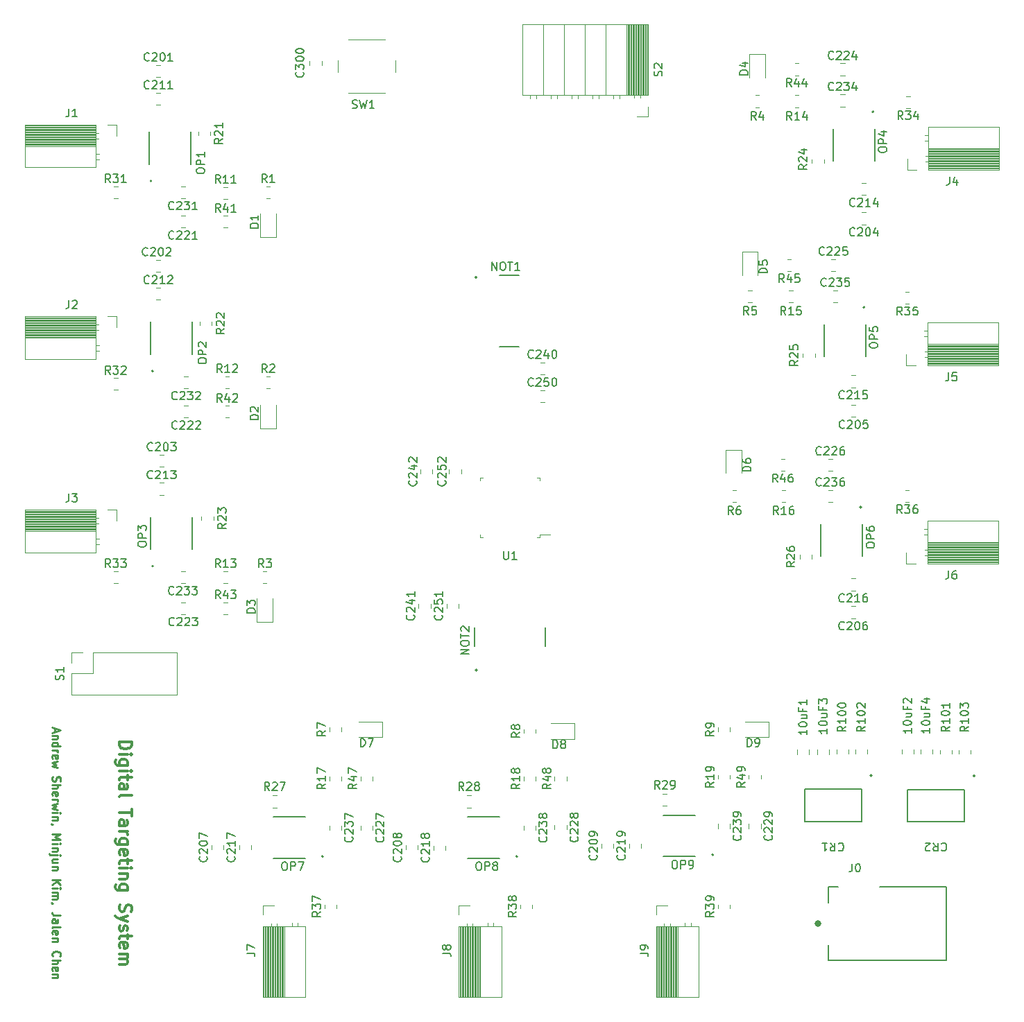
<source format=gbr>
%TF.GenerationSoftware,KiCad,Pcbnew,(6.0.5)*%
%TF.CreationDate,2023-11-04T17:02:32-05:00*%
%TF.ProjectId,ECE395_Digital_Target,45434533-3935-45f4-9469-676974616c5f,rev?*%
%TF.SameCoordinates,Original*%
%TF.FileFunction,Legend,Top*%
%TF.FilePolarity,Positive*%
%FSLAX46Y46*%
G04 Gerber Fmt 4.6, Leading zero omitted, Abs format (unit mm)*
G04 Created by KiCad (PCBNEW (6.0.5)) date 2023-11-04 17:02:32*
%MOMM*%
%LPD*%
G01*
G04 APERTURE LIST*
%ADD10C,0.250000*%
%ADD11C,0.375000*%
%ADD12C,0.150000*%
%ADD13C,0.120000*%
%ADD14C,0.127000*%
%ADD15C,0.200000*%
%ADD16C,0.400000*%
%ADD17C,0.152400*%
G04 APERTURE END LIST*
D10*
X52833333Y-117714285D02*
X52833333Y-118190476D01*
X52547619Y-117619047D02*
X53547619Y-117952380D01*
X52547619Y-118285714D01*
X53214285Y-118619047D02*
X52547619Y-118619047D01*
X53119047Y-118619047D02*
X53166666Y-118666666D01*
X53214285Y-118761904D01*
X53214285Y-118904761D01*
X53166666Y-119000000D01*
X53071428Y-119047619D01*
X52547619Y-119047619D01*
X52547619Y-119952380D02*
X53547619Y-119952380D01*
X52595238Y-119952380D02*
X52547619Y-119857142D01*
X52547619Y-119666666D01*
X52595238Y-119571428D01*
X52642857Y-119523809D01*
X52738095Y-119476190D01*
X53023809Y-119476190D01*
X53119047Y-119523809D01*
X53166666Y-119571428D01*
X53214285Y-119666666D01*
X53214285Y-119857142D01*
X53166666Y-119952380D01*
X52547619Y-120428571D02*
X53214285Y-120428571D01*
X53023809Y-120428571D02*
X53119047Y-120476190D01*
X53166666Y-120523809D01*
X53214285Y-120619047D01*
X53214285Y-120714285D01*
X52595238Y-121428571D02*
X52547619Y-121333333D01*
X52547619Y-121142857D01*
X52595238Y-121047619D01*
X52690476Y-121000000D01*
X53071428Y-121000000D01*
X53166666Y-121047619D01*
X53214285Y-121142857D01*
X53214285Y-121333333D01*
X53166666Y-121428571D01*
X53071428Y-121476190D01*
X52976190Y-121476190D01*
X52880952Y-121000000D01*
X53214285Y-121809523D02*
X52547619Y-122000000D01*
X53023809Y-122190476D01*
X52547619Y-122380952D01*
X53214285Y-122571428D01*
X52595238Y-123666666D02*
X52547619Y-123809523D01*
X52547619Y-124047619D01*
X52595238Y-124142857D01*
X52642857Y-124190476D01*
X52738095Y-124238095D01*
X52833333Y-124238095D01*
X52928571Y-124190476D01*
X52976190Y-124142857D01*
X53023809Y-124047619D01*
X53071428Y-123857142D01*
X53119047Y-123761904D01*
X53166666Y-123714285D01*
X53261904Y-123666666D01*
X53357142Y-123666666D01*
X53452380Y-123714285D01*
X53500000Y-123761904D01*
X53547619Y-123857142D01*
X53547619Y-124095238D01*
X53500000Y-124238095D01*
X52547619Y-124666666D02*
X53547619Y-124666666D01*
X52547619Y-125095238D02*
X53071428Y-125095238D01*
X53166666Y-125047619D01*
X53214285Y-124952380D01*
X53214285Y-124809523D01*
X53166666Y-124714285D01*
X53119047Y-124666666D01*
X52595238Y-125952380D02*
X52547619Y-125857142D01*
X52547619Y-125666666D01*
X52595238Y-125571428D01*
X52690476Y-125523809D01*
X53071428Y-125523809D01*
X53166666Y-125571428D01*
X53214285Y-125666666D01*
X53214285Y-125857142D01*
X53166666Y-125952380D01*
X53071428Y-126000000D01*
X52976190Y-126000000D01*
X52880952Y-125523809D01*
X52547619Y-126428571D02*
X53214285Y-126428571D01*
X53023809Y-126428571D02*
X53119047Y-126476190D01*
X53166666Y-126523809D01*
X53214285Y-126619047D01*
X53214285Y-126714285D01*
X53214285Y-126952380D02*
X52547619Y-127142857D01*
X53023809Y-127333333D01*
X52547619Y-127523809D01*
X53214285Y-127714285D01*
X52547619Y-128095238D02*
X53214285Y-128095238D01*
X53547619Y-128095238D02*
X53500000Y-128047619D01*
X53452380Y-128095238D01*
X53500000Y-128142857D01*
X53547619Y-128095238D01*
X53452380Y-128095238D01*
X53214285Y-128571428D02*
X52547619Y-128571428D01*
X53119047Y-128571428D02*
X53166666Y-128619047D01*
X53214285Y-128714285D01*
X53214285Y-128857142D01*
X53166666Y-128952380D01*
X53071428Y-129000000D01*
X52547619Y-129000000D01*
X52595238Y-129523809D02*
X52547619Y-129523809D01*
X52452380Y-129476190D01*
X52404761Y-129428571D01*
X52547619Y-130714285D02*
X53547619Y-130714285D01*
X52833333Y-131047619D01*
X53547619Y-131380952D01*
X52547619Y-131380952D01*
X52547619Y-131857142D02*
X53214285Y-131857142D01*
X53547619Y-131857142D02*
X53500000Y-131809523D01*
X53452380Y-131857142D01*
X53500000Y-131904761D01*
X53547619Y-131857142D01*
X53452380Y-131857142D01*
X53214285Y-132333333D02*
X52547619Y-132333333D01*
X53119047Y-132333333D02*
X53166666Y-132380952D01*
X53214285Y-132476190D01*
X53214285Y-132619047D01*
X53166666Y-132714285D01*
X53071428Y-132761904D01*
X52547619Y-132761904D01*
X53214285Y-133238095D02*
X52357142Y-133238095D01*
X52261904Y-133190476D01*
X52214285Y-133095238D01*
X52214285Y-133047619D01*
X53547619Y-133238095D02*
X53500000Y-133190476D01*
X53452380Y-133238095D01*
X53500000Y-133285714D01*
X53547619Y-133238095D01*
X53452380Y-133238095D01*
X53214285Y-134142857D02*
X52547619Y-134142857D01*
X53214285Y-133714285D02*
X52690476Y-133714285D01*
X52595238Y-133761904D01*
X52547619Y-133857142D01*
X52547619Y-134000000D01*
X52595238Y-134095238D01*
X52642857Y-134142857D01*
X53214285Y-134619047D02*
X52547619Y-134619047D01*
X53119047Y-134619047D02*
X53166666Y-134666666D01*
X53214285Y-134761904D01*
X53214285Y-134904761D01*
X53166666Y-135000000D01*
X53071428Y-135047619D01*
X52547619Y-135047619D01*
X52547619Y-136285714D02*
X53547619Y-136285714D01*
X52547619Y-136857142D02*
X53119047Y-136428571D01*
X53547619Y-136857142D02*
X52976190Y-136285714D01*
X52547619Y-137285714D02*
X53214285Y-137285714D01*
X53547619Y-137285714D02*
X53500000Y-137238095D01*
X53452380Y-137285714D01*
X53500000Y-137333333D01*
X53547619Y-137285714D01*
X53452380Y-137285714D01*
X52547619Y-137761904D02*
X53214285Y-137761904D01*
X53119047Y-137761904D02*
X53166666Y-137809523D01*
X53214285Y-137904761D01*
X53214285Y-138047619D01*
X53166666Y-138142857D01*
X53071428Y-138190476D01*
X52547619Y-138190476D01*
X53071428Y-138190476D02*
X53166666Y-138238095D01*
X53214285Y-138333333D01*
X53214285Y-138476190D01*
X53166666Y-138571428D01*
X53071428Y-138619047D01*
X52547619Y-138619047D01*
X52595238Y-139142857D02*
X52547619Y-139142857D01*
X52452380Y-139095238D01*
X52404761Y-139047619D01*
X53547619Y-140619047D02*
X52833333Y-140619047D01*
X52690476Y-140571428D01*
X52595238Y-140476190D01*
X52547619Y-140333333D01*
X52547619Y-140238095D01*
X52547619Y-141523809D02*
X53071428Y-141523809D01*
X53166666Y-141476190D01*
X53214285Y-141380952D01*
X53214285Y-141190476D01*
X53166666Y-141095238D01*
X52595238Y-141523809D02*
X52547619Y-141428571D01*
X52547619Y-141190476D01*
X52595238Y-141095238D01*
X52690476Y-141047619D01*
X52785714Y-141047619D01*
X52880952Y-141095238D01*
X52928571Y-141190476D01*
X52928571Y-141428571D01*
X52976190Y-141523809D01*
X52547619Y-142142857D02*
X52595238Y-142047619D01*
X52690476Y-142000000D01*
X53547619Y-142000000D01*
X52595238Y-142904761D02*
X52547619Y-142809523D01*
X52547619Y-142619047D01*
X52595238Y-142523809D01*
X52690476Y-142476190D01*
X53071428Y-142476190D01*
X53166666Y-142523809D01*
X53214285Y-142619047D01*
X53214285Y-142809523D01*
X53166666Y-142904761D01*
X53071428Y-142952380D01*
X52976190Y-142952380D01*
X52880952Y-142476190D01*
X53214285Y-143380952D02*
X52547619Y-143380952D01*
X53119047Y-143380952D02*
X53166666Y-143428571D01*
X53214285Y-143523809D01*
X53214285Y-143666666D01*
X53166666Y-143761904D01*
X53071428Y-143809523D01*
X52547619Y-143809523D01*
X52642857Y-145619047D02*
X52595238Y-145571428D01*
X52547619Y-145428571D01*
X52547619Y-145333333D01*
X52595238Y-145190476D01*
X52690476Y-145095238D01*
X52785714Y-145047619D01*
X52976190Y-145000000D01*
X53119047Y-145000000D01*
X53309523Y-145047619D01*
X53404761Y-145095238D01*
X53500000Y-145190476D01*
X53547619Y-145333333D01*
X53547619Y-145428571D01*
X53500000Y-145571428D01*
X53452380Y-145619047D01*
X52547619Y-146047619D02*
X53547619Y-146047619D01*
X52547619Y-146476190D02*
X53071428Y-146476190D01*
X53166666Y-146428571D01*
X53214285Y-146333333D01*
X53214285Y-146190476D01*
X53166666Y-146095238D01*
X53119047Y-146047619D01*
X52595238Y-147333333D02*
X52547619Y-147238095D01*
X52547619Y-147047619D01*
X52595238Y-146952380D01*
X52690476Y-146904761D01*
X53071428Y-146904761D01*
X53166666Y-146952380D01*
X53214285Y-147047619D01*
X53214285Y-147238095D01*
X53166666Y-147333333D01*
X53071428Y-147380952D01*
X52976190Y-147380952D01*
X52880952Y-146904761D01*
X53214285Y-147809523D02*
X52547619Y-147809523D01*
X53119047Y-147809523D02*
X53166666Y-147857142D01*
X53214285Y-147952380D01*
X53214285Y-148095238D01*
X53166666Y-148190476D01*
X53071428Y-148238095D01*
X52547619Y-148238095D01*
D11*
X60721428Y-119428571D02*
X62221428Y-119428571D01*
X62221428Y-119785714D01*
X62150000Y-120000000D01*
X62007142Y-120142857D01*
X61864285Y-120214285D01*
X61578571Y-120285714D01*
X61364285Y-120285714D01*
X61078571Y-120214285D01*
X60935714Y-120142857D01*
X60792857Y-120000000D01*
X60721428Y-119785714D01*
X60721428Y-119428571D01*
X60721428Y-120928571D02*
X61721428Y-120928571D01*
X62221428Y-120928571D02*
X62150000Y-120857142D01*
X62078571Y-120928571D01*
X62150000Y-121000000D01*
X62221428Y-120928571D01*
X62078571Y-120928571D01*
X61721428Y-122285714D02*
X60507142Y-122285714D01*
X60364285Y-122214285D01*
X60292857Y-122142857D01*
X60221428Y-122000000D01*
X60221428Y-121785714D01*
X60292857Y-121642857D01*
X60792857Y-122285714D02*
X60721428Y-122142857D01*
X60721428Y-121857142D01*
X60792857Y-121714285D01*
X60864285Y-121642857D01*
X61007142Y-121571428D01*
X61435714Y-121571428D01*
X61578571Y-121642857D01*
X61650000Y-121714285D01*
X61721428Y-121857142D01*
X61721428Y-122142857D01*
X61650000Y-122285714D01*
X60721428Y-123000000D02*
X61721428Y-123000000D01*
X62221428Y-123000000D02*
X62150000Y-122928571D01*
X62078571Y-123000000D01*
X62150000Y-123071428D01*
X62221428Y-123000000D01*
X62078571Y-123000000D01*
X61721428Y-123500000D02*
X61721428Y-124071428D01*
X62221428Y-123714285D02*
X60935714Y-123714285D01*
X60792857Y-123785714D01*
X60721428Y-123928571D01*
X60721428Y-124071428D01*
X60721428Y-125214285D02*
X61507142Y-125214285D01*
X61650000Y-125142857D01*
X61721428Y-125000000D01*
X61721428Y-124714285D01*
X61650000Y-124571428D01*
X60792857Y-125214285D02*
X60721428Y-125071428D01*
X60721428Y-124714285D01*
X60792857Y-124571428D01*
X60935714Y-124500000D01*
X61078571Y-124500000D01*
X61221428Y-124571428D01*
X61292857Y-124714285D01*
X61292857Y-125071428D01*
X61364285Y-125214285D01*
X60721428Y-126142857D02*
X60792857Y-126000000D01*
X60935714Y-125928571D01*
X62221428Y-125928571D01*
X62221428Y-127642857D02*
X62221428Y-128500000D01*
X60721428Y-128071428D02*
X62221428Y-128071428D01*
X60721428Y-129642857D02*
X61507142Y-129642857D01*
X61650000Y-129571428D01*
X61721428Y-129428571D01*
X61721428Y-129142857D01*
X61650000Y-129000000D01*
X60792857Y-129642857D02*
X60721428Y-129500000D01*
X60721428Y-129142857D01*
X60792857Y-129000000D01*
X60935714Y-128928571D01*
X61078571Y-128928571D01*
X61221428Y-129000000D01*
X61292857Y-129142857D01*
X61292857Y-129500000D01*
X61364285Y-129642857D01*
X60721428Y-130357142D02*
X61721428Y-130357142D01*
X61435714Y-130357142D02*
X61578571Y-130428571D01*
X61650000Y-130500000D01*
X61721428Y-130642857D01*
X61721428Y-130785714D01*
X61721428Y-131928571D02*
X60507142Y-131928571D01*
X60364285Y-131857142D01*
X60292857Y-131785714D01*
X60221428Y-131642857D01*
X60221428Y-131428571D01*
X60292857Y-131285714D01*
X60792857Y-131928571D02*
X60721428Y-131785714D01*
X60721428Y-131499999D01*
X60792857Y-131357142D01*
X60864285Y-131285714D01*
X61007142Y-131214285D01*
X61435714Y-131214285D01*
X61578571Y-131285714D01*
X61650000Y-131357142D01*
X61721428Y-131500000D01*
X61721428Y-131785714D01*
X61650000Y-131928571D01*
X60792857Y-133214285D02*
X60721428Y-133071428D01*
X60721428Y-132785714D01*
X60792857Y-132642857D01*
X60935714Y-132571428D01*
X61507142Y-132571428D01*
X61650000Y-132642857D01*
X61721428Y-132785714D01*
X61721428Y-133071428D01*
X61650000Y-133214285D01*
X61507142Y-133285714D01*
X61364285Y-133285714D01*
X61221428Y-132571428D01*
X61721428Y-133714285D02*
X61721428Y-134285714D01*
X62221428Y-133928571D02*
X60935714Y-133928571D01*
X60792857Y-133999999D01*
X60721428Y-134142857D01*
X60721428Y-134285714D01*
X60721428Y-134785714D02*
X61721428Y-134785714D01*
X62221428Y-134785714D02*
X62150000Y-134714285D01*
X62078571Y-134785714D01*
X62150000Y-134857142D01*
X62221428Y-134785714D01*
X62078571Y-134785714D01*
X61721428Y-135500000D02*
X60721428Y-135500000D01*
X61578571Y-135500000D02*
X61650000Y-135571428D01*
X61721428Y-135714285D01*
X61721428Y-135928571D01*
X61650000Y-136071428D01*
X61507142Y-136142857D01*
X60721428Y-136142857D01*
X61721428Y-137500000D02*
X60507142Y-137500000D01*
X60364285Y-137428571D01*
X60292857Y-137357142D01*
X60221428Y-137214285D01*
X60221428Y-137000000D01*
X60292857Y-136857142D01*
X60792857Y-137500000D02*
X60721428Y-137357142D01*
X60721428Y-137071428D01*
X60792857Y-136928571D01*
X60864285Y-136857142D01*
X61007142Y-136785714D01*
X61435714Y-136785714D01*
X61578571Y-136857142D01*
X61650000Y-136928571D01*
X61721428Y-137071428D01*
X61721428Y-137357142D01*
X61650000Y-137500000D01*
X60792857Y-139285714D02*
X60721428Y-139500000D01*
X60721428Y-139857142D01*
X60792857Y-140000000D01*
X60864285Y-140071428D01*
X61007142Y-140142857D01*
X61150000Y-140142857D01*
X61292857Y-140071428D01*
X61364285Y-140000000D01*
X61435714Y-139857142D01*
X61507142Y-139571428D01*
X61578571Y-139428571D01*
X61650000Y-139357142D01*
X61792857Y-139285714D01*
X61935714Y-139285714D01*
X62078571Y-139357142D01*
X62150000Y-139428571D01*
X62221428Y-139571428D01*
X62221428Y-139928571D01*
X62150000Y-140142857D01*
X61721428Y-140642857D02*
X60721428Y-141000000D01*
X61721428Y-141357142D02*
X60721428Y-141000000D01*
X60364285Y-140857142D01*
X60292857Y-140785714D01*
X60221428Y-140642857D01*
X60792857Y-141857142D02*
X60721428Y-142000000D01*
X60721428Y-142285714D01*
X60792857Y-142428571D01*
X60935714Y-142500000D01*
X61007142Y-142500000D01*
X61150000Y-142428571D01*
X61221428Y-142285714D01*
X61221428Y-142071428D01*
X61292857Y-141928571D01*
X61435714Y-141857142D01*
X61507142Y-141857142D01*
X61650000Y-141928571D01*
X61721428Y-142071428D01*
X61721428Y-142285714D01*
X61650000Y-142428571D01*
X61721428Y-142928571D02*
X61721428Y-143500000D01*
X62221428Y-143142857D02*
X60935714Y-143142857D01*
X60792857Y-143214285D01*
X60721428Y-143357142D01*
X60721428Y-143500000D01*
X60792857Y-144571428D02*
X60721428Y-144428571D01*
X60721428Y-144142857D01*
X60792857Y-144000000D01*
X60935714Y-143928571D01*
X61507142Y-143928571D01*
X61650000Y-144000000D01*
X61721428Y-144142857D01*
X61721428Y-144428571D01*
X61650000Y-144571428D01*
X61507142Y-144642857D01*
X61364285Y-144642857D01*
X61221428Y-143928571D01*
X60721428Y-145285714D02*
X61721428Y-145285714D01*
X61578571Y-145285714D02*
X61650000Y-145357142D01*
X61721428Y-145500000D01*
X61721428Y-145714285D01*
X61650000Y-145857142D01*
X61507142Y-145928571D01*
X60721428Y-145928571D01*
X61507142Y-145928571D02*
X61650000Y-146000000D01*
X61721428Y-146142857D01*
X61721428Y-146357142D01*
X61650000Y-146500000D01*
X61507142Y-146571428D01*
X60721428Y-146571428D01*
D12*
%TO.C,C206*%
X149180952Y-105637142D02*
X149133333Y-105684761D01*
X148990476Y-105732380D01*
X148895238Y-105732380D01*
X148752380Y-105684761D01*
X148657142Y-105589523D01*
X148609523Y-105494285D01*
X148561904Y-105303809D01*
X148561904Y-105160952D01*
X148609523Y-104970476D01*
X148657142Y-104875238D01*
X148752380Y-104780000D01*
X148895238Y-104732380D01*
X148990476Y-104732380D01*
X149133333Y-104780000D01*
X149180952Y-104827619D01*
X149561904Y-104827619D02*
X149609523Y-104780000D01*
X149704761Y-104732380D01*
X149942857Y-104732380D01*
X150038095Y-104780000D01*
X150085714Y-104827619D01*
X150133333Y-104922857D01*
X150133333Y-105018095D01*
X150085714Y-105160952D01*
X149514285Y-105732380D01*
X150133333Y-105732380D01*
X150752380Y-104732380D02*
X150847619Y-104732380D01*
X150942857Y-104780000D01*
X150990476Y-104827619D01*
X151038095Y-104922857D01*
X151085714Y-105113333D01*
X151085714Y-105351428D01*
X151038095Y-105541904D01*
X150990476Y-105637142D01*
X150942857Y-105684761D01*
X150847619Y-105732380D01*
X150752380Y-105732380D01*
X150657142Y-105684761D01*
X150609523Y-105637142D01*
X150561904Y-105541904D01*
X150514285Y-105351428D01*
X150514285Y-105113333D01*
X150561904Y-104922857D01*
X150609523Y-104827619D01*
X150657142Y-104780000D01*
X150752380Y-104732380D01*
X151942857Y-104732380D02*
X151752380Y-104732380D01*
X151657142Y-104780000D01*
X151609523Y-104827619D01*
X151514285Y-104970476D01*
X151466666Y-105160952D01*
X151466666Y-105541904D01*
X151514285Y-105637142D01*
X151561904Y-105684761D01*
X151657142Y-105732380D01*
X151847619Y-105732380D01*
X151942857Y-105684761D01*
X151990476Y-105637142D01*
X152038095Y-105541904D01*
X152038095Y-105303809D01*
X151990476Y-105208571D01*
X151942857Y-105160952D01*
X151847619Y-105113333D01*
X151657142Y-105113333D01*
X151561904Y-105160952D01*
X151514285Y-105208571D01*
X151466666Y-105303809D01*
%TO.C,10uF4*%
X159652380Y-117747619D02*
X159652380Y-118319047D01*
X159652380Y-118033333D02*
X158652380Y-118033333D01*
X158795238Y-118128571D01*
X158890476Y-118223809D01*
X158938095Y-118319047D01*
X158652380Y-117128571D02*
X158652380Y-117033333D01*
X158700000Y-116938095D01*
X158747619Y-116890476D01*
X158842857Y-116842857D01*
X159033333Y-116795238D01*
X159271428Y-116795238D01*
X159461904Y-116842857D01*
X159557142Y-116890476D01*
X159604761Y-116938095D01*
X159652380Y-117033333D01*
X159652380Y-117128571D01*
X159604761Y-117223809D01*
X159557142Y-117271428D01*
X159461904Y-117319047D01*
X159271428Y-117366666D01*
X159033333Y-117366666D01*
X158842857Y-117319047D01*
X158747619Y-117271428D01*
X158700000Y-117223809D01*
X158652380Y-117128571D01*
X158985714Y-115938095D02*
X159652380Y-115938095D01*
X158985714Y-116366666D02*
X159509523Y-116366666D01*
X159604761Y-116319047D01*
X159652380Y-116223809D01*
X159652380Y-116080952D01*
X159604761Y-115985714D01*
X159557142Y-115938095D01*
X159128571Y-115128571D02*
X159128571Y-115461904D01*
X159652380Y-115461904D02*
X158652380Y-115461904D01*
X158652380Y-114985714D01*
X158985714Y-114176190D02*
X159652380Y-114176190D01*
X158604761Y-114414285D02*
X159319047Y-114652380D01*
X159319047Y-114033333D01*
%TO.C,S2*%
X126937261Y-38081904D02*
X126984880Y-37939047D01*
X126984880Y-37700952D01*
X126937261Y-37605714D01*
X126889642Y-37558095D01*
X126794404Y-37510476D01*
X126699166Y-37510476D01*
X126603928Y-37558095D01*
X126556309Y-37605714D01*
X126508690Y-37700952D01*
X126461071Y-37891428D01*
X126413452Y-37986666D01*
X126365833Y-38034285D01*
X126270595Y-38081904D01*
X126175357Y-38081904D01*
X126080119Y-38034285D01*
X126032500Y-37986666D01*
X125984880Y-37891428D01*
X125984880Y-37653333D01*
X126032500Y-37510476D01*
X126080119Y-37129523D02*
X126032500Y-37081904D01*
X125984880Y-36986666D01*
X125984880Y-36748571D01*
X126032500Y-36653333D01*
X126080119Y-36605714D01*
X126175357Y-36558095D01*
X126270595Y-36558095D01*
X126413452Y-36605714D01*
X126984880Y-37177142D01*
X126984880Y-36558095D01*
%TO.C,D6*%
X137802380Y-86338095D02*
X136802380Y-86338095D01*
X136802380Y-86100000D01*
X136850000Y-85957142D01*
X136945238Y-85861904D01*
X137040476Y-85814285D01*
X137230952Y-85766666D01*
X137373809Y-85766666D01*
X137564285Y-85814285D01*
X137659523Y-85861904D01*
X137754761Y-85957142D01*
X137802380Y-86100000D01*
X137802380Y-86338095D01*
X136802380Y-84909523D02*
X136802380Y-85100000D01*
X136850000Y-85195238D01*
X136897619Y-85242857D01*
X137040476Y-85338095D01*
X137230952Y-85385714D01*
X137611904Y-85385714D01*
X137707142Y-85338095D01*
X137754761Y-85290476D01*
X137802380Y-85195238D01*
X137802380Y-85004761D01*
X137754761Y-84909523D01*
X137707142Y-84861904D01*
X137611904Y-84814285D01*
X137373809Y-84814285D01*
X137278571Y-84861904D01*
X137230952Y-84909523D01*
X137183333Y-85004761D01*
X137183333Y-85195238D01*
X137230952Y-85290476D01*
X137278571Y-85338095D01*
X137373809Y-85385714D01*
%TO.C,C234*%
X147880952Y-39777142D02*
X147833333Y-39824761D01*
X147690476Y-39872380D01*
X147595238Y-39872380D01*
X147452380Y-39824761D01*
X147357142Y-39729523D01*
X147309523Y-39634285D01*
X147261904Y-39443809D01*
X147261904Y-39300952D01*
X147309523Y-39110476D01*
X147357142Y-39015238D01*
X147452380Y-38920000D01*
X147595238Y-38872380D01*
X147690476Y-38872380D01*
X147833333Y-38920000D01*
X147880952Y-38967619D01*
X148261904Y-38967619D02*
X148309523Y-38920000D01*
X148404761Y-38872380D01*
X148642857Y-38872380D01*
X148738095Y-38920000D01*
X148785714Y-38967619D01*
X148833333Y-39062857D01*
X148833333Y-39158095D01*
X148785714Y-39300952D01*
X148214285Y-39872380D01*
X148833333Y-39872380D01*
X149166666Y-38872380D02*
X149785714Y-38872380D01*
X149452380Y-39253333D01*
X149595238Y-39253333D01*
X149690476Y-39300952D01*
X149738095Y-39348571D01*
X149785714Y-39443809D01*
X149785714Y-39681904D01*
X149738095Y-39777142D01*
X149690476Y-39824761D01*
X149595238Y-39872380D01*
X149309523Y-39872380D01*
X149214285Y-39824761D01*
X149166666Y-39777142D01*
X150642857Y-39205714D02*
X150642857Y-39872380D01*
X150404761Y-38824761D02*
X150166666Y-39539047D01*
X150785714Y-39539047D01*
%TO.C,C232*%
X67780952Y-77537142D02*
X67733333Y-77584761D01*
X67590476Y-77632380D01*
X67495238Y-77632380D01*
X67352380Y-77584761D01*
X67257142Y-77489523D01*
X67209523Y-77394285D01*
X67161904Y-77203809D01*
X67161904Y-77060952D01*
X67209523Y-76870476D01*
X67257142Y-76775238D01*
X67352380Y-76680000D01*
X67495238Y-76632380D01*
X67590476Y-76632380D01*
X67733333Y-76680000D01*
X67780952Y-76727619D01*
X68161904Y-76727619D02*
X68209523Y-76680000D01*
X68304761Y-76632380D01*
X68542857Y-76632380D01*
X68638095Y-76680000D01*
X68685714Y-76727619D01*
X68733333Y-76822857D01*
X68733333Y-76918095D01*
X68685714Y-77060952D01*
X68114285Y-77632380D01*
X68733333Y-77632380D01*
X69066666Y-76632380D02*
X69685714Y-76632380D01*
X69352380Y-77013333D01*
X69495238Y-77013333D01*
X69590476Y-77060952D01*
X69638095Y-77108571D01*
X69685714Y-77203809D01*
X69685714Y-77441904D01*
X69638095Y-77537142D01*
X69590476Y-77584761D01*
X69495238Y-77632380D01*
X69209523Y-77632380D01*
X69114285Y-77584761D01*
X69066666Y-77537142D01*
X70066666Y-76727619D02*
X70114285Y-76680000D01*
X70209523Y-76632380D01*
X70447619Y-76632380D01*
X70542857Y-76680000D01*
X70590476Y-76727619D01*
X70638095Y-76822857D01*
X70638095Y-76918095D01*
X70590476Y-77060952D01*
X70019047Y-77632380D01*
X70638095Y-77632380D01*
%TO.C,OP9*%
X128413571Y-133889380D02*
X128604047Y-133889380D01*
X128699285Y-133937000D01*
X128794523Y-134032238D01*
X128842142Y-134222714D01*
X128842142Y-134556047D01*
X128794523Y-134746523D01*
X128699285Y-134841761D01*
X128604047Y-134889380D01*
X128413571Y-134889380D01*
X128318333Y-134841761D01*
X128223095Y-134746523D01*
X128175476Y-134556047D01*
X128175476Y-134222714D01*
X128223095Y-134032238D01*
X128318333Y-133937000D01*
X128413571Y-133889380D01*
X129270714Y-134889380D02*
X129270714Y-133889380D01*
X129651666Y-133889380D01*
X129746904Y-133937000D01*
X129794523Y-133984619D01*
X129842142Y-134079857D01*
X129842142Y-134222714D01*
X129794523Y-134317952D01*
X129746904Y-134365571D01*
X129651666Y-134413190D01*
X129270714Y-134413190D01*
X130318333Y-134889380D02*
X130508809Y-134889380D01*
X130604047Y-134841761D01*
X130651666Y-134794142D01*
X130746904Y-134651285D01*
X130794523Y-134460809D01*
X130794523Y-134079857D01*
X130746904Y-133984619D01*
X130699285Y-133937000D01*
X130604047Y-133889380D01*
X130413571Y-133889380D01*
X130318333Y-133937000D01*
X130270714Y-133984619D01*
X130223095Y-134079857D01*
X130223095Y-134317952D01*
X130270714Y-134413190D01*
X130318333Y-134460809D01*
X130413571Y-134508428D01*
X130604047Y-134508428D01*
X130699285Y-134460809D01*
X130746904Y-134413190D01*
X130794523Y-134317952D01*
%TO.C,OP4*%
X153389380Y-47186428D02*
X153389380Y-46995952D01*
X153437000Y-46900714D01*
X153532238Y-46805476D01*
X153722714Y-46757857D01*
X154056047Y-46757857D01*
X154246523Y-46805476D01*
X154341761Y-46900714D01*
X154389380Y-46995952D01*
X154389380Y-47186428D01*
X154341761Y-47281666D01*
X154246523Y-47376904D01*
X154056047Y-47424523D01*
X153722714Y-47424523D01*
X153532238Y-47376904D01*
X153437000Y-47281666D01*
X153389380Y-47186428D01*
X154389380Y-46329285D02*
X153389380Y-46329285D01*
X153389380Y-45948333D01*
X153437000Y-45853095D01*
X153484619Y-45805476D01*
X153579857Y-45757857D01*
X153722714Y-45757857D01*
X153817952Y-45805476D01*
X153865571Y-45853095D01*
X153913190Y-45948333D01*
X153913190Y-46329285D01*
X153722714Y-44900714D02*
X154389380Y-44900714D01*
X153341761Y-45138809D02*
X154056047Y-45376904D01*
X154056047Y-44757857D01*
%TO.C,OP6*%
X151889380Y-95486428D02*
X151889380Y-95295952D01*
X151937000Y-95200714D01*
X152032238Y-95105476D01*
X152222714Y-95057857D01*
X152556047Y-95057857D01*
X152746523Y-95105476D01*
X152841761Y-95200714D01*
X152889380Y-95295952D01*
X152889380Y-95486428D01*
X152841761Y-95581666D01*
X152746523Y-95676904D01*
X152556047Y-95724523D01*
X152222714Y-95724523D01*
X152032238Y-95676904D01*
X151937000Y-95581666D01*
X151889380Y-95486428D01*
X152889380Y-94629285D02*
X151889380Y-94629285D01*
X151889380Y-94248333D01*
X151937000Y-94153095D01*
X151984619Y-94105476D01*
X152079857Y-94057857D01*
X152222714Y-94057857D01*
X152317952Y-94105476D01*
X152365571Y-94153095D01*
X152413190Y-94248333D01*
X152413190Y-94629285D01*
X151889380Y-93200714D02*
X151889380Y-93391190D01*
X151937000Y-93486428D01*
X151984619Y-93534047D01*
X152127476Y-93629285D01*
X152317952Y-93676904D01*
X152698904Y-93676904D01*
X152794142Y-93629285D01*
X152841761Y-93581666D01*
X152889380Y-93486428D01*
X152889380Y-93295952D01*
X152841761Y-93200714D01*
X152794142Y-93153095D01*
X152698904Y-93105476D01*
X152460809Y-93105476D01*
X152365571Y-93153095D01*
X152317952Y-93200714D01*
X152270333Y-93295952D01*
X152270333Y-93486428D01*
X152317952Y-93581666D01*
X152365571Y-93629285D01*
X152460809Y-93676904D01*
%TO.C,C212*%
X64380952Y-63377142D02*
X64333333Y-63424761D01*
X64190476Y-63472380D01*
X64095238Y-63472380D01*
X63952380Y-63424761D01*
X63857142Y-63329523D01*
X63809523Y-63234285D01*
X63761904Y-63043809D01*
X63761904Y-62900952D01*
X63809523Y-62710476D01*
X63857142Y-62615238D01*
X63952380Y-62520000D01*
X64095238Y-62472380D01*
X64190476Y-62472380D01*
X64333333Y-62520000D01*
X64380952Y-62567619D01*
X64761904Y-62567619D02*
X64809523Y-62520000D01*
X64904761Y-62472380D01*
X65142857Y-62472380D01*
X65238095Y-62520000D01*
X65285714Y-62567619D01*
X65333333Y-62662857D01*
X65333333Y-62758095D01*
X65285714Y-62900952D01*
X64714285Y-63472380D01*
X65333333Y-63472380D01*
X66285714Y-63472380D02*
X65714285Y-63472380D01*
X66000000Y-63472380D02*
X66000000Y-62472380D01*
X65904761Y-62615238D01*
X65809523Y-62710476D01*
X65714285Y-62758095D01*
X66666666Y-62567619D02*
X66714285Y-62520000D01*
X66809523Y-62472380D01*
X67047619Y-62472380D01*
X67142857Y-62520000D01*
X67190476Y-62567619D01*
X67238095Y-62662857D01*
X67238095Y-62758095D01*
X67190476Y-62900952D01*
X66619047Y-63472380D01*
X67238095Y-63472380D01*
%TO.C,10uF1*%
X144652380Y-117947619D02*
X144652380Y-118519047D01*
X144652380Y-118233333D02*
X143652380Y-118233333D01*
X143795238Y-118328571D01*
X143890476Y-118423809D01*
X143938095Y-118519047D01*
X143652380Y-117328571D02*
X143652380Y-117233333D01*
X143700000Y-117138095D01*
X143747619Y-117090476D01*
X143842857Y-117042857D01*
X144033333Y-116995238D01*
X144271428Y-116995238D01*
X144461904Y-117042857D01*
X144557142Y-117090476D01*
X144604761Y-117138095D01*
X144652380Y-117233333D01*
X144652380Y-117328571D01*
X144604761Y-117423809D01*
X144557142Y-117471428D01*
X144461904Y-117519047D01*
X144271428Y-117566666D01*
X144033333Y-117566666D01*
X143842857Y-117519047D01*
X143747619Y-117471428D01*
X143700000Y-117423809D01*
X143652380Y-117328571D01*
X143985714Y-116138095D02*
X144652380Y-116138095D01*
X143985714Y-116566666D02*
X144509523Y-116566666D01*
X144604761Y-116519047D01*
X144652380Y-116423809D01*
X144652380Y-116280952D01*
X144604761Y-116185714D01*
X144557142Y-116138095D01*
X144128571Y-115328571D02*
X144128571Y-115661904D01*
X144652380Y-115661904D02*
X143652380Y-115661904D01*
X143652380Y-115185714D01*
X144652380Y-114280952D02*
X144652380Y-114852380D01*
X144652380Y-114566666D02*
X143652380Y-114566666D01*
X143795238Y-114661904D01*
X143890476Y-114757142D01*
X143938095Y-114852380D01*
%TO.C,C235*%
X146980952Y-63677142D02*
X146933333Y-63724761D01*
X146790476Y-63772380D01*
X146695238Y-63772380D01*
X146552380Y-63724761D01*
X146457142Y-63629523D01*
X146409523Y-63534285D01*
X146361904Y-63343809D01*
X146361904Y-63200952D01*
X146409523Y-63010476D01*
X146457142Y-62915238D01*
X146552380Y-62820000D01*
X146695238Y-62772380D01*
X146790476Y-62772380D01*
X146933333Y-62820000D01*
X146980952Y-62867619D01*
X147361904Y-62867619D02*
X147409523Y-62820000D01*
X147504761Y-62772380D01*
X147742857Y-62772380D01*
X147838095Y-62820000D01*
X147885714Y-62867619D01*
X147933333Y-62962857D01*
X147933333Y-63058095D01*
X147885714Y-63200952D01*
X147314285Y-63772380D01*
X147933333Y-63772380D01*
X148266666Y-62772380D02*
X148885714Y-62772380D01*
X148552380Y-63153333D01*
X148695238Y-63153333D01*
X148790476Y-63200952D01*
X148838095Y-63248571D01*
X148885714Y-63343809D01*
X148885714Y-63581904D01*
X148838095Y-63677142D01*
X148790476Y-63724761D01*
X148695238Y-63772380D01*
X148409523Y-63772380D01*
X148314285Y-63724761D01*
X148266666Y-63677142D01*
X149790476Y-62772380D02*
X149314285Y-62772380D01*
X149266666Y-63248571D01*
X149314285Y-63200952D01*
X149409523Y-63153333D01*
X149647619Y-63153333D01*
X149742857Y-63200952D01*
X149790476Y-63248571D01*
X149838095Y-63343809D01*
X149838095Y-63581904D01*
X149790476Y-63677142D01*
X149742857Y-63724761D01*
X149647619Y-63772380D01*
X149409523Y-63772380D01*
X149314285Y-63724761D01*
X149266666Y-63677142D01*
%TO.C,R4*%
X138433333Y-43452380D02*
X138100000Y-42976190D01*
X137861904Y-43452380D02*
X137861904Y-42452380D01*
X138242857Y-42452380D01*
X138338095Y-42500000D01*
X138385714Y-42547619D01*
X138433333Y-42642857D01*
X138433333Y-42785714D01*
X138385714Y-42880952D01*
X138338095Y-42928571D01*
X138242857Y-42976190D01*
X137861904Y-42976190D01*
X139290476Y-42785714D02*
X139290476Y-43452380D01*
X139052380Y-42404761D02*
X138814285Y-43119047D01*
X139433333Y-43119047D01*
%TO.C,J0*%
X150151350Y-134286827D02*
X150151350Y-135001169D01*
X150103727Y-135144038D01*
X150008481Y-135239283D01*
X149865613Y-135286906D01*
X149770367Y-135286906D01*
X150818069Y-134286827D02*
X150913315Y-134286827D01*
X151008560Y-134334450D01*
X151056183Y-134382073D01*
X151103806Y-134477318D01*
X151151429Y-134667810D01*
X151151429Y-134905924D01*
X151103806Y-135096415D01*
X151056183Y-135191661D01*
X151008560Y-135239283D01*
X150913315Y-135286906D01*
X150818069Y-135286906D01*
X150722824Y-135239283D01*
X150675201Y-135191661D01*
X150627578Y-135096415D01*
X150579955Y-134905924D01*
X150579955Y-134667810D01*
X150627578Y-134477318D01*
X150675201Y-134382073D01*
X150722824Y-134334450D01*
X150818069Y-134286827D01*
%TO.C,C218*%
X98477142Y-133456547D02*
X98524761Y-133504166D01*
X98572380Y-133647023D01*
X98572380Y-133742261D01*
X98524761Y-133885119D01*
X98429523Y-133980357D01*
X98334285Y-134027976D01*
X98143809Y-134075595D01*
X98000952Y-134075595D01*
X97810476Y-134027976D01*
X97715238Y-133980357D01*
X97620000Y-133885119D01*
X97572380Y-133742261D01*
X97572380Y-133647023D01*
X97620000Y-133504166D01*
X97667619Y-133456547D01*
X97667619Y-133075595D02*
X97620000Y-133027976D01*
X97572380Y-132932738D01*
X97572380Y-132694642D01*
X97620000Y-132599404D01*
X97667619Y-132551785D01*
X97762857Y-132504166D01*
X97858095Y-132504166D01*
X98000952Y-132551785D01*
X98572380Y-133123214D01*
X98572380Y-132504166D01*
X98572380Y-131551785D02*
X98572380Y-132123214D01*
X98572380Y-131837500D02*
X97572380Y-131837500D01*
X97715238Y-131932738D01*
X97810476Y-132027976D01*
X97858095Y-132123214D01*
X98000952Y-130980357D02*
X97953333Y-131075595D01*
X97905714Y-131123214D01*
X97810476Y-131170833D01*
X97762857Y-131170833D01*
X97667619Y-131123214D01*
X97620000Y-131075595D01*
X97572380Y-130980357D01*
X97572380Y-130789880D01*
X97620000Y-130694642D01*
X97667619Y-130647023D01*
X97762857Y-130599404D01*
X97810476Y-130599404D01*
X97905714Y-130647023D01*
X97953333Y-130694642D01*
X98000952Y-130789880D01*
X98000952Y-130980357D01*
X98048571Y-131075595D01*
X98096190Y-131123214D01*
X98191428Y-131170833D01*
X98381904Y-131170833D01*
X98477142Y-131123214D01*
X98524761Y-131075595D01*
X98572380Y-130980357D01*
X98572380Y-130789880D01*
X98524761Y-130694642D01*
X98477142Y-130647023D01*
X98381904Y-130599404D01*
X98191428Y-130599404D01*
X98096190Y-130647023D01*
X98048571Y-130694642D01*
X98000952Y-130789880D01*
%TO.C,NOT1*%
X106208333Y-61817380D02*
X106208333Y-60817380D01*
X106779761Y-61817380D01*
X106779761Y-60817380D01*
X107446428Y-60817380D02*
X107636904Y-60817380D01*
X107732142Y-60865000D01*
X107827380Y-60960238D01*
X107875000Y-61150714D01*
X107875000Y-61484047D01*
X107827380Y-61674523D01*
X107732142Y-61769761D01*
X107636904Y-61817380D01*
X107446428Y-61817380D01*
X107351190Y-61769761D01*
X107255952Y-61674523D01*
X107208333Y-61484047D01*
X107208333Y-61150714D01*
X107255952Y-60960238D01*
X107351190Y-60865000D01*
X107446428Y-60817380D01*
X108160714Y-60817380D02*
X108732142Y-60817380D01*
X108446428Y-61817380D02*
X108446428Y-60817380D01*
X109589285Y-61817380D02*
X109017857Y-61817380D01*
X109303571Y-61817380D02*
X109303571Y-60817380D01*
X109208333Y-60960238D01*
X109113095Y-61055476D01*
X109017857Y-61103095D01*
%TO.C,C205*%
X149218452Y-81037142D02*
X149170833Y-81084761D01*
X149027976Y-81132380D01*
X148932738Y-81132380D01*
X148789880Y-81084761D01*
X148694642Y-80989523D01*
X148647023Y-80894285D01*
X148599404Y-80703809D01*
X148599404Y-80560952D01*
X148647023Y-80370476D01*
X148694642Y-80275238D01*
X148789880Y-80180000D01*
X148932738Y-80132380D01*
X149027976Y-80132380D01*
X149170833Y-80180000D01*
X149218452Y-80227619D01*
X149599404Y-80227619D02*
X149647023Y-80180000D01*
X149742261Y-80132380D01*
X149980357Y-80132380D01*
X150075595Y-80180000D01*
X150123214Y-80227619D01*
X150170833Y-80322857D01*
X150170833Y-80418095D01*
X150123214Y-80560952D01*
X149551785Y-81132380D01*
X150170833Y-81132380D01*
X150789880Y-80132380D02*
X150885119Y-80132380D01*
X150980357Y-80180000D01*
X151027976Y-80227619D01*
X151075595Y-80322857D01*
X151123214Y-80513333D01*
X151123214Y-80751428D01*
X151075595Y-80941904D01*
X151027976Y-81037142D01*
X150980357Y-81084761D01*
X150885119Y-81132380D01*
X150789880Y-81132380D01*
X150694642Y-81084761D01*
X150647023Y-81037142D01*
X150599404Y-80941904D01*
X150551785Y-80751428D01*
X150551785Y-80513333D01*
X150599404Y-80322857D01*
X150647023Y-80227619D01*
X150694642Y-80180000D01*
X150789880Y-80132380D01*
X152027976Y-80132380D02*
X151551785Y-80132380D01*
X151504166Y-80608571D01*
X151551785Y-80560952D01*
X151647023Y-80513333D01*
X151885119Y-80513333D01*
X151980357Y-80560952D01*
X152027976Y-80608571D01*
X152075595Y-80703809D01*
X152075595Y-80941904D01*
X152027976Y-81037142D01*
X151980357Y-81084761D01*
X151885119Y-81132380D01*
X151647023Y-81132380D01*
X151551785Y-81084761D01*
X151504166Y-81037142D01*
%TO.C,R22*%
X73552380Y-68942857D02*
X73076190Y-69276190D01*
X73552380Y-69514285D02*
X72552380Y-69514285D01*
X72552380Y-69133333D01*
X72600000Y-69038095D01*
X72647619Y-68990476D01*
X72742857Y-68942857D01*
X72885714Y-68942857D01*
X72980952Y-68990476D01*
X73028571Y-69038095D01*
X73076190Y-69133333D01*
X73076190Y-69514285D01*
X72647619Y-68561904D02*
X72600000Y-68514285D01*
X72552380Y-68419047D01*
X72552380Y-68180952D01*
X72600000Y-68085714D01*
X72647619Y-68038095D01*
X72742857Y-67990476D01*
X72838095Y-67990476D01*
X72980952Y-68038095D01*
X73552380Y-68609523D01*
X73552380Y-67990476D01*
X72647619Y-67609523D02*
X72600000Y-67561904D01*
X72552380Y-67466666D01*
X72552380Y-67228571D01*
X72600000Y-67133333D01*
X72647619Y-67085714D01*
X72742857Y-67038095D01*
X72838095Y-67038095D01*
X72980952Y-67085714D01*
X73552380Y-67657142D01*
X73552380Y-67038095D01*
%TO.C,R35*%
X156257142Y-67302380D02*
X155923809Y-66826190D01*
X155685714Y-67302380D02*
X155685714Y-66302380D01*
X156066666Y-66302380D01*
X156161904Y-66350000D01*
X156209523Y-66397619D01*
X156257142Y-66492857D01*
X156257142Y-66635714D01*
X156209523Y-66730952D01*
X156161904Y-66778571D01*
X156066666Y-66826190D01*
X155685714Y-66826190D01*
X156590476Y-66302380D02*
X157209523Y-66302380D01*
X156876190Y-66683333D01*
X157019047Y-66683333D01*
X157114285Y-66730952D01*
X157161904Y-66778571D01*
X157209523Y-66873809D01*
X157209523Y-67111904D01*
X157161904Y-67207142D01*
X157114285Y-67254761D01*
X157019047Y-67302380D01*
X156733333Y-67302380D01*
X156638095Y-67254761D01*
X156590476Y-67207142D01*
X158114285Y-66302380D02*
X157638095Y-66302380D01*
X157590476Y-66778571D01*
X157638095Y-66730952D01*
X157733333Y-66683333D01*
X157971428Y-66683333D01*
X158066666Y-66730952D01*
X158114285Y-66778571D01*
X158161904Y-66873809D01*
X158161904Y-67111904D01*
X158114285Y-67207142D01*
X158066666Y-67254761D01*
X157971428Y-67302380D01*
X157733333Y-67302380D01*
X157638095Y-67254761D01*
X157590476Y-67207142D01*
%TO.C,R29*%
X126657142Y-125152380D02*
X126323809Y-124676190D01*
X126085714Y-125152380D02*
X126085714Y-124152380D01*
X126466666Y-124152380D01*
X126561904Y-124200000D01*
X126609523Y-124247619D01*
X126657142Y-124342857D01*
X126657142Y-124485714D01*
X126609523Y-124580952D01*
X126561904Y-124628571D01*
X126466666Y-124676190D01*
X126085714Y-124676190D01*
X127038095Y-124247619D02*
X127085714Y-124200000D01*
X127180952Y-124152380D01*
X127419047Y-124152380D01*
X127514285Y-124200000D01*
X127561904Y-124247619D01*
X127609523Y-124342857D01*
X127609523Y-124438095D01*
X127561904Y-124580952D01*
X126990476Y-125152380D01*
X127609523Y-125152380D01*
X128085714Y-125152380D02*
X128276190Y-125152380D01*
X128371428Y-125104761D01*
X128419047Y-125057142D01*
X128514285Y-124914285D01*
X128561904Y-124723809D01*
X128561904Y-124342857D01*
X128514285Y-124247619D01*
X128466666Y-124200000D01*
X128371428Y-124152380D01*
X128180952Y-124152380D01*
X128085714Y-124200000D01*
X128038095Y-124247619D01*
X127990476Y-124342857D01*
X127990476Y-124580952D01*
X128038095Y-124676190D01*
X128085714Y-124723809D01*
X128180952Y-124771428D01*
X128371428Y-124771428D01*
X128466666Y-124723809D01*
X128514285Y-124676190D01*
X128561904Y-124580952D01*
%TO.C,R11*%
X73057142Y-51182380D02*
X72723809Y-50706190D01*
X72485714Y-51182380D02*
X72485714Y-50182380D01*
X72866666Y-50182380D01*
X72961904Y-50230000D01*
X73009523Y-50277619D01*
X73057142Y-50372857D01*
X73057142Y-50515714D01*
X73009523Y-50610952D01*
X72961904Y-50658571D01*
X72866666Y-50706190D01*
X72485714Y-50706190D01*
X74009523Y-51182380D02*
X73438095Y-51182380D01*
X73723809Y-51182380D02*
X73723809Y-50182380D01*
X73628571Y-50325238D01*
X73533333Y-50420476D01*
X73438095Y-50468095D01*
X74961904Y-51182380D02*
X74390476Y-51182380D01*
X74676190Y-51182380D02*
X74676190Y-50182380D01*
X74580952Y-50325238D01*
X74485714Y-50420476D01*
X74390476Y-50468095D01*
%TO.C,C215*%
X149180952Y-77437142D02*
X149133333Y-77484761D01*
X148990476Y-77532380D01*
X148895238Y-77532380D01*
X148752380Y-77484761D01*
X148657142Y-77389523D01*
X148609523Y-77294285D01*
X148561904Y-77103809D01*
X148561904Y-76960952D01*
X148609523Y-76770476D01*
X148657142Y-76675238D01*
X148752380Y-76580000D01*
X148895238Y-76532380D01*
X148990476Y-76532380D01*
X149133333Y-76580000D01*
X149180952Y-76627619D01*
X149561904Y-76627619D02*
X149609523Y-76580000D01*
X149704761Y-76532380D01*
X149942857Y-76532380D01*
X150038095Y-76580000D01*
X150085714Y-76627619D01*
X150133333Y-76722857D01*
X150133333Y-76818095D01*
X150085714Y-76960952D01*
X149514285Y-77532380D01*
X150133333Y-77532380D01*
X151085714Y-77532380D02*
X150514285Y-77532380D01*
X150800000Y-77532380D02*
X150800000Y-76532380D01*
X150704761Y-76675238D01*
X150609523Y-76770476D01*
X150514285Y-76818095D01*
X151990476Y-76532380D02*
X151514285Y-76532380D01*
X151466666Y-77008571D01*
X151514285Y-76960952D01*
X151609523Y-76913333D01*
X151847619Y-76913333D01*
X151942857Y-76960952D01*
X151990476Y-77008571D01*
X152038095Y-77103809D01*
X152038095Y-77341904D01*
X151990476Y-77437142D01*
X151942857Y-77484761D01*
X151847619Y-77532380D01*
X151609523Y-77532380D01*
X151514285Y-77484761D01*
X151466666Y-77437142D01*
%TO.C,C204*%
X150480952Y-57537142D02*
X150433333Y-57584761D01*
X150290476Y-57632380D01*
X150195238Y-57632380D01*
X150052380Y-57584761D01*
X149957142Y-57489523D01*
X149909523Y-57394285D01*
X149861904Y-57203809D01*
X149861904Y-57060952D01*
X149909523Y-56870476D01*
X149957142Y-56775238D01*
X150052380Y-56680000D01*
X150195238Y-56632380D01*
X150290476Y-56632380D01*
X150433333Y-56680000D01*
X150480952Y-56727619D01*
X150861904Y-56727619D02*
X150909523Y-56680000D01*
X151004761Y-56632380D01*
X151242857Y-56632380D01*
X151338095Y-56680000D01*
X151385714Y-56727619D01*
X151433333Y-56822857D01*
X151433333Y-56918095D01*
X151385714Y-57060952D01*
X150814285Y-57632380D01*
X151433333Y-57632380D01*
X152052380Y-56632380D02*
X152147619Y-56632380D01*
X152242857Y-56680000D01*
X152290476Y-56727619D01*
X152338095Y-56822857D01*
X152385714Y-57013333D01*
X152385714Y-57251428D01*
X152338095Y-57441904D01*
X152290476Y-57537142D01*
X152242857Y-57584761D01*
X152147619Y-57632380D01*
X152052380Y-57632380D01*
X151957142Y-57584761D01*
X151909523Y-57537142D01*
X151861904Y-57441904D01*
X151814285Y-57251428D01*
X151814285Y-57013333D01*
X151861904Y-56822857D01*
X151909523Y-56727619D01*
X151957142Y-56680000D01*
X152052380Y-56632380D01*
X153242857Y-56965714D02*
X153242857Y-57632380D01*
X153004761Y-56584761D02*
X152766666Y-57299047D01*
X153385714Y-57299047D01*
%TO.C,R33*%
X59657142Y-98102380D02*
X59323809Y-97626190D01*
X59085714Y-98102380D02*
X59085714Y-97102380D01*
X59466666Y-97102380D01*
X59561904Y-97150000D01*
X59609523Y-97197619D01*
X59657142Y-97292857D01*
X59657142Y-97435714D01*
X59609523Y-97530952D01*
X59561904Y-97578571D01*
X59466666Y-97626190D01*
X59085714Y-97626190D01*
X59990476Y-97102380D02*
X60609523Y-97102380D01*
X60276190Y-97483333D01*
X60419047Y-97483333D01*
X60514285Y-97530952D01*
X60561904Y-97578571D01*
X60609523Y-97673809D01*
X60609523Y-97911904D01*
X60561904Y-98007142D01*
X60514285Y-98054761D01*
X60419047Y-98102380D01*
X60133333Y-98102380D01*
X60038095Y-98054761D01*
X59990476Y-98007142D01*
X60942857Y-97102380D02*
X61561904Y-97102380D01*
X61228571Y-97483333D01*
X61371428Y-97483333D01*
X61466666Y-97530952D01*
X61514285Y-97578571D01*
X61561904Y-97673809D01*
X61561904Y-97911904D01*
X61514285Y-98007142D01*
X61466666Y-98054761D01*
X61371428Y-98102380D01*
X61085714Y-98102380D01*
X60990476Y-98054761D01*
X60942857Y-98007142D01*
%TO.C,C241*%
X96677142Y-103919047D02*
X96724761Y-103966666D01*
X96772380Y-104109523D01*
X96772380Y-104204761D01*
X96724761Y-104347619D01*
X96629523Y-104442857D01*
X96534285Y-104490476D01*
X96343809Y-104538095D01*
X96200952Y-104538095D01*
X96010476Y-104490476D01*
X95915238Y-104442857D01*
X95820000Y-104347619D01*
X95772380Y-104204761D01*
X95772380Y-104109523D01*
X95820000Y-103966666D01*
X95867619Y-103919047D01*
X95867619Y-103538095D02*
X95820000Y-103490476D01*
X95772380Y-103395238D01*
X95772380Y-103157142D01*
X95820000Y-103061904D01*
X95867619Y-103014285D01*
X95962857Y-102966666D01*
X96058095Y-102966666D01*
X96200952Y-103014285D01*
X96772380Y-103585714D01*
X96772380Y-102966666D01*
X96105714Y-102109523D02*
X96772380Y-102109523D01*
X95724761Y-102347619D02*
X96439047Y-102585714D01*
X96439047Y-101966666D01*
X96772380Y-101061904D02*
X96772380Y-101633333D01*
X96772380Y-101347619D02*
X95772380Y-101347619D01*
X95915238Y-101442857D01*
X96010476Y-101538095D01*
X96058095Y-101633333D01*
%TO.C,R21*%
X73352380Y-45742857D02*
X72876190Y-46076190D01*
X73352380Y-46314285D02*
X72352380Y-46314285D01*
X72352380Y-45933333D01*
X72400000Y-45838095D01*
X72447619Y-45790476D01*
X72542857Y-45742857D01*
X72685714Y-45742857D01*
X72780952Y-45790476D01*
X72828571Y-45838095D01*
X72876190Y-45933333D01*
X72876190Y-46314285D01*
X72447619Y-45361904D02*
X72400000Y-45314285D01*
X72352380Y-45219047D01*
X72352380Y-44980952D01*
X72400000Y-44885714D01*
X72447619Y-44838095D01*
X72542857Y-44790476D01*
X72638095Y-44790476D01*
X72780952Y-44838095D01*
X73352380Y-45409523D01*
X73352380Y-44790476D01*
X73352380Y-43838095D02*
X73352380Y-44409523D01*
X73352380Y-44123809D02*
X72352380Y-44123809D01*
X72495238Y-44219047D01*
X72590476Y-44314285D01*
X72638095Y-44409523D01*
%TO.C,R24*%
X144652380Y-48915793D02*
X144176190Y-49249126D01*
X144652380Y-49487221D02*
X143652380Y-49487221D01*
X143652380Y-49106269D01*
X143700000Y-49011031D01*
X143747619Y-48963412D01*
X143842857Y-48915793D01*
X143985714Y-48915793D01*
X144080952Y-48963412D01*
X144128571Y-49011031D01*
X144176190Y-49106269D01*
X144176190Y-49487221D01*
X143747619Y-48534840D02*
X143700000Y-48487221D01*
X143652380Y-48391983D01*
X143652380Y-48153888D01*
X143700000Y-48058650D01*
X143747619Y-48011031D01*
X143842857Y-47963412D01*
X143938095Y-47963412D01*
X144080952Y-48011031D01*
X144652380Y-48582459D01*
X144652380Y-47963412D01*
X143985714Y-47106269D02*
X144652380Y-47106269D01*
X143604761Y-47344364D02*
X144319047Y-47582459D01*
X144319047Y-46963412D01*
%TO.C,R5*%
X137533333Y-67252380D02*
X137200000Y-66776190D01*
X136961904Y-67252380D02*
X136961904Y-66252380D01*
X137342857Y-66252380D01*
X137438095Y-66300000D01*
X137485714Y-66347619D01*
X137533333Y-66442857D01*
X137533333Y-66585714D01*
X137485714Y-66680952D01*
X137438095Y-66728571D01*
X137342857Y-66776190D01*
X136961904Y-66776190D01*
X138438095Y-66252380D02*
X137961904Y-66252380D01*
X137914285Y-66728571D01*
X137961904Y-66680952D01*
X138057142Y-66633333D01*
X138295238Y-66633333D01*
X138390476Y-66680952D01*
X138438095Y-66728571D01*
X138485714Y-66823809D01*
X138485714Y-67061904D01*
X138438095Y-67157142D01*
X138390476Y-67204761D01*
X138295238Y-67252380D01*
X138057142Y-67252380D01*
X137961904Y-67204761D01*
X137914285Y-67157142D01*
%TO.C,R25*%
X143552380Y-72842857D02*
X143076190Y-73176190D01*
X143552380Y-73414285D02*
X142552380Y-73414285D01*
X142552380Y-73033333D01*
X142600000Y-72938095D01*
X142647619Y-72890476D01*
X142742857Y-72842857D01*
X142885714Y-72842857D01*
X142980952Y-72890476D01*
X143028571Y-72938095D01*
X143076190Y-73033333D01*
X143076190Y-73414285D01*
X142647619Y-72461904D02*
X142600000Y-72414285D01*
X142552380Y-72319047D01*
X142552380Y-72080952D01*
X142600000Y-71985714D01*
X142647619Y-71938095D01*
X142742857Y-71890476D01*
X142838095Y-71890476D01*
X142980952Y-71938095D01*
X143552380Y-72509523D01*
X143552380Y-71890476D01*
X142552380Y-70985714D02*
X142552380Y-71461904D01*
X143028571Y-71509523D01*
X142980952Y-71461904D01*
X142933333Y-71366666D01*
X142933333Y-71128571D01*
X142980952Y-71033333D01*
X143028571Y-70985714D01*
X143123809Y-70938095D01*
X143361904Y-70938095D01*
X143457142Y-70985714D01*
X143504761Y-71033333D01*
X143552380Y-71128571D01*
X143552380Y-71366666D01*
X143504761Y-71461904D01*
X143457142Y-71509523D01*
%TO.C,C203*%
X64780952Y-83777142D02*
X64733333Y-83824761D01*
X64590476Y-83872380D01*
X64495238Y-83872380D01*
X64352380Y-83824761D01*
X64257142Y-83729523D01*
X64209523Y-83634285D01*
X64161904Y-83443809D01*
X64161904Y-83300952D01*
X64209523Y-83110476D01*
X64257142Y-83015238D01*
X64352380Y-82920000D01*
X64495238Y-82872380D01*
X64590476Y-82872380D01*
X64733333Y-82920000D01*
X64780952Y-82967619D01*
X65161904Y-82967619D02*
X65209523Y-82920000D01*
X65304761Y-82872380D01*
X65542857Y-82872380D01*
X65638095Y-82920000D01*
X65685714Y-82967619D01*
X65733333Y-83062857D01*
X65733333Y-83158095D01*
X65685714Y-83300952D01*
X65114285Y-83872380D01*
X65733333Y-83872380D01*
X66352380Y-82872380D02*
X66447619Y-82872380D01*
X66542857Y-82920000D01*
X66590476Y-82967619D01*
X66638095Y-83062857D01*
X66685714Y-83253333D01*
X66685714Y-83491428D01*
X66638095Y-83681904D01*
X66590476Y-83777142D01*
X66542857Y-83824761D01*
X66447619Y-83872380D01*
X66352380Y-83872380D01*
X66257142Y-83824761D01*
X66209523Y-83777142D01*
X66161904Y-83681904D01*
X66114285Y-83491428D01*
X66114285Y-83253333D01*
X66161904Y-83062857D01*
X66209523Y-82967619D01*
X66257142Y-82920000D01*
X66352380Y-82872380D01*
X67019047Y-82872380D02*
X67638095Y-82872380D01*
X67304761Y-83253333D01*
X67447619Y-83253333D01*
X67542857Y-83300952D01*
X67590476Y-83348571D01*
X67638095Y-83443809D01*
X67638095Y-83681904D01*
X67590476Y-83777142D01*
X67542857Y-83824761D01*
X67447619Y-83872380D01*
X67161904Y-83872380D01*
X67066666Y-83824761D01*
X67019047Y-83777142D01*
%TO.C,R13*%
X73057142Y-98102380D02*
X72723809Y-97626190D01*
X72485714Y-98102380D02*
X72485714Y-97102380D01*
X72866666Y-97102380D01*
X72961904Y-97150000D01*
X73009523Y-97197619D01*
X73057142Y-97292857D01*
X73057142Y-97435714D01*
X73009523Y-97530952D01*
X72961904Y-97578571D01*
X72866666Y-97626190D01*
X72485714Y-97626190D01*
X74009523Y-98102380D02*
X73438095Y-98102380D01*
X73723809Y-98102380D02*
X73723809Y-97102380D01*
X73628571Y-97245238D01*
X73533333Y-97340476D01*
X73438095Y-97388095D01*
X74342857Y-97102380D02*
X74961904Y-97102380D01*
X74628571Y-97483333D01*
X74771428Y-97483333D01*
X74866666Y-97530952D01*
X74914285Y-97578571D01*
X74961904Y-97673809D01*
X74961904Y-97911904D01*
X74914285Y-98007142D01*
X74866666Y-98054761D01*
X74771428Y-98102380D01*
X74485714Y-98102380D01*
X74390476Y-98054761D01*
X74342857Y-98007142D01*
%TO.C,OP8*%
X104513571Y-134089380D02*
X104704047Y-134089380D01*
X104799285Y-134137000D01*
X104894523Y-134232238D01*
X104942142Y-134422714D01*
X104942142Y-134756047D01*
X104894523Y-134946523D01*
X104799285Y-135041761D01*
X104704047Y-135089380D01*
X104513571Y-135089380D01*
X104418333Y-135041761D01*
X104323095Y-134946523D01*
X104275476Y-134756047D01*
X104275476Y-134422714D01*
X104323095Y-134232238D01*
X104418333Y-134137000D01*
X104513571Y-134089380D01*
X105370714Y-135089380D02*
X105370714Y-134089380D01*
X105751666Y-134089380D01*
X105846904Y-134137000D01*
X105894523Y-134184619D01*
X105942142Y-134279857D01*
X105942142Y-134422714D01*
X105894523Y-134517952D01*
X105846904Y-134565571D01*
X105751666Y-134613190D01*
X105370714Y-134613190D01*
X106513571Y-134517952D02*
X106418333Y-134470333D01*
X106370714Y-134422714D01*
X106323095Y-134327476D01*
X106323095Y-134279857D01*
X106370714Y-134184619D01*
X106418333Y-134137000D01*
X106513571Y-134089380D01*
X106704047Y-134089380D01*
X106799285Y-134137000D01*
X106846904Y-134184619D01*
X106894523Y-134279857D01*
X106894523Y-134327476D01*
X106846904Y-134422714D01*
X106799285Y-134470333D01*
X106704047Y-134517952D01*
X106513571Y-134517952D01*
X106418333Y-134565571D01*
X106370714Y-134613190D01*
X106323095Y-134708428D01*
X106323095Y-134898904D01*
X106370714Y-134994142D01*
X106418333Y-135041761D01*
X106513571Y-135089380D01*
X106704047Y-135089380D01*
X106799285Y-135041761D01*
X106846904Y-134994142D01*
X106894523Y-134898904D01*
X106894523Y-134708428D01*
X106846904Y-134613190D01*
X106799285Y-134565571D01*
X106704047Y-134517952D01*
%TO.C,CR2*%
X161066666Y-131842857D02*
X161114285Y-131795238D01*
X161257142Y-131747619D01*
X161352380Y-131747619D01*
X161495238Y-131795238D01*
X161590476Y-131890476D01*
X161638095Y-131985714D01*
X161685714Y-132176190D01*
X161685714Y-132319047D01*
X161638095Y-132509523D01*
X161590476Y-132604761D01*
X161495238Y-132700000D01*
X161352380Y-132747619D01*
X161257142Y-132747619D01*
X161114285Y-132700000D01*
X161066666Y-132652380D01*
X160066666Y-131747619D02*
X160400000Y-132223809D01*
X160638095Y-131747619D02*
X160638095Y-132747619D01*
X160257142Y-132747619D01*
X160161904Y-132700000D01*
X160114285Y-132652380D01*
X160066666Y-132557142D01*
X160066666Y-132414285D01*
X160114285Y-132319047D01*
X160161904Y-132271428D01*
X160257142Y-132223809D01*
X160638095Y-132223809D01*
X159685714Y-132652380D02*
X159638095Y-132700000D01*
X159542857Y-132747619D01*
X159304761Y-132747619D01*
X159209523Y-132700000D01*
X159161904Y-132652380D01*
X159114285Y-132557142D01*
X159114285Y-132461904D01*
X159161904Y-132319047D01*
X159733333Y-131747619D01*
X159114285Y-131747619D01*
%TO.C,C225*%
X146743452Y-59877142D02*
X146695833Y-59924761D01*
X146552976Y-59972380D01*
X146457738Y-59972380D01*
X146314880Y-59924761D01*
X146219642Y-59829523D01*
X146172023Y-59734285D01*
X146124404Y-59543809D01*
X146124404Y-59400952D01*
X146172023Y-59210476D01*
X146219642Y-59115238D01*
X146314880Y-59020000D01*
X146457738Y-58972380D01*
X146552976Y-58972380D01*
X146695833Y-59020000D01*
X146743452Y-59067619D01*
X147124404Y-59067619D02*
X147172023Y-59020000D01*
X147267261Y-58972380D01*
X147505357Y-58972380D01*
X147600595Y-59020000D01*
X147648214Y-59067619D01*
X147695833Y-59162857D01*
X147695833Y-59258095D01*
X147648214Y-59400952D01*
X147076785Y-59972380D01*
X147695833Y-59972380D01*
X148076785Y-59067619D02*
X148124404Y-59020000D01*
X148219642Y-58972380D01*
X148457738Y-58972380D01*
X148552976Y-59020000D01*
X148600595Y-59067619D01*
X148648214Y-59162857D01*
X148648214Y-59258095D01*
X148600595Y-59400952D01*
X148029166Y-59972380D01*
X148648214Y-59972380D01*
X149552976Y-58972380D02*
X149076785Y-58972380D01*
X149029166Y-59448571D01*
X149076785Y-59400952D01*
X149172023Y-59353333D01*
X149410119Y-59353333D01*
X149505357Y-59400952D01*
X149552976Y-59448571D01*
X149600595Y-59543809D01*
X149600595Y-59781904D01*
X149552976Y-59877142D01*
X149505357Y-59924761D01*
X149410119Y-59972380D01*
X149172023Y-59972380D01*
X149076785Y-59924761D01*
X149029166Y-59877142D01*
%TO.C,C214*%
X150480952Y-53937142D02*
X150433333Y-53984761D01*
X150290476Y-54032380D01*
X150195238Y-54032380D01*
X150052380Y-53984761D01*
X149957142Y-53889523D01*
X149909523Y-53794285D01*
X149861904Y-53603809D01*
X149861904Y-53460952D01*
X149909523Y-53270476D01*
X149957142Y-53175238D01*
X150052380Y-53080000D01*
X150195238Y-53032380D01*
X150290476Y-53032380D01*
X150433333Y-53080000D01*
X150480952Y-53127619D01*
X150861904Y-53127619D02*
X150909523Y-53080000D01*
X151004761Y-53032380D01*
X151242857Y-53032380D01*
X151338095Y-53080000D01*
X151385714Y-53127619D01*
X151433333Y-53222857D01*
X151433333Y-53318095D01*
X151385714Y-53460952D01*
X150814285Y-54032380D01*
X151433333Y-54032380D01*
X152385714Y-54032380D02*
X151814285Y-54032380D01*
X152100000Y-54032380D02*
X152100000Y-53032380D01*
X152004761Y-53175238D01*
X151909523Y-53270476D01*
X151814285Y-53318095D01*
X153242857Y-53365714D02*
X153242857Y-54032380D01*
X153004761Y-52984761D02*
X152766666Y-53699047D01*
X153385714Y-53699047D01*
%TO.C,C233*%
X67380952Y-101337142D02*
X67333333Y-101384761D01*
X67190476Y-101432380D01*
X67095238Y-101432380D01*
X66952380Y-101384761D01*
X66857142Y-101289523D01*
X66809523Y-101194285D01*
X66761904Y-101003809D01*
X66761904Y-100860952D01*
X66809523Y-100670476D01*
X66857142Y-100575238D01*
X66952380Y-100480000D01*
X67095238Y-100432380D01*
X67190476Y-100432380D01*
X67333333Y-100480000D01*
X67380952Y-100527619D01*
X67761904Y-100527619D02*
X67809523Y-100480000D01*
X67904761Y-100432380D01*
X68142857Y-100432380D01*
X68238095Y-100480000D01*
X68285714Y-100527619D01*
X68333333Y-100622857D01*
X68333333Y-100718095D01*
X68285714Y-100860952D01*
X67714285Y-101432380D01*
X68333333Y-101432380D01*
X68666666Y-100432380D02*
X69285714Y-100432380D01*
X68952380Y-100813333D01*
X69095238Y-100813333D01*
X69190476Y-100860952D01*
X69238095Y-100908571D01*
X69285714Y-101003809D01*
X69285714Y-101241904D01*
X69238095Y-101337142D01*
X69190476Y-101384761D01*
X69095238Y-101432380D01*
X68809523Y-101432380D01*
X68714285Y-101384761D01*
X68666666Y-101337142D01*
X69619047Y-100432380D02*
X70238095Y-100432380D01*
X69904761Y-100813333D01*
X70047619Y-100813333D01*
X70142857Y-100860952D01*
X70190476Y-100908571D01*
X70238095Y-101003809D01*
X70238095Y-101241904D01*
X70190476Y-101337142D01*
X70142857Y-101384761D01*
X70047619Y-101432380D01*
X69761904Y-101432380D01*
X69666666Y-101384761D01*
X69619047Y-101337142D01*
%TO.C,R101*%
X162052380Y-117519047D02*
X161576190Y-117852380D01*
X162052380Y-118090476D02*
X161052380Y-118090476D01*
X161052380Y-117709523D01*
X161100000Y-117614285D01*
X161147619Y-117566666D01*
X161242857Y-117519047D01*
X161385714Y-117519047D01*
X161480952Y-117566666D01*
X161528571Y-117614285D01*
X161576190Y-117709523D01*
X161576190Y-118090476D01*
X162052380Y-116566666D02*
X162052380Y-117138095D01*
X162052380Y-116852380D02*
X161052380Y-116852380D01*
X161195238Y-116947619D01*
X161290476Y-117042857D01*
X161338095Y-117138095D01*
X161052380Y-115947619D02*
X161052380Y-115852380D01*
X161100000Y-115757142D01*
X161147619Y-115709523D01*
X161242857Y-115661904D01*
X161433333Y-115614285D01*
X161671428Y-115614285D01*
X161861904Y-115661904D01*
X161957142Y-115709523D01*
X162004761Y-115757142D01*
X162052380Y-115852380D01*
X162052380Y-115947619D01*
X162004761Y-116042857D01*
X161957142Y-116090476D01*
X161861904Y-116138095D01*
X161671428Y-116185714D01*
X161433333Y-116185714D01*
X161242857Y-116138095D01*
X161147619Y-116090476D01*
X161100000Y-116042857D01*
X161052380Y-115947619D01*
X162052380Y-114661904D02*
X162052380Y-115233333D01*
X162052380Y-114947619D02*
X161052380Y-114947619D01*
X161195238Y-115042857D01*
X161290476Y-115138095D01*
X161338095Y-115233333D01*
%TO.C,C217*%
X74777142Y-133419047D02*
X74824761Y-133466666D01*
X74872380Y-133609523D01*
X74872380Y-133704761D01*
X74824761Y-133847619D01*
X74729523Y-133942857D01*
X74634285Y-133990476D01*
X74443809Y-134038095D01*
X74300952Y-134038095D01*
X74110476Y-133990476D01*
X74015238Y-133942857D01*
X73920000Y-133847619D01*
X73872380Y-133704761D01*
X73872380Y-133609523D01*
X73920000Y-133466666D01*
X73967619Y-133419047D01*
X73967619Y-133038095D02*
X73920000Y-132990476D01*
X73872380Y-132895238D01*
X73872380Y-132657142D01*
X73920000Y-132561904D01*
X73967619Y-132514285D01*
X74062857Y-132466666D01*
X74158095Y-132466666D01*
X74300952Y-132514285D01*
X74872380Y-133085714D01*
X74872380Y-132466666D01*
X74872380Y-131514285D02*
X74872380Y-132085714D01*
X74872380Y-131800000D02*
X73872380Y-131800000D01*
X74015238Y-131895238D01*
X74110476Y-131990476D01*
X74158095Y-132085714D01*
X73872380Y-131180952D02*
X73872380Y-130514285D01*
X74872380Y-130942857D01*
%TO.C,C208*%
X95077142Y-133419047D02*
X95124761Y-133466666D01*
X95172380Y-133609523D01*
X95172380Y-133704761D01*
X95124761Y-133847619D01*
X95029523Y-133942857D01*
X94934285Y-133990476D01*
X94743809Y-134038095D01*
X94600952Y-134038095D01*
X94410476Y-133990476D01*
X94315238Y-133942857D01*
X94220000Y-133847619D01*
X94172380Y-133704761D01*
X94172380Y-133609523D01*
X94220000Y-133466666D01*
X94267619Y-133419047D01*
X94267619Y-133038095D02*
X94220000Y-132990476D01*
X94172380Y-132895238D01*
X94172380Y-132657142D01*
X94220000Y-132561904D01*
X94267619Y-132514285D01*
X94362857Y-132466666D01*
X94458095Y-132466666D01*
X94600952Y-132514285D01*
X95172380Y-133085714D01*
X95172380Y-132466666D01*
X94172380Y-131847619D02*
X94172380Y-131752380D01*
X94220000Y-131657142D01*
X94267619Y-131609523D01*
X94362857Y-131561904D01*
X94553333Y-131514285D01*
X94791428Y-131514285D01*
X94981904Y-131561904D01*
X95077142Y-131609523D01*
X95124761Y-131657142D01*
X95172380Y-131752380D01*
X95172380Y-131847619D01*
X95124761Y-131942857D01*
X95077142Y-131990476D01*
X94981904Y-132038095D01*
X94791428Y-132085714D01*
X94553333Y-132085714D01*
X94362857Y-132038095D01*
X94267619Y-131990476D01*
X94220000Y-131942857D01*
X94172380Y-131847619D01*
X94600952Y-130942857D02*
X94553333Y-131038095D01*
X94505714Y-131085714D01*
X94410476Y-131133333D01*
X94362857Y-131133333D01*
X94267619Y-131085714D01*
X94220000Y-131038095D01*
X94172380Y-130942857D01*
X94172380Y-130752380D01*
X94220000Y-130657142D01*
X94267619Y-130609523D01*
X94362857Y-130561904D01*
X94410476Y-130561904D01*
X94505714Y-130609523D01*
X94553333Y-130657142D01*
X94600952Y-130752380D01*
X94600952Y-130942857D01*
X94648571Y-131038095D01*
X94696190Y-131085714D01*
X94791428Y-131133333D01*
X94981904Y-131133333D01*
X95077142Y-131085714D01*
X95124761Y-131038095D01*
X95172380Y-130942857D01*
X95172380Y-130752380D01*
X95124761Y-130657142D01*
X95077142Y-130609523D01*
X94981904Y-130561904D01*
X94791428Y-130561904D01*
X94696190Y-130609523D01*
X94648571Y-130657142D01*
X94600952Y-130752380D01*
%TO.C,C211*%
X64380952Y-39577142D02*
X64333333Y-39624761D01*
X64190476Y-39672380D01*
X64095238Y-39672380D01*
X63952380Y-39624761D01*
X63857142Y-39529523D01*
X63809523Y-39434285D01*
X63761904Y-39243809D01*
X63761904Y-39100952D01*
X63809523Y-38910476D01*
X63857142Y-38815238D01*
X63952380Y-38720000D01*
X64095238Y-38672380D01*
X64190476Y-38672380D01*
X64333333Y-38720000D01*
X64380952Y-38767619D01*
X64761904Y-38767619D02*
X64809523Y-38720000D01*
X64904761Y-38672380D01*
X65142857Y-38672380D01*
X65238095Y-38720000D01*
X65285714Y-38767619D01*
X65333333Y-38862857D01*
X65333333Y-38958095D01*
X65285714Y-39100952D01*
X64714285Y-39672380D01*
X65333333Y-39672380D01*
X66285714Y-39672380D02*
X65714285Y-39672380D01*
X66000000Y-39672380D02*
X66000000Y-38672380D01*
X65904761Y-38815238D01*
X65809523Y-38910476D01*
X65714285Y-38958095D01*
X67238095Y-39672380D02*
X66666666Y-39672380D01*
X66952380Y-39672380D02*
X66952380Y-38672380D01*
X66857142Y-38815238D01*
X66761904Y-38910476D01*
X66666666Y-38958095D01*
%TO.C,R9*%
X133302380Y-118066666D02*
X132826190Y-118400000D01*
X133302380Y-118638095D02*
X132302380Y-118638095D01*
X132302380Y-118257142D01*
X132350000Y-118161904D01*
X132397619Y-118114285D01*
X132492857Y-118066666D01*
X132635714Y-118066666D01*
X132730952Y-118114285D01*
X132778571Y-118161904D01*
X132826190Y-118257142D01*
X132826190Y-118638095D01*
X133302380Y-117590476D02*
X133302380Y-117400000D01*
X133254761Y-117304761D01*
X133207142Y-117257142D01*
X133064285Y-117161904D01*
X132873809Y-117114285D01*
X132492857Y-117114285D01*
X132397619Y-117161904D01*
X132350000Y-117209523D01*
X132302380Y-117304761D01*
X132302380Y-117495238D01*
X132350000Y-117590476D01*
X132397619Y-117638095D01*
X132492857Y-117685714D01*
X132730952Y-117685714D01*
X132826190Y-117638095D01*
X132873809Y-117590476D01*
X132921428Y-117495238D01*
X132921428Y-117304761D01*
X132873809Y-117209523D01*
X132826190Y-117161904D01*
X132730952Y-117114285D01*
%TO.C,C224*%
X147880952Y-35977142D02*
X147833333Y-36024761D01*
X147690476Y-36072380D01*
X147595238Y-36072380D01*
X147452380Y-36024761D01*
X147357142Y-35929523D01*
X147309523Y-35834285D01*
X147261904Y-35643809D01*
X147261904Y-35500952D01*
X147309523Y-35310476D01*
X147357142Y-35215238D01*
X147452380Y-35120000D01*
X147595238Y-35072380D01*
X147690476Y-35072380D01*
X147833333Y-35120000D01*
X147880952Y-35167619D01*
X148261904Y-35167619D02*
X148309523Y-35120000D01*
X148404761Y-35072380D01*
X148642857Y-35072380D01*
X148738095Y-35120000D01*
X148785714Y-35167619D01*
X148833333Y-35262857D01*
X148833333Y-35358095D01*
X148785714Y-35500952D01*
X148214285Y-36072380D01*
X148833333Y-36072380D01*
X149214285Y-35167619D02*
X149261904Y-35120000D01*
X149357142Y-35072380D01*
X149595238Y-35072380D01*
X149690476Y-35120000D01*
X149738095Y-35167619D01*
X149785714Y-35262857D01*
X149785714Y-35358095D01*
X149738095Y-35500952D01*
X149166666Y-36072380D01*
X149785714Y-36072380D01*
X150642857Y-35405714D02*
X150642857Y-36072380D01*
X150404761Y-35024761D02*
X150166666Y-35739047D01*
X150785714Y-35739047D01*
%TO.C,R49*%
X137102380Y-124342857D02*
X136626190Y-124676190D01*
X137102380Y-124914285D02*
X136102380Y-124914285D01*
X136102380Y-124533333D01*
X136150000Y-124438095D01*
X136197619Y-124390476D01*
X136292857Y-124342857D01*
X136435714Y-124342857D01*
X136530952Y-124390476D01*
X136578571Y-124438095D01*
X136626190Y-124533333D01*
X136626190Y-124914285D01*
X136435714Y-123485714D02*
X137102380Y-123485714D01*
X136054761Y-123723809D02*
X136769047Y-123961904D01*
X136769047Y-123342857D01*
X137102380Y-122914285D02*
X137102380Y-122723809D01*
X137054761Y-122628571D01*
X137007142Y-122580952D01*
X136864285Y-122485714D01*
X136673809Y-122438095D01*
X136292857Y-122438095D01*
X136197619Y-122485714D01*
X136150000Y-122533333D01*
X136102380Y-122628571D01*
X136102380Y-122819047D01*
X136150000Y-122914285D01*
X136197619Y-122961904D01*
X136292857Y-123009523D01*
X136530952Y-123009523D01*
X136626190Y-122961904D01*
X136673809Y-122914285D01*
X136721428Y-122819047D01*
X136721428Y-122628571D01*
X136673809Y-122533333D01*
X136626190Y-122485714D01*
X136530952Y-122438095D01*
%TO.C,C202*%
X64180952Y-59957142D02*
X64133333Y-60004761D01*
X63990476Y-60052380D01*
X63895238Y-60052380D01*
X63752380Y-60004761D01*
X63657142Y-59909523D01*
X63609523Y-59814285D01*
X63561904Y-59623809D01*
X63561904Y-59480952D01*
X63609523Y-59290476D01*
X63657142Y-59195238D01*
X63752380Y-59100000D01*
X63895238Y-59052380D01*
X63990476Y-59052380D01*
X64133333Y-59100000D01*
X64180952Y-59147619D01*
X64561904Y-59147619D02*
X64609523Y-59100000D01*
X64704761Y-59052380D01*
X64942857Y-59052380D01*
X65038095Y-59100000D01*
X65085714Y-59147619D01*
X65133333Y-59242857D01*
X65133333Y-59338095D01*
X65085714Y-59480952D01*
X64514285Y-60052380D01*
X65133333Y-60052380D01*
X65752380Y-59052380D02*
X65847619Y-59052380D01*
X65942857Y-59100000D01*
X65990476Y-59147619D01*
X66038095Y-59242857D01*
X66085714Y-59433333D01*
X66085714Y-59671428D01*
X66038095Y-59861904D01*
X65990476Y-59957142D01*
X65942857Y-60004761D01*
X65847619Y-60052380D01*
X65752380Y-60052380D01*
X65657142Y-60004761D01*
X65609523Y-59957142D01*
X65561904Y-59861904D01*
X65514285Y-59671428D01*
X65514285Y-59433333D01*
X65561904Y-59242857D01*
X65609523Y-59147619D01*
X65657142Y-59100000D01*
X65752380Y-59052380D01*
X66466666Y-59147619D02*
X66514285Y-59100000D01*
X66609523Y-59052380D01*
X66847619Y-59052380D01*
X66942857Y-59100000D01*
X66990476Y-59147619D01*
X67038095Y-59242857D01*
X67038095Y-59338095D01*
X66990476Y-59480952D01*
X66419047Y-60052380D01*
X67038095Y-60052380D01*
%TO.C,J1*%
X54586666Y-42082380D02*
X54586666Y-42796666D01*
X54539047Y-42939523D01*
X54443809Y-43034761D01*
X54300952Y-43082380D01*
X54205714Y-43082380D01*
X55586666Y-43082380D02*
X55015238Y-43082380D01*
X55300952Y-43082380D02*
X55300952Y-42082380D01*
X55205714Y-42225238D01*
X55110476Y-42320476D01*
X55015238Y-42368095D01*
%TO.C,J7*%
X76282380Y-145213333D02*
X76996666Y-145213333D01*
X77139523Y-145260952D01*
X77234761Y-145356190D01*
X77282380Y-145499047D01*
X77282380Y-145594285D01*
X76282380Y-144832380D02*
X76282380Y-144165714D01*
X77282380Y-144594285D01*
%TO.C,CR1*%
X148495166Y-131842857D02*
X148542785Y-131795238D01*
X148685642Y-131747619D01*
X148780880Y-131747619D01*
X148923738Y-131795238D01*
X149018976Y-131890476D01*
X149066595Y-131985714D01*
X149114214Y-132176190D01*
X149114214Y-132319047D01*
X149066595Y-132509523D01*
X149018976Y-132604761D01*
X148923738Y-132700000D01*
X148780880Y-132747619D01*
X148685642Y-132747619D01*
X148542785Y-132700000D01*
X148495166Y-132652380D01*
X147495166Y-131747619D02*
X147828500Y-132223809D01*
X148066595Y-131747619D02*
X148066595Y-132747619D01*
X147685642Y-132747619D01*
X147590404Y-132700000D01*
X147542785Y-132652380D01*
X147495166Y-132557142D01*
X147495166Y-132414285D01*
X147542785Y-132319047D01*
X147590404Y-132271428D01*
X147685642Y-132223809D01*
X148066595Y-132223809D01*
X146542785Y-131747619D02*
X147114214Y-131747619D01*
X146828500Y-131747619D02*
X146828500Y-132747619D01*
X146923738Y-132604761D01*
X147018976Y-132509523D01*
X147114214Y-132461904D01*
%TO.C,C236*%
X146380952Y-88077142D02*
X146333333Y-88124761D01*
X146190476Y-88172380D01*
X146095238Y-88172380D01*
X145952380Y-88124761D01*
X145857142Y-88029523D01*
X145809523Y-87934285D01*
X145761904Y-87743809D01*
X145761904Y-87600952D01*
X145809523Y-87410476D01*
X145857142Y-87315238D01*
X145952380Y-87220000D01*
X146095238Y-87172380D01*
X146190476Y-87172380D01*
X146333333Y-87220000D01*
X146380952Y-87267619D01*
X146761904Y-87267619D02*
X146809523Y-87220000D01*
X146904761Y-87172380D01*
X147142857Y-87172380D01*
X147238095Y-87220000D01*
X147285714Y-87267619D01*
X147333333Y-87362857D01*
X147333333Y-87458095D01*
X147285714Y-87600952D01*
X146714285Y-88172380D01*
X147333333Y-88172380D01*
X147666666Y-87172380D02*
X148285714Y-87172380D01*
X147952380Y-87553333D01*
X148095238Y-87553333D01*
X148190476Y-87600952D01*
X148238095Y-87648571D01*
X148285714Y-87743809D01*
X148285714Y-87981904D01*
X148238095Y-88077142D01*
X148190476Y-88124761D01*
X148095238Y-88172380D01*
X147809523Y-88172380D01*
X147714285Y-88124761D01*
X147666666Y-88077142D01*
X149142857Y-87172380D02*
X148952380Y-87172380D01*
X148857142Y-87220000D01*
X148809523Y-87267619D01*
X148714285Y-87410476D01*
X148666666Y-87600952D01*
X148666666Y-87981904D01*
X148714285Y-88077142D01*
X148761904Y-88124761D01*
X148857142Y-88172380D01*
X149047619Y-88172380D01*
X149142857Y-88124761D01*
X149190476Y-88077142D01*
X149238095Y-87981904D01*
X149238095Y-87743809D01*
X149190476Y-87648571D01*
X149142857Y-87600952D01*
X149047619Y-87553333D01*
X148857142Y-87553333D01*
X148761904Y-87600952D01*
X148714285Y-87648571D01*
X148666666Y-87743809D01*
%TO.C,C207*%
X71377142Y-133419047D02*
X71424761Y-133466666D01*
X71472380Y-133609523D01*
X71472380Y-133704761D01*
X71424761Y-133847619D01*
X71329523Y-133942857D01*
X71234285Y-133990476D01*
X71043809Y-134038095D01*
X70900952Y-134038095D01*
X70710476Y-133990476D01*
X70615238Y-133942857D01*
X70520000Y-133847619D01*
X70472380Y-133704761D01*
X70472380Y-133609523D01*
X70520000Y-133466666D01*
X70567619Y-133419047D01*
X70567619Y-133038095D02*
X70520000Y-132990476D01*
X70472380Y-132895238D01*
X70472380Y-132657142D01*
X70520000Y-132561904D01*
X70567619Y-132514285D01*
X70662857Y-132466666D01*
X70758095Y-132466666D01*
X70900952Y-132514285D01*
X71472380Y-133085714D01*
X71472380Y-132466666D01*
X70472380Y-131847619D02*
X70472380Y-131752380D01*
X70520000Y-131657142D01*
X70567619Y-131609523D01*
X70662857Y-131561904D01*
X70853333Y-131514285D01*
X71091428Y-131514285D01*
X71281904Y-131561904D01*
X71377142Y-131609523D01*
X71424761Y-131657142D01*
X71472380Y-131752380D01*
X71472380Y-131847619D01*
X71424761Y-131942857D01*
X71377142Y-131990476D01*
X71281904Y-132038095D01*
X71091428Y-132085714D01*
X70853333Y-132085714D01*
X70662857Y-132038095D01*
X70567619Y-131990476D01*
X70520000Y-131942857D01*
X70472380Y-131847619D01*
X70472380Y-131180952D02*
X70472380Y-130514285D01*
X71472380Y-130942857D01*
%TO.C,R42*%
X73257142Y-77902380D02*
X72923809Y-77426190D01*
X72685714Y-77902380D02*
X72685714Y-76902380D01*
X73066666Y-76902380D01*
X73161904Y-76950000D01*
X73209523Y-76997619D01*
X73257142Y-77092857D01*
X73257142Y-77235714D01*
X73209523Y-77330952D01*
X73161904Y-77378571D01*
X73066666Y-77426190D01*
X72685714Y-77426190D01*
X74114285Y-77235714D02*
X74114285Y-77902380D01*
X73876190Y-76854761D02*
X73638095Y-77569047D01*
X74257142Y-77569047D01*
X74590476Y-76997619D02*
X74638095Y-76950000D01*
X74733333Y-76902380D01*
X74971428Y-76902380D01*
X75066666Y-76950000D01*
X75114285Y-76997619D01*
X75161904Y-77092857D01*
X75161904Y-77188095D01*
X75114285Y-77330952D01*
X74542857Y-77902380D01*
X75161904Y-77902380D01*
%TO.C,R18*%
X109602380Y-124542857D02*
X109126190Y-124876190D01*
X109602380Y-125114285D02*
X108602380Y-125114285D01*
X108602380Y-124733333D01*
X108650000Y-124638095D01*
X108697619Y-124590476D01*
X108792857Y-124542857D01*
X108935714Y-124542857D01*
X109030952Y-124590476D01*
X109078571Y-124638095D01*
X109126190Y-124733333D01*
X109126190Y-125114285D01*
X109602380Y-123590476D02*
X109602380Y-124161904D01*
X109602380Y-123876190D02*
X108602380Y-123876190D01*
X108745238Y-123971428D01*
X108840476Y-124066666D01*
X108888095Y-124161904D01*
X109030952Y-123019047D02*
X108983333Y-123114285D01*
X108935714Y-123161904D01*
X108840476Y-123209523D01*
X108792857Y-123209523D01*
X108697619Y-123161904D01*
X108650000Y-123114285D01*
X108602380Y-123019047D01*
X108602380Y-122828571D01*
X108650000Y-122733333D01*
X108697619Y-122685714D01*
X108792857Y-122638095D01*
X108840476Y-122638095D01*
X108935714Y-122685714D01*
X108983333Y-122733333D01*
X109030952Y-122828571D01*
X109030952Y-123019047D01*
X109078571Y-123114285D01*
X109126190Y-123161904D01*
X109221428Y-123209523D01*
X109411904Y-123209523D01*
X109507142Y-123161904D01*
X109554761Y-123114285D01*
X109602380Y-123019047D01*
X109602380Y-122828571D01*
X109554761Y-122733333D01*
X109507142Y-122685714D01*
X109411904Y-122638095D01*
X109221428Y-122638095D01*
X109126190Y-122685714D01*
X109078571Y-122733333D01*
X109030952Y-122828571D01*
%TO.C,J4*%
X162046666Y-50422380D02*
X162046666Y-51136666D01*
X161999047Y-51279523D01*
X161903809Y-51374761D01*
X161760952Y-51422380D01*
X161665714Y-51422380D01*
X162951428Y-50755714D02*
X162951428Y-51422380D01*
X162713333Y-50374761D02*
X162475238Y-51089047D01*
X163094285Y-51089047D01*
%TO.C,C300*%
X83157142Y-37619047D02*
X83204761Y-37666666D01*
X83252380Y-37809523D01*
X83252380Y-37904761D01*
X83204761Y-38047619D01*
X83109523Y-38142857D01*
X83014285Y-38190476D01*
X82823809Y-38238095D01*
X82680952Y-38238095D01*
X82490476Y-38190476D01*
X82395238Y-38142857D01*
X82300000Y-38047619D01*
X82252380Y-37904761D01*
X82252380Y-37809523D01*
X82300000Y-37666666D01*
X82347619Y-37619047D01*
X82252380Y-37285714D02*
X82252380Y-36666666D01*
X82633333Y-37000000D01*
X82633333Y-36857142D01*
X82680952Y-36761904D01*
X82728571Y-36714285D01*
X82823809Y-36666666D01*
X83061904Y-36666666D01*
X83157142Y-36714285D01*
X83204761Y-36761904D01*
X83252380Y-36857142D01*
X83252380Y-37142857D01*
X83204761Y-37238095D01*
X83157142Y-37285714D01*
X82252380Y-36047619D02*
X82252380Y-35952380D01*
X82300000Y-35857142D01*
X82347619Y-35809523D01*
X82442857Y-35761904D01*
X82633333Y-35714285D01*
X82871428Y-35714285D01*
X83061904Y-35761904D01*
X83157142Y-35809523D01*
X83204761Y-35857142D01*
X83252380Y-35952380D01*
X83252380Y-36047619D01*
X83204761Y-36142857D01*
X83157142Y-36190476D01*
X83061904Y-36238095D01*
X82871428Y-36285714D01*
X82633333Y-36285714D01*
X82442857Y-36238095D01*
X82347619Y-36190476D01*
X82300000Y-36142857D01*
X82252380Y-36047619D01*
X82252380Y-35095238D02*
X82252380Y-35000000D01*
X82300000Y-34904761D01*
X82347619Y-34857142D01*
X82442857Y-34809523D01*
X82633333Y-34761904D01*
X82871428Y-34761904D01*
X83061904Y-34809523D01*
X83157142Y-34857142D01*
X83204761Y-34904761D01*
X83252380Y-35000000D01*
X83252380Y-35095238D01*
X83204761Y-35190476D01*
X83157142Y-35238095D01*
X83061904Y-35285714D01*
X82871428Y-35333333D01*
X82633333Y-35333333D01*
X82442857Y-35285714D01*
X82347619Y-35238095D01*
X82300000Y-35190476D01*
X82252380Y-35095238D01*
%TO.C,R27*%
X79057142Y-125352380D02*
X78723809Y-124876190D01*
X78485714Y-125352380D02*
X78485714Y-124352380D01*
X78866666Y-124352380D01*
X78961904Y-124400000D01*
X79009523Y-124447619D01*
X79057142Y-124542857D01*
X79057142Y-124685714D01*
X79009523Y-124780952D01*
X78961904Y-124828571D01*
X78866666Y-124876190D01*
X78485714Y-124876190D01*
X79438095Y-124447619D02*
X79485714Y-124400000D01*
X79580952Y-124352380D01*
X79819047Y-124352380D01*
X79914285Y-124400000D01*
X79961904Y-124447619D01*
X80009523Y-124542857D01*
X80009523Y-124638095D01*
X79961904Y-124780952D01*
X79390476Y-125352380D01*
X80009523Y-125352380D01*
X80342857Y-124352380D02*
X81009523Y-124352380D01*
X80580952Y-125352380D01*
%TO.C,D5*%
X139802380Y-62138095D02*
X138802380Y-62138095D01*
X138802380Y-61900000D01*
X138850000Y-61757142D01*
X138945238Y-61661904D01*
X139040476Y-61614285D01*
X139230952Y-61566666D01*
X139373809Y-61566666D01*
X139564285Y-61614285D01*
X139659523Y-61661904D01*
X139754761Y-61757142D01*
X139802380Y-61900000D01*
X139802380Y-62138095D01*
X138802380Y-60661904D02*
X138802380Y-61138095D01*
X139278571Y-61185714D01*
X139230952Y-61138095D01*
X139183333Y-61042857D01*
X139183333Y-60804761D01*
X139230952Y-60709523D01*
X139278571Y-60661904D01*
X139373809Y-60614285D01*
X139611904Y-60614285D01*
X139707142Y-60661904D01*
X139754761Y-60709523D01*
X139802380Y-60804761D01*
X139802380Y-61042857D01*
X139754761Y-61138095D01*
X139707142Y-61185714D01*
%TO.C,C223*%
X67418452Y-105137142D02*
X67370833Y-105184761D01*
X67227976Y-105232380D01*
X67132738Y-105232380D01*
X66989880Y-105184761D01*
X66894642Y-105089523D01*
X66847023Y-104994285D01*
X66799404Y-104803809D01*
X66799404Y-104660952D01*
X66847023Y-104470476D01*
X66894642Y-104375238D01*
X66989880Y-104280000D01*
X67132738Y-104232380D01*
X67227976Y-104232380D01*
X67370833Y-104280000D01*
X67418452Y-104327619D01*
X67799404Y-104327619D02*
X67847023Y-104280000D01*
X67942261Y-104232380D01*
X68180357Y-104232380D01*
X68275595Y-104280000D01*
X68323214Y-104327619D01*
X68370833Y-104422857D01*
X68370833Y-104518095D01*
X68323214Y-104660952D01*
X67751785Y-105232380D01*
X68370833Y-105232380D01*
X68751785Y-104327619D02*
X68799404Y-104280000D01*
X68894642Y-104232380D01*
X69132738Y-104232380D01*
X69227976Y-104280000D01*
X69275595Y-104327619D01*
X69323214Y-104422857D01*
X69323214Y-104518095D01*
X69275595Y-104660952D01*
X68704166Y-105232380D01*
X69323214Y-105232380D01*
X69656547Y-104232380D02*
X70275595Y-104232380D01*
X69942261Y-104613333D01*
X70085119Y-104613333D01*
X70180357Y-104660952D01*
X70227976Y-104708571D01*
X70275595Y-104803809D01*
X70275595Y-105041904D01*
X70227976Y-105137142D01*
X70180357Y-105184761D01*
X70085119Y-105232380D01*
X69799404Y-105232380D01*
X69704166Y-105184761D01*
X69656547Y-105137142D01*
%TO.C,NOT2*%
X103417380Y-108691666D02*
X102417380Y-108691666D01*
X103417380Y-108120238D01*
X102417380Y-108120238D01*
X102417380Y-107453571D02*
X102417380Y-107263095D01*
X102465000Y-107167857D01*
X102560238Y-107072619D01*
X102750714Y-107025000D01*
X103084047Y-107025000D01*
X103274523Y-107072619D01*
X103369761Y-107167857D01*
X103417380Y-107263095D01*
X103417380Y-107453571D01*
X103369761Y-107548809D01*
X103274523Y-107644047D01*
X103084047Y-107691666D01*
X102750714Y-107691666D01*
X102560238Y-107644047D01*
X102465000Y-107548809D01*
X102417380Y-107453571D01*
X102417380Y-106739285D02*
X102417380Y-106167857D01*
X103417380Y-106453571D02*
X102417380Y-106453571D01*
X102512619Y-105882142D02*
X102465000Y-105834523D01*
X102417380Y-105739285D01*
X102417380Y-105501190D01*
X102465000Y-105405952D01*
X102512619Y-105358333D01*
X102607857Y-105310714D01*
X102703095Y-105310714D01*
X102845952Y-105358333D01*
X103417380Y-105929761D01*
X103417380Y-105310714D01*
%TO.C,C216*%
X149180952Y-102237142D02*
X149133333Y-102284761D01*
X148990476Y-102332380D01*
X148895238Y-102332380D01*
X148752380Y-102284761D01*
X148657142Y-102189523D01*
X148609523Y-102094285D01*
X148561904Y-101903809D01*
X148561904Y-101760952D01*
X148609523Y-101570476D01*
X148657142Y-101475238D01*
X148752380Y-101380000D01*
X148895238Y-101332380D01*
X148990476Y-101332380D01*
X149133333Y-101380000D01*
X149180952Y-101427619D01*
X149561904Y-101427619D02*
X149609523Y-101380000D01*
X149704761Y-101332380D01*
X149942857Y-101332380D01*
X150038095Y-101380000D01*
X150085714Y-101427619D01*
X150133333Y-101522857D01*
X150133333Y-101618095D01*
X150085714Y-101760952D01*
X149514285Y-102332380D01*
X150133333Y-102332380D01*
X151085714Y-102332380D02*
X150514285Y-102332380D01*
X150800000Y-102332380D02*
X150800000Y-101332380D01*
X150704761Y-101475238D01*
X150609523Y-101570476D01*
X150514285Y-101618095D01*
X151942857Y-101332380D02*
X151752380Y-101332380D01*
X151657142Y-101380000D01*
X151609523Y-101427619D01*
X151514285Y-101570476D01*
X151466666Y-101760952D01*
X151466666Y-102141904D01*
X151514285Y-102237142D01*
X151561904Y-102284761D01*
X151657142Y-102332380D01*
X151847619Y-102332380D01*
X151942857Y-102284761D01*
X151990476Y-102237142D01*
X152038095Y-102141904D01*
X152038095Y-101903809D01*
X151990476Y-101808571D01*
X151942857Y-101760952D01*
X151847619Y-101713333D01*
X151657142Y-101713333D01*
X151561904Y-101760952D01*
X151514285Y-101808571D01*
X151466666Y-101903809D01*
%TO.C,J5*%
X161946666Y-74322380D02*
X161946666Y-75036666D01*
X161899047Y-75179523D01*
X161803809Y-75274761D01*
X161660952Y-75322380D01*
X161565714Y-75322380D01*
X162899047Y-74322380D02*
X162422857Y-74322380D01*
X162375238Y-74798571D01*
X162422857Y-74750952D01*
X162518095Y-74703333D01*
X162756190Y-74703333D01*
X162851428Y-74750952D01*
X162899047Y-74798571D01*
X162946666Y-74893809D01*
X162946666Y-75131904D01*
X162899047Y-75227142D01*
X162851428Y-75274761D01*
X162756190Y-75322380D01*
X162518095Y-75322380D01*
X162422857Y-75274761D01*
X162375238Y-75227142D01*
%TO.C,R6*%
X135633333Y-91652380D02*
X135300000Y-91176190D01*
X135061904Y-91652380D02*
X135061904Y-90652380D01*
X135442857Y-90652380D01*
X135538095Y-90700000D01*
X135585714Y-90747619D01*
X135633333Y-90842857D01*
X135633333Y-90985714D01*
X135585714Y-91080952D01*
X135538095Y-91128571D01*
X135442857Y-91176190D01*
X135061904Y-91176190D01*
X136490476Y-90652380D02*
X136300000Y-90652380D01*
X136204761Y-90700000D01*
X136157142Y-90747619D01*
X136061904Y-90890476D01*
X136014285Y-91080952D01*
X136014285Y-91461904D01*
X136061904Y-91557142D01*
X136109523Y-91604761D01*
X136204761Y-91652380D01*
X136395238Y-91652380D01*
X136490476Y-91604761D01*
X136538095Y-91557142D01*
X136585714Y-91461904D01*
X136585714Y-91223809D01*
X136538095Y-91128571D01*
X136490476Y-91080952D01*
X136395238Y-91033333D01*
X136204761Y-91033333D01*
X136109523Y-91080952D01*
X136061904Y-91128571D01*
X136014285Y-91223809D01*
%TO.C,C213*%
X64780952Y-87177142D02*
X64733333Y-87224761D01*
X64590476Y-87272380D01*
X64495238Y-87272380D01*
X64352380Y-87224761D01*
X64257142Y-87129523D01*
X64209523Y-87034285D01*
X64161904Y-86843809D01*
X64161904Y-86700952D01*
X64209523Y-86510476D01*
X64257142Y-86415238D01*
X64352380Y-86320000D01*
X64495238Y-86272380D01*
X64590476Y-86272380D01*
X64733333Y-86320000D01*
X64780952Y-86367619D01*
X65161904Y-86367619D02*
X65209523Y-86320000D01*
X65304761Y-86272380D01*
X65542857Y-86272380D01*
X65638095Y-86320000D01*
X65685714Y-86367619D01*
X65733333Y-86462857D01*
X65733333Y-86558095D01*
X65685714Y-86700952D01*
X65114285Y-87272380D01*
X65733333Y-87272380D01*
X66685714Y-87272380D02*
X66114285Y-87272380D01*
X66400000Y-87272380D02*
X66400000Y-86272380D01*
X66304761Y-86415238D01*
X66209523Y-86510476D01*
X66114285Y-86558095D01*
X67019047Y-86272380D02*
X67638095Y-86272380D01*
X67304761Y-86653333D01*
X67447619Y-86653333D01*
X67542857Y-86700952D01*
X67590476Y-86748571D01*
X67638095Y-86843809D01*
X67638095Y-87081904D01*
X67590476Y-87177142D01*
X67542857Y-87224761D01*
X67447619Y-87272380D01*
X67161904Y-87272380D01*
X67066666Y-87224761D01*
X67019047Y-87177142D01*
%TO.C,C226*%
X146380952Y-84277142D02*
X146333333Y-84324761D01*
X146190476Y-84372380D01*
X146095238Y-84372380D01*
X145952380Y-84324761D01*
X145857142Y-84229523D01*
X145809523Y-84134285D01*
X145761904Y-83943809D01*
X145761904Y-83800952D01*
X145809523Y-83610476D01*
X145857142Y-83515238D01*
X145952380Y-83420000D01*
X146095238Y-83372380D01*
X146190476Y-83372380D01*
X146333333Y-83420000D01*
X146380952Y-83467619D01*
X146761904Y-83467619D02*
X146809523Y-83420000D01*
X146904761Y-83372380D01*
X147142857Y-83372380D01*
X147238095Y-83420000D01*
X147285714Y-83467619D01*
X147333333Y-83562857D01*
X147333333Y-83658095D01*
X147285714Y-83800952D01*
X146714285Y-84372380D01*
X147333333Y-84372380D01*
X147714285Y-83467619D02*
X147761904Y-83420000D01*
X147857142Y-83372380D01*
X148095238Y-83372380D01*
X148190476Y-83420000D01*
X148238095Y-83467619D01*
X148285714Y-83562857D01*
X148285714Y-83658095D01*
X148238095Y-83800952D01*
X147666666Y-84372380D01*
X148285714Y-84372380D01*
X149142857Y-83372380D02*
X148952380Y-83372380D01*
X148857142Y-83420000D01*
X148809523Y-83467619D01*
X148714285Y-83610476D01*
X148666666Y-83800952D01*
X148666666Y-84181904D01*
X148714285Y-84277142D01*
X148761904Y-84324761D01*
X148857142Y-84372380D01*
X149047619Y-84372380D01*
X149142857Y-84324761D01*
X149190476Y-84277142D01*
X149238095Y-84181904D01*
X149238095Y-83943809D01*
X149190476Y-83848571D01*
X149142857Y-83800952D01*
X149047619Y-83753333D01*
X148857142Y-83753333D01*
X148761904Y-83800952D01*
X148714285Y-83848571D01*
X148666666Y-83943809D01*
%TO.C,C221*%
X67380952Y-57937142D02*
X67333333Y-57984761D01*
X67190476Y-58032380D01*
X67095238Y-58032380D01*
X66952380Y-57984761D01*
X66857142Y-57889523D01*
X66809523Y-57794285D01*
X66761904Y-57603809D01*
X66761904Y-57460952D01*
X66809523Y-57270476D01*
X66857142Y-57175238D01*
X66952380Y-57080000D01*
X67095238Y-57032380D01*
X67190476Y-57032380D01*
X67333333Y-57080000D01*
X67380952Y-57127619D01*
X67761904Y-57127619D02*
X67809523Y-57080000D01*
X67904761Y-57032380D01*
X68142857Y-57032380D01*
X68238095Y-57080000D01*
X68285714Y-57127619D01*
X68333333Y-57222857D01*
X68333333Y-57318095D01*
X68285714Y-57460952D01*
X67714285Y-58032380D01*
X68333333Y-58032380D01*
X68714285Y-57127619D02*
X68761904Y-57080000D01*
X68857142Y-57032380D01*
X69095238Y-57032380D01*
X69190476Y-57080000D01*
X69238095Y-57127619D01*
X69285714Y-57222857D01*
X69285714Y-57318095D01*
X69238095Y-57460952D01*
X68666666Y-58032380D01*
X69285714Y-58032380D01*
X70238095Y-58032380D02*
X69666666Y-58032380D01*
X69952380Y-58032380D02*
X69952380Y-57032380D01*
X69857142Y-57175238D01*
X69761904Y-57270476D01*
X69666666Y-57318095D01*
%TO.C,R46*%
X141057142Y-87702380D02*
X140723809Y-87226190D01*
X140485714Y-87702380D02*
X140485714Y-86702380D01*
X140866666Y-86702380D01*
X140961904Y-86750000D01*
X141009523Y-86797619D01*
X141057142Y-86892857D01*
X141057142Y-87035714D01*
X141009523Y-87130952D01*
X140961904Y-87178571D01*
X140866666Y-87226190D01*
X140485714Y-87226190D01*
X141914285Y-87035714D02*
X141914285Y-87702380D01*
X141676190Y-86654761D02*
X141438095Y-87369047D01*
X142057142Y-87369047D01*
X142866666Y-86702380D02*
X142676190Y-86702380D01*
X142580952Y-86750000D01*
X142533333Y-86797619D01*
X142438095Y-86940476D01*
X142390476Y-87130952D01*
X142390476Y-87511904D01*
X142438095Y-87607142D01*
X142485714Y-87654761D01*
X142580952Y-87702380D01*
X142771428Y-87702380D01*
X142866666Y-87654761D01*
X142914285Y-87607142D01*
X142961904Y-87511904D01*
X142961904Y-87273809D01*
X142914285Y-87178571D01*
X142866666Y-87130952D01*
X142771428Y-87083333D01*
X142580952Y-87083333D01*
X142485714Y-87130952D01*
X142438095Y-87178571D01*
X142390476Y-87273809D01*
%TO.C,S1*%
X53894761Y-111831904D02*
X53942380Y-111689047D01*
X53942380Y-111450952D01*
X53894761Y-111355714D01*
X53847142Y-111308095D01*
X53751904Y-111260476D01*
X53656666Y-111260476D01*
X53561428Y-111308095D01*
X53513809Y-111355714D01*
X53466190Y-111450952D01*
X53418571Y-111641428D01*
X53370952Y-111736666D01*
X53323333Y-111784285D01*
X53228095Y-111831904D01*
X53132857Y-111831904D01*
X53037619Y-111784285D01*
X52990000Y-111736666D01*
X52942380Y-111641428D01*
X52942380Y-111403333D01*
X52990000Y-111260476D01*
X53942380Y-110308095D02*
X53942380Y-110879523D01*
X53942380Y-110593809D02*
X52942380Y-110593809D01*
X53085238Y-110689047D01*
X53180476Y-110784285D01*
X53228095Y-110879523D01*
%TO.C,R7*%
X85902380Y-118066666D02*
X85426190Y-118400000D01*
X85902380Y-118638095D02*
X84902380Y-118638095D01*
X84902380Y-118257142D01*
X84950000Y-118161904D01*
X84997619Y-118114285D01*
X85092857Y-118066666D01*
X85235714Y-118066666D01*
X85330952Y-118114285D01*
X85378571Y-118161904D01*
X85426190Y-118257142D01*
X85426190Y-118638095D01*
X84902380Y-117733333D02*
X84902380Y-117066666D01*
X85902380Y-117495238D01*
%TO.C,D4*%
X137452380Y-37938095D02*
X136452380Y-37938095D01*
X136452380Y-37700000D01*
X136500000Y-37557142D01*
X136595238Y-37461904D01*
X136690476Y-37414285D01*
X136880952Y-37366666D01*
X137023809Y-37366666D01*
X137214285Y-37414285D01*
X137309523Y-37461904D01*
X137404761Y-37557142D01*
X137452380Y-37700000D01*
X137452380Y-37938095D01*
X136785714Y-36509523D02*
X137452380Y-36509523D01*
X136404761Y-36747619D02*
X137119047Y-36985714D01*
X137119047Y-36366666D01*
%TO.C,J9*%
X124282380Y-145213333D02*
X124996666Y-145213333D01*
X125139523Y-145260952D01*
X125234761Y-145356190D01*
X125282380Y-145499047D01*
X125282380Y-145594285D01*
X125282380Y-144689523D02*
X125282380Y-144499047D01*
X125234761Y-144403809D01*
X125187142Y-144356190D01*
X125044285Y-144260952D01*
X124853809Y-144213333D01*
X124472857Y-144213333D01*
X124377619Y-144260952D01*
X124330000Y-144308571D01*
X124282380Y-144403809D01*
X124282380Y-144594285D01*
X124330000Y-144689523D01*
X124377619Y-144737142D01*
X124472857Y-144784761D01*
X124710952Y-144784761D01*
X124806190Y-144737142D01*
X124853809Y-144689523D01*
X124901428Y-144594285D01*
X124901428Y-144403809D01*
X124853809Y-144308571D01*
X124806190Y-144260952D01*
X124710952Y-144213333D01*
%TO.C,OP7*%
X80813571Y-134089380D02*
X81004047Y-134089380D01*
X81099285Y-134137000D01*
X81194523Y-134232238D01*
X81242142Y-134422714D01*
X81242142Y-134756047D01*
X81194523Y-134946523D01*
X81099285Y-135041761D01*
X81004047Y-135089380D01*
X80813571Y-135089380D01*
X80718333Y-135041761D01*
X80623095Y-134946523D01*
X80575476Y-134756047D01*
X80575476Y-134422714D01*
X80623095Y-134232238D01*
X80718333Y-134137000D01*
X80813571Y-134089380D01*
X81670714Y-135089380D02*
X81670714Y-134089380D01*
X82051666Y-134089380D01*
X82146904Y-134137000D01*
X82194523Y-134184619D01*
X82242142Y-134279857D01*
X82242142Y-134422714D01*
X82194523Y-134517952D01*
X82146904Y-134565571D01*
X82051666Y-134613190D01*
X81670714Y-134613190D01*
X82575476Y-134089380D02*
X83242142Y-134089380D01*
X82813571Y-135089380D01*
%TO.C,R43*%
X73057142Y-101902380D02*
X72723809Y-101426190D01*
X72485714Y-101902380D02*
X72485714Y-100902380D01*
X72866666Y-100902380D01*
X72961904Y-100950000D01*
X73009523Y-100997619D01*
X73057142Y-101092857D01*
X73057142Y-101235714D01*
X73009523Y-101330952D01*
X72961904Y-101378571D01*
X72866666Y-101426190D01*
X72485714Y-101426190D01*
X73914285Y-101235714D02*
X73914285Y-101902380D01*
X73676190Y-100854761D02*
X73438095Y-101569047D01*
X74057142Y-101569047D01*
X74342857Y-100902380D02*
X74961904Y-100902380D01*
X74628571Y-101283333D01*
X74771428Y-101283333D01*
X74866666Y-101330952D01*
X74914285Y-101378571D01*
X74961904Y-101473809D01*
X74961904Y-101711904D01*
X74914285Y-101807142D01*
X74866666Y-101854761D01*
X74771428Y-101902380D01*
X74485714Y-101902380D01*
X74390476Y-101854761D01*
X74342857Y-101807142D01*
%TO.C,R14*%
X142794642Y-43452380D02*
X142461309Y-42976190D01*
X142223214Y-43452380D02*
X142223214Y-42452380D01*
X142604166Y-42452380D01*
X142699404Y-42500000D01*
X142747023Y-42547619D01*
X142794642Y-42642857D01*
X142794642Y-42785714D01*
X142747023Y-42880952D01*
X142699404Y-42928571D01*
X142604166Y-42976190D01*
X142223214Y-42976190D01*
X143747023Y-43452380D02*
X143175595Y-43452380D01*
X143461309Y-43452380D02*
X143461309Y-42452380D01*
X143366071Y-42595238D01*
X143270833Y-42690476D01*
X143175595Y-42738095D01*
X144604166Y-42785714D02*
X144604166Y-43452380D01*
X144366071Y-42404761D02*
X144127976Y-43119047D01*
X144747023Y-43119047D01*
%TO.C,D7*%
X90186904Y-120002380D02*
X90186904Y-119002380D01*
X90425000Y-119002380D01*
X90567857Y-119050000D01*
X90663095Y-119145238D01*
X90710714Y-119240476D01*
X90758333Y-119430952D01*
X90758333Y-119573809D01*
X90710714Y-119764285D01*
X90663095Y-119859523D01*
X90567857Y-119954761D01*
X90425000Y-120002380D01*
X90186904Y-120002380D01*
X91091666Y-119002380D02*
X91758333Y-119002380D01*
X91329761Y-120002380D01*
%TO.C,R31*%
X59657142Y-51102380D02*
X59323809Y-50626190D01*
X59085714Y-51102380D02*
X59085714Y-50102380D01*
X59466666Y-50102380D01*
X59561904Y-50150000D01*
X59609523Y-50197619D01*
X59657142Y-50292857D01*
X59657142Y-50435714D01*
X59609523Y-50530952D01*
X59561904Y-50578571D01*
X59466666Y-50626190D01*
X59085714Y-50626190D01*
X59990476Y-50102380D02*
X60609523Y-50102380D01*
X60276190Y-50483333D01*
X60419047Y-50483333D01*
X60514285Y-50530952D01*
X60561904Y-50578571D01*
X60609523Y-50673809D01*
X60609523Y-50911904D01*
X60561904Y-51007142D01*
X60514285Y-51054761D01*
X60419047Y-51102380D01*
X60133333Y-51102380D01*
X60038095Y-51054761D01*
X59990476Y-51007142D01*
X61561904Y-51102380D02*
X60990476Y-51102380D01*
X61276190Y-51102380D02*
X61276190Y-50102380D01*
X61180952Y-50245238D01*
X61085714Y-50340476D01*
X60990476Y-50388095D01*
%TO.C,R48*%
X113402380Y-124542857D02*
X112926190Y-124876190D01*
X113402380Y-125114285D02*
X112402380Y-125114285D01*
X112402380Y-124733333D01*
X112450000Y-124638095D01*
X112497619Y-124590476D01*
X112592857Y-124542857D01*
X112735714Y-124542857D01*
X112830952Y-124590476D01*
X112878571Y-124638095D01*
X112926190Y-124733333D01*
X112926190Y-125114285D01*
X112735714Y-123685714D02*
X113402380Y-123685714D01*
X112354761Y-123923809D02*
X113069047Y-124161904D01*
X113069047Y-123542857D01*
X112830952Y-123019047D02*
X112783333Y-123114285D01*
X112735714Y-123161904D01*
X112640476Y-123209523D01*
X112592857Y-123209523D01*
X112497619Y-123161904D01*
X112450000Y-123114285D01*
X112402380Y-123019047D01*
X112402380Y-122828571D01*
X112450000Y-122733333D01*
X112497619Y-122685714D01*
X112592857Y-122638095D01*
X112640476Y-122638095D01*
X112735714Y-122685714D01*
X112783333Y-122733333D01*
X112830952Y-122828571D01*
X112830952Y-123019047D01*
X112878571Y-123114285D01*
X112926190Y-123161904D01*
X113021428Y-123209523D01*
X113211904Y-123209523D01*
X113307142Y-123161904D01*
X113354761Y-123114285D01*
X113402380Y-123019047D01*
X113402380Y-122828571D01*
X113354761Y-122733333D01*
X113307142Y-122685714D01*
X113211904Y-122638095D01*
X113021428Y-122638095D01*
X112926190Y-122685714D01*
X112878571Y-122733333D01*
X112830952Y-122828571D01*
%TO.C,U1*%
X107638095Y-96132380D02*
X107638095Y-96941904D01*
X107685714Y-97037142D01*
X107733333Y-97084761D01*
X107828571Y-97132380D01*
X108019047Y-97132380D01*
X108114285Y-97084761D01*
X108161904Y-97037142D01*
X108209523Y-96941904D01*
X108209523Y-96132380D01*
X109209523Y-97132380D02*
X108638095Y-97132380D01*
X108923809Y-97132380D02*
X108923809Y-96132380D01*
X108828571Y-96275238D01*
X108733333Y-96370476D01*
X108638095Y-96418095D01*
%TO.C,C229*%
X140337142Y-130819047D02*
X140384761Y-130866666D01*
X140432380Y-131009523D01*
X140432380Y-131104761D01*
X140384761Y-131247619D01*
X140289523Y-131342857D01*
X140194285Y-131390476D01*
X140003809Y-131438095D01*
X139860952Y-131438095D01*
X139670476Y-131390476D01*
X139575238Y-131342857D01*
X139480000Y-131247619D01*
X139432380Y-131104761D01*
X139432380Y-131009523D01*
X139480000Y-130866666D01*
X139527619Y-130819047D01*
X139527619Y-130438095D02*
X139480000Y-130390476D01*
X139432380Y-130295238D01*
X139432380Y-130057142D01*
X139480000Y-129961904D01*
X139527619Y-129914285D01*
X139622857Y-129866666D01*
X139718095Y-129866666D01*
X139860952Y-129914285D01*
X140432380Y-130485714D01*
X140432380Y-129866666D01*
X139527619Y-129485714D02*
X139480000Y-129438095D01*
X139432380Y-129342857D01*
X139432380Y-129104761D01*
X139480000Y-129009523D01*
X139527619Y-128961904D01*
X139622857Y-128914285D01*
X139718095Y-128914285D01*
X139860952Y-128961904D01*
X140432380Y-129533333D01*
X140432380Y-128914285D01*
X140432380Y-128438095D02*
X140432380Y-128247619D01*
X140384761Y-128152380D01*
X140337142Y-128104761D01*
X140194285Y-128009523D01*
X140003809Y-127961904D01*
X139622857Y-127961904D01*
X139527619Y-128009523D01*
X139480000Y-128057142D01*
X139432380Y-128152380D01*
X139432380Y-128342857D01*
X139480000Y-128438095D01*
X139527619Y-128485714D01*
X139622857Y-128533333D01*
X139860952Y-128533333D01*
X139956190Y-128485714D01*
X140003809Y-128438095D01*
X140051428Y-128342857D01*
X140051428Y-128152380D01*
X140003809Y-128057142D01*
X139956190Y-128009523D01*
X139860952Y-127961904D01*
%TO.C,C250*%
X111243452Y-75877142D02*
X111195833Y-75924761D01*
X111052976Y-75972380D01*
X110957738Y-75972380D01*
X110814880Y-75924761D01*
X110719642Y-75829523D01*
X110672023Y-75734285D01*
X110624404Y-75543809D01*
X110624404Y-75400952D01*
X110672023Y-75210476D01*
X110719642Y-75115238D01*
X110814880Y-75020000D01*
X110957738Y-74972380D01*
X111052976Y-74972380D01*
X111195833Y-75020000D01*
X111243452Y-75067619D01*
X111624404Y-75067619D02*
X111672023Y-75020000D01*
X111767261Y-74972380D01*
X112005357Y-74972380D01*
X112100595Y-75020000D01*
X112148214Y-75067619D01*
X112195833Y-75162857D01*
X112195833Y-75258095D01*
X112148214Y-75400952D01*
X111576785Y-75972380D01*
X112195833Y-75972380D01*
X113100595Y-74972380D02*
X112624404Y-74972380D01*
X112576785Y-75448571D01*
X112624404Y-75400952D01*
X112719642Y-75353333D01*
X112957738Y-75353333D01*
X113052976Y-75400952D01*
X113100595Y-75448571D01*
X113148214Y-75543809D01*
X113148214Y-75781904D01*
X113100595Y-75877142D01*
X113052976Y-75924761D01*
X112957738Y-75972380D01*
X112719642Y-75972380D01*
X112624404Y-75924761D01*
X112576785Y-75877142D01*
X113767261Y-74972380D02*
X113862500Y-74972380D01*
X113957738Y-75020000D01*
X114005357Y-75067619D01*
X114052976Y-75162857D01*
X114100595Y-75353333D01*
X114100595Y-75591428D01*
X114052976Y-75781904D01*
X114005357Y-75877142D01*
X113957738Y-75924761D01*
X113862500Y-75972380D01*
X113767261Y-75972380D01*
X113672023Y-75924761D01*
X113624404Y-75877142D01*
X113576785Y-75781904D01*
X113529166Y-75591428D01*
X113529166Y-75353333D01*
X113576785Y-75162857D01*
X113624404Y-75067619D01*
X113672023Y-75020000D01*
X113767261Y-74972380D01*
%TO.C,C219*%
X122377142Y-133219047D02*
X122424761Y-133266666D01*
X122472380Y-133409523D01*
X122472380Y-133504761D01*
X122424761Y-133647619D01*
X122329523Y-133742857D01*
X122234285Y-133790476D01*
X122043809Y-133838095D01*
X121900952Y-133838095D01*
X121710476Y-133790476D01*
X121615238Y-133742857D01*
X121520000Y-133647619D01*
X121472380Y-133504761D01*
X121472380Y-133409523D01*
X121520000Y-133266666D01*
X121567619Y-133219047D01*
X121567619Y-132838095D02*
X121520000Y-132790476D01*
X121472380Y-132695238D01*
X121472380Y-132457142D01*
X121520000Y-132361904D01*
X121567619Y-132314285D01*
X121662857Y-132266666D01*
X121758095Y-132266666D01*
X121900952Y-132314285D01*
X122472380Y-132885714D01*
X122472380Y-132266666D01*
X122472380Y-131314285D02*
X122472380Y-131885714D01*
X122472380Y-131600000D02*
X121472380Y-131600000D01*
X121615238Y-131695238D01*
X121710476Y-131790476D01*
X121758095Y-131885714D01*
X122472380Y-130838095D02*
X122472380Y-130647619D01*
X122424761Y-130552380D01*
X122377142Y-130504761D01*
X122234285Y-130409523D01*
X122043809Y-130361904D01*
X121662857Y-130361904D01*
X121567619Y-130409523D01*
X121520000Y-130457142D01*
X121472380Y-130552380D01*
X121472380Y-130742857D01*
X121520000Y-130838095D01*
X121567619Y-130885714D01*
X121662857Y-130933333D01*
X121900952Y-130933333D01*
X121996190Y-130885714D01*
X122043809Y-130838095D01*
X122091428Y-130742857D01*
X122091428Y-130552380D01*
X122043809Y-130457142D01*
X121996190Y-130409523D01*
X121900952Y-130361904D01*
%TO.C,R39*%
X133302380Y-140142857D02*
X132826190Y-140476190D01*
X133302380Y-140714285D02*
X132302380Y-140714285D01*
X132302380Y-140333333D01*
X132350000Y-140238095D01*
X132397619Y-140190476D01*
X132492857Y-140142857D01*
X132635714Y-140142857D01*
X132730952Y-140190476D01*
X132778571Y-140238095D01*
X132826190Y-140333333D01*
X132826190Y-140714285D01*
X132302380Y-139809523D02*
X132302380Y-139190476D01*
X132683333Y-139523809D01*
X132683333Y-139380952D01*
X132730952Y-139285714D01*
X132778571Y-139238095D01*
X132873809Y-139190476D01*
X133111904Y-139190476D01*
X133207142Y-139238095D01*
X133254761Y-139285714D01*
X133302380Y-139380952D01*
X133302380Y-139666666D01*
X133254761Y-139761904D01*
X133207142Y-139809523D01*
X133302380Y-138714285D02*
X133302380Y-138523809D01*
X133254761Y-138428571D01*
X133207142Y-138380952D01*
X133064285Y-138285714D01*
X132873809Y-138238095D01*
X132492857Y-138238095D01*
X132397619Y-138285714D01*
X132350000Y-138333333D01*
X132302380Y-138428571D01*
X132302380Y-138619047D01*
X132350000Y-138714285D01*
X132397619Y-138761904D01*
X132492857Y-138809523D01*
X132730952Y-138809523D01*
X132826190Y-138761904D01*
X132873809Y-138714285D01*
X132921428Y-138619047D01*
X132921428Y-138428571D01*
X132873809Y-138333333D01*
X132826190Y-138285714D01*
X132730952Y-138238095D01*
%TO.C,R16*%
X141157142Y-91652380D02*
X140823809Y-91176190D01*
X140585714Y-91652380D02*
X140585714Y-90652380D01*
X140966666Y-90652380D01*
X141061904Y-90700000D01*
X141109523Y-90747619D01*
X141157142Y-90842857D01*
X141157142Y-90985714D01*
X141109523Y-91080952D01*
X141061904Y-91128571D01*
X140966666Y-91176190D01*
X140585714Y-91176190D01*
X142109523Y-91652380D02*
X141538095Y-91652380D01*
X141823809Y-91652380D02*
X141823809Y-90652380D01*
X141728571Y-90795238D01*
X141633333Y-90890476D01*
X141538095Y-90938095D01*
X142966666Y-90652380D02*
X142776190Y-90652380D01*
X142680952Y-90700000D01*
X142633333Y-90747619D01*
X142538095Y-90890476D01*
X142490476Y-91080952D01*
X142490476Y-91461904D01*
X142538095Y-91557142D01*
X142585714Y-91604761D01*
X142680952Y-91652380D01*
X142871428Y-91652380D01*
X142966666Y-91604761D01*
X143014285Y-91557142D01*
X143061904Y-91461904D01*
X143061904Y-91223809D01*
X143014285Y-91128571D01*
X142966666Y-91080952D01*
X142871428Y-91033333D01*
X142680952Y-91033333D01*
X142585714Y-91080952D01*
X142538095Y-91128571D01*
X142490476Y-91223809D01*
%TO.C,C201*%
X64380952Y-36177142D02*
X64333333Y-36224761D01*
X64190476Y-36272380D01*
X64095238Y-36272380D01*
X63952380Y-36224761D01*
X63857142Y-36129523D01*
X63809523Y-36034285D01*
X63761904Y-35843809D01*
X63761904Y-35700952D01*
X63809523Y-35510476D01*
X63857142Y-35415238D01*
X63952380Y-35320000D01*
X64095238Y-35272380D01*
X64190476Y-35272380D01*
X64333333Y-35320000D01*
X64380952Y-35367619D01*
X64761904Y-35367619D02*
X64809523Y-35320000D01*
X64904761Y-35272380D01*
X65142857Y-35272380D01*
X65238095Y-35320000D01*
X65285714Y-35367619D01*
X65333333Y-35462857D01*
X65333333Y-35558095D01*
X65285714Y-35700952D01*
X64714285Y-36272380D01*
X65333333Y-36272380D01*
X65952380Y-35272380D02*
X66047619Y-35272380D01*
X66142857Y-35320000D01*
X66190476Y-35367619D01*
X66238095Y-35462857D01*
X66285714Y-35653333D01*
X66285714Y-35891428D01*
X66238095Y-36081904D01*
X66190476Y-36177142D01*
X66142857Y-36224761D01*
X66047619Y-36272380D01*
X65952380Y-36272380D01*
X65857142Y-36224761D01*
X65809523Y-36177142D01*
X65761904Y-36081904D01*
X65714285Y-35891428D01*
X65714285Y-35653333D01*
X65761904Y-35462857D01*
X65809523Y-35367619D01*
X65857142Y-35320000D01*
X65952380Y-35272380D01*
X67238095Y-36272380D02*
X66666666Y-36272380D01*
X66952380Y-36272380D02*
X66952380Y-35272380D01*
X66857142Y-35415238D01*
X66761904Y-35510476D01*
X66666666Y-35558095D01*
%TO.C,C242*%
X96957142Y-87519047D02*
X97004761Y-87566666D01*
X97052380Y-87709523D01*
X97052380Y-87804761D01*
X97004761Y-87947619D01*
X96909523Y-88042857D01*
X96814285Y-88090476D01*
X96623809Y-88138095D01*
X96480952Y-88138095D01*
X96290476Y-88090476D01*
X96195238Y-88042857D01*
X96100000Y-87947619D01*
X96052380Y-87804761D01*
X96052380Y-87709523D01*
X96100000Y-87566666D01*
X96147619Y-87519047D01*
X96147619Y-87138095D02*
X96100000Y-87090476D01*
X96052380Y-86995238D01*
X96052380Y-86757142D01*
X96100000Y-86661904D01*
X96147619Y-86614285D01*
X96242857Y-86566666D01*
X96338095Y-86566666D01*
X96480952Y-86614285D01*
X97052380Y-87185714D01*
X97052380Y-86566666D01*
X96385714Y-85709523D02*
X97052380Y-85709523D01*
X96004761Y-85947619D02*
X96719047Y-86185714D01*
X96719047Y-85566666D01*
X96147619Y-85233333D02*
X96100000Y-85185714D01*
X96052380Y-85090476D01*
X96052380Y-84852380D01*
X96100000Y-84757142D01*
X96147619Y-84709523D01*
X96242857Y-84661904D01*
X96338095Y-84661904D01*
X96480952Y-84709523D01*
X97052380Y-85280952D01*
X97052380Y-84661904D01*
%TO.C,C237*%
X89137142Y-131019047D02*
X89184761Y-131066666D01*
X89232380Y-131209523D01*
X89232380Y-131304761D01*
X89184761Y-131447619D01*
X89089523Y-131542857D01*
X88994285Y-131590476D01*
X88803809Y-131638095D01*
X88660952Y-131638095D01*
X88470476Y-131590476D01*
X88375238Y-131542857D01*
X88280000Y-131447619D01*
X88232380Y-131304761D01*
X88232380Y-131209523D01*
X88280000Y-131066666D01*
X88327619Y-131019047D01*
X88327619Y-130638095D02*
X88280000Y-130590476D01*
X88232380Y-130495238D01*
X88232380Y-130257142D01*
X88280000Y-130161904D01*
X88327619Y-130114285D01*
X88422857Y-130066666D01*
X88518095Y-130066666D01*
X88660952Y-130114285D01*
X89232380Y-130685714D01*
X89232380Y-130066666D01*
X88232380Y-129733333D02*
X88232380Y-129114285D01*
X88613333Y-129447619D01*
X88613333Y-129304761D01*
X88660952Y-129209523D01*
X88708571Y-129161904D01*
X88803809Y-129114285D01*
X89041904Y-129114285D01*
X89137142Y-129161904D01*
X89184761Y-129209523D01*
X89232380Y-129304761D01*
X89232380Y-129590476D01*
X89184761Y-129685714D01*
X89137142Y-129733333D01*
X88232380Y-128780952D02*
X88232380Y-128114285D01*
X89232380Y-128542857D01*
%TO.C,D9*%
X137361904Y-120002380D02*
X137361904Y-119002380D01*
X137600000Y-119002380D01*
X137742857Y-119050000D01*
X137838095Y-119145238D01*
X137885714Y-119240476D01*
X137933333Y-119430952D01*
X137933333Y-119573809D01*
X137885714Y-119764285D01*
X137838095Y-119859523D01*
X137742857Y-119954761D01*
X137600000Y-120002380D01*
X137361904Y-120002380D01*
X138409523Y-120002380D02*
X138600000Y-120002380D01*
X138695238Y-119954761D01*
X138742857Y-119907142D01*
X138838095Y-119764285D01*
X138885714Y-119573809D01*
X138885714Y-119192857D01*
X138838095Y-119097619D01*
X138790476Y-119050000D01*
X138695238Y-119002380D01*
X138504761Y-119002380D01*
X138409523Y-119050000D01*
X138361904Y-119097619D01*
X138314285Y-119192857D01*
X138314285Y-119430952D01*
X138361904Y-119526190D01*
X138409523Y-119573809D01*
X138504761Y-119621428D01*
X138695238Y-119621428D01*
X138790476Y-119573809D01*
X138838095Y-119526190D01*
X138885714Y-119430952D01*
%TO.C,R12*%
X73257142Y-74302380D02*
X72923809Y-73826190D01*
X72685714Y-74302380D02*
X72685714Y-73302380D01*
X73066666Y-73302380D01*
X73161904Y-73350000D01*
X73209523Y-73397619D01*
X73257142Y-73492857D01*
X73257142Y-73635714D01*
X73209523Y-73730952D01*
X73161904Y-73778571D01*
X73066666Y-73826190D01*
X72685714Y-73826190D01*
X74209523Y-74302380D02*
X73638095Y-74302380D01*
X73923809Y-74302380D02*
X73923809Y-73302380D01*
X73828571Y-73445238D01*
X73733333Y-73540476D01*
X73638095Y-73588095D01*
X74590476Y-73397619D02*
X74638095Y-73350000D01*
X74733333Y-73302380D01*
X74971428Y-73302380D01*
X75066666Y-73350000D01*
X75114285Y-73397619D01*
X75161904Y-73492857D01*
X75161904Y-73588095D01*
X75114285Y-73730952D01*
X74542857Y-74302380D01*
X75161904Y-74302380D01*
%TO.C,R2*%
X78733333Y-74302380D02*
X78400000Y-73826190D01*
X78161904Y-74302380D02*
X78161904Y-73302380D01*
X78542857Y-73302380D01*
X78638095Y-73350000D01*
X78685714Y-73397619D01*
X78733333Y-73492857D01*
X78733333Y-73635714D01*
X78685714Y-73730952D01*
X78638095Y-73778571D01*
X78542857Y-73826190D01*
X78161904Y-73826190D01*
X79114285Y-73397619D02*
X79161904Y-73350000D01*
X79257142Y-73302380D01*
X79495238Y-73302380D01*
X79590476Y-73350000D01*
X79638095Y-73397619D01*
X79685714Y-73492857D01*
X79685714Y-73588095D01*
X79638095Y-73730952D01*
X79066666Y-74302380D01*
X79685714Y-74302380D01*
%TO.C,J6*%
X161946666Y-98522380D02*
X161946666Y-99236666D01*
X161899047Y-99379523D01*
X161803809Y-99474761D01*
X161660952Y-99522380D01*
X161565714Y-99522380D01*
X162851428Y-98522380D02*
X162660952Y-98522380D01*
X162565714Y-98570000D01*
X162518095Y-98617619D01*
X162422857Y-98760476D01*
X162375238Y-98950952D01*
X162375238Y-99331904D01*
X162422857Y-99427142D01*
X162470476Y-99474761D01*
X162565714Y-99522380D01*
X162756190Y-99522380D01*
X162851428Y-99474761D01*
X162899047Y-99427142D01*
X162946666Y-99331904D01*
X162946666Y-99093809D01*
X162899047Y-98998571D01*
X162851428Y-98950952D01*
X162756190Y-98903333D01*
X162565714Y-98903333D01*
X162470476Y-98950952D01*
X162422857Y-98998571D01*
X162375238Y-99093809D01*
%TO.C,10uF2*%
X157402380Y-117747619D02*
X157402380Y-118319047D01*
X157402380Y-118033333D02*
X156402380Y-118033333D01*
X156545238Y-118128571D01*
X156640476Y-118223809D01*
X156688095Y-118319047D01*
X156402380Y-117128571D02*
X156402380Y-117033333D01*
X156450000Y-116938095D01*
X156497619Y-116890476D01*
X156592857Y-116842857D01*
X156783333Y-116795238D01*
X157021428Y-116795238D01*
X157211904Y-116842857D01*
X157307142Y-116890476D01*
X157354761Y-116938095D01*
X157402380Y-117033333D01*
X157402380Y-117128571D01*
X157354761Y-117223809D01*
X157307142Y-117271428D01*
X157211904Y-117319047D01*
X157021428Y-117366666D01*
X156783333Y-117366666D01*
X156592857Y-117319047D01*
X156497619Y-117271428D01*
X156450000Y-117223809D01*
X156402380Y-117128571D01*
X156735714Y-115938095D02*
X157402380Y-115938095D01*
X156735714Y-116366666D02*
X157259523Y-116366666D01*
X157354761Y-116319047D01*
X157402380Y-116223809D01*
X157402380Y-116080952D01*
X157354761Y-115985714D01*
X157307142Y-115938095D01*
X156878571Y-115128571D02*
X156878571Y-115461904D01*
X157402380Y-115461904D02*
X156402380Y-115461904D01*
X156402380Y-114985714D01*
X156497619Y-114652380D02*
X156450000Y-114604761D01*
X156402380Y-114509523D01*
X156402380Y-114271428D01*
X156450000Y-114176190D01*
X156497619Y-114128571D01*
X156592857Y-114080952D01*
X156688095Y-114080952D01*
X156830952Y-114128571D01*
X157402380Y-114700000D01*
X157402380Y-114080952D01*
%TO.C,R23*%
X73752380Y-92742857D02*
X73276190Y-93076190D01*
X73752380Y-93314285D02*
X72752380Y-93314285D01*
X72752380Y-92933333D01*
X72800000Y-92838095D01*
X72847619Y-92790476D01*
X72942857Y-92742857D01*
X73085714Y-92742857D01*
X73180952Y-92790476D01*
X73228571Y-92838095D01*
X73276190Y-92933333D01*
X73276190Y-93314285D01*
X72847619Y-92361904D02*
X72800000Y-92314285D01*
X72752380Y-92219047D01*
X72752380Y-91980952D01*
X72800000Y-91885714D01*
X72847619Y-91838095D01*
X72942857Y-91790476D01*
X73038095Y-91790476D01*
X73180952Y-91838095D01*
X73752380Y-92409523D01*
X73752380Y-91790476D01*
X72752380Y-91457142D02*
X72752380Y-90838095D01*
X73133333Y-91171428D01*
X73133333Y-91028571D01*
X73180952Y-90933333D01*
X73228571Y-90885714D01*
X73323809Y-90838095D01*
X73561904Y-90838095D01*
X73657142Y-90885714D01*
X73704761Y-90933333D01*
X73752380Y-91028571D01*
X73752380Y-91314285D01*
X73704761Y-91409523D01*
X73657142Y-91457142D01*
%TO.C,R1*%
X78733333Y-51102380D02*
X78400000Y-50626190D01*
X78161904Y-51102380D02*
X78161904Y-50102380D01*
X78542857Y-50102380D01*
X78638095Y-50150000D01*
X78685714Y-50197619D01*
X78733333Y-50292857D01*
X78733333Y-50435714D01*
X78685714Y-50530952D01*
X78638095Y-50578571D01*
X78542857Y-50626190D01*
X78161904Y-50626190D01*
X79685714Y-51102380D02*
X79114285Y-51102380D01*
X79400000Y-51102380D02*
X79400000Y-50102380D01*
X79304761Y-50245238D01*
X79209523Y-50340476D01*
X79114285Y-50388095D01*
%TO.C,R17*%
X85902380Y-124542857D02*
X85426190Y-124876190D01*
X85902380Y-125114285D02*
X84902380Y-125114285D01*
X84902380Y-124733333D01*
X84950000Y-124638095D01*
X84997619Y-124590476D01*
X85092857Y-124542857D01*
X85235714Y-124542857D01*
X85330952Y-124590476D01*
X85378571Y-124638095D01*
X85426190Y-124733333D01*
X85426190Y-125114285D01*
X85902380Y-123590476D02*
X85902380Y-124161904D01*
X85902380Y-123876190D02*
X84902380Y-123876190D01*
X85045238Y-123971428D01*
X85140476Y-124066666D01*
X85188095Y-124161904D01*
X84902380Y-123257142D02*
X84902380Y-122590476D01*
X85902380Y-123019047D01*
%TO.C,R41*%
X73057142Y-54702380D02*
X72723809Y-54226190D01*
X72485714Y-54702380D02*
X72485714Y-53702380D01*
X72866666Y-53702380D01*
X72961904Y-53750000D01*
X73009523Y-53797619D01*
X73057142Y-53892857D01*
X73057142Y-54035714D01*
X73009523Y-54130952D01*
X72961904Y-54178571D01*
X72866666Y-54226190D01*
X72485714Y-54226190D01*
X73914285Y-54035714D02*
X73914285Y-54702380D01*
X73676190Y-53654761D02*
X73438095Y-54369047D01*
X74057142Y-54369047D01*
X74961904Y-54702380D02*
X74390476Y-54702380D01*
X74676190Y-54702380D02*
X74676190Y-53702380D01*
X74580952Y-53845238D01*
X74485714Y-53940476D01*
X74390476Y-53988095D01*
%TO.C,J8*%
X100182380Y-145213333D02*
X100896666Y-145213333D01*
X101039523Y-145260952D01*
X101134761Y-145356190D01*
X101182380Y-145499047D01*
X101182380Y-145594285D01*
X100610952Y-144594285D02*
X100563333Y-144689523D01*
X100515714Y-144737142D01*
X100420476Y-144784761D01*
X100372857Y-144784761D01*
X100277619Y-144737142D01*
X100230000Y-144689523D01*
X100182380Y-144594285D01*
X100182380Y-144403809D01*
X100230000Y-144308571D01*
X100277619Y-144260952D01*
X100372857Y-144213333D01*
X100420476Y-144213333D01*
X100515714Y-144260952D01*
X100563333Y-144308571D01*
X100610952Y-144403809D01*
X100610952Y-144594285D01*
X100658571Y-144689523D01*
X100706190Y-144737142D01*
X100801428Y-144784761D01*
X100991904Y-144784761D01*
X101087142Y-144737142D01*
X101134761Y-144689523D01*
X101182380Y-144594285D01*
X101182380Y-144403809D01*
X101134761Y-144308571D01*
X101087142Y-144260952D01*
X100991904Y-144213333D01*
X100801428Y-144213333D01*
X100706190Y-144260952D01*
X100658571Y-144308571D01*
X100610952Y-144403809D01*
%TO.C,D2*%
X77702380Y-80038095D02*
X76702380Y-80038095D01*
X76702380Y-79800000D01*
X76750000Y-79657142D01*
X76845238Y-79561904D01*
X76940476Y-79514285D01*
X77130952Y-79466666D01*
X77273809Y-79466666D01*
X77464285Y-79514285D01*
X77559523Y-79561904D01*
X77654761Y-79657142D01*
X77702380Y-79800000D01*
X77702380Y-80038095D01*
X76797619Y-79085714D02*
X76750000Y-79038095D01*
X76702380Y-78942857D01*
X76702380Y-78704761D01*
X76750000Y-78609523D01*
X76797619Y-78561904D01*
X76892857Y-78514285D01*
X76988095Y-78514285D01*
X77130952Y-78561904D01*
X77702380Y-79133333D01*
X77702380Y-78514285D01*
%TO.C,C238*%
X112837142Y-131019047D02*
X112884761Y-131066666D01*
X112932380Y-131209523D01*
X112932380Y-131304761D01*
X112884761Y-131447619D01*
X112789523Y-131542857D01*
X112694285Y-131590476D01*
X112503809Y-131638095D01*
X112360952Y-131638095D01*
X112170476Y-131590476D01*
X112075238Y-131542857D01*
X111980000Y-131447619D01*
X111932380Y-131304761D01*
X111932380Y-131209523D01*
X111980000Y-131066666D01*
X112027619Y-131019047D01*
X112027619Y-130638095D02*
X111980000Y-130590476D01*
X111932380Y-130495238D01*
X111932380Y-130257142D01*
X111980000Y-130161904D01*
X112027619Y-130114285D01*
X112122857Y-130066666D01*
X112218095Y-130066666D01*
X112360952Y-130114285D01*
X112932380Y-130685714D01*
X112932380Y-130066666D01*
X111932380Y-129733333D02*
X111932380Y-129114285D01*
X112313333Y-129447619D01*
X112313333Y-129304761D01*
X112360952Y-129209523D01*
X112408571Y-129161904D01*
X112503809Y-129114285D01*
X112741904Y-129114285D01*
X112837142Y-129161904D01*
X112884761Y-129209523D01*
X112932380Y-129304761D01*
X112932380Y-129590476D01*
X112884761Y-129685714D01*
X112837142Y-129733333D01*
X112360952Y-128542857D02*
X112313333Y-128638095D01*
X112265714Y-128685714D01*
X112170476Y-128733333D01*
X112122857Y-128733333D01*
X112027619Y-128685714D01*
X111980000Y-128638095D01*
X111932380Y-128542857D01*
X111932380Y-128352380D01*
X111980000Y-128257142D01*
X112027619Y-128209523D01*
X112122857Y-128161904D01*
X112170476Y-128161904D01*
X112265714Y-128209523D01*
X112313333Y-128257142D01*
X112360952Y-128352380D01*
X112360952Y-128542857D01*
X112408571Y-128638095D01*
X112456190Y-128685714D01*
X112551428Y-128733333D01*
X112741904Y-128733333D01*
X112837142Y-128685714D01*
X112884761Y-128638095D01*
X112932380Y-128542857D01*
X112932380Y-128352380D01*
X112884761Y-128257142D01*
X112837142Y-128209523D01*
X112741904Y-128161904D01*
X112551428Y-128161904D01*
X112456190Y-128209523D01*
X112408571Y-128257142D01*
X112360952Y-128352380D01*
%TO.C,C251*%
X100077142Y-103919047D02*
X100124761Y-103966666D01*
X100172380Y-104109523D01*
X100172380Y-104204761D01*
X100124761Y-104347619D01*
X100029523Y-104442857D01*
X99934285Y-104490476D01*
X99743809Y-104538095D01*
X99600952Y-104538095D01*
X99410476Y-104490476D01*
X99315238Y-104442857D01*
X99220000Y-104347619D01*
X99172380Y-104204761D01*
X99172380Y-104109523D01*
X99220000Y-103966666D01*
X99267619Y-103919047D01*
X99267619Y-103538095D02*
X99220000Y-103490476D01*
X99172380Y-103395238D01*
X99172380Y-103157142D01*
X99220000Y-103061904D01*
X99267619Y-103014285D01*
X99362857Y-102966666D01*
X99458095Y-102966666D01*
X99600952Y-103014285D01*
X100172380Y-103585714D01*
X100172380Y-102966666D01*
X99172380Y-102061904D02*
X99172380Y-102538095D01*
X99648571Y-102585714D01*
X99600952Y-102538095D01*
X99553333Y-102442857D01*
X99553333Y-102204761D01*
X99600952Y-102109523D01*
X99648571Y-102061904D01*
X99743809Y-102014285D01*
X99981904Y-102014285D01*
X100077142Y-102061904D01*
X100124761Y-102109523D01*
X100172380Y-102204761D01*
X100172380Y-102442857D01*
X100124761Y-102538095D01*
X100077142Y-102585714D01*
X100172380Y-101061904D02*
X100172380Y-101633333D01*
X100172380Y-101347619D02*
X99172380Y-101347619D01*
X99315238Y-101442857D01*
X99410476Y-101538095D01*
X99458095Y-101633333D01*
%TO.C,R3*%
X78333333Y-98102380D02*
X78000000Y-97626190D01*
X77761904Y-98102380D02*
X77761904Y-97102380D01*
X78142857Y-97102380D01*
X78238095Y-97150000D01*
X78285714Y-97197619D01*
X78333333Y-97292857D01*
X78333333Y-97435714D01*
X78285714Y-97530952D01*
X78238095Y-97578571D01*
X78142857Y-97626190D01*
X77761904Y-97626190D01*
X78666666Y-97102380D02*
X79285714Y-97102380D01*
X78952380Y-97483333D01*
X79095238Y-97483333D01*
X79190476Y-97530952D01*
X79238095Y-97578571D01*
X79285714Y-97673809D01*
X79285714Y-97911904D01*
X79238095Y-98007142D01*
X79190476Y-98054761D01*
X79095238Y-98102380D01*
X78809523Y-98102380D01*
X78714285Y-98054761D01*
X78666666Y-98007142D01*
%TO.C,SW1*%
X89166666Y-42004761D02*
X89309523Y-42052380D01*
X89547619Y-42052380D01*
X89642857Y-42004761D01*
X89690476Y-41957142D01*
X89738095Y-41861904D01*
X89738095Y-41766666D01*
X89690476Y-41671428D01*
X89642857Y-41623809D01*
X89547619Y-41576190D01*
X89357142Y-41528571D01*
X89261904Y-41480952D01*
X89214285Y-41433333D01*
X89166666Y-41338095D01*
X89166666Y-41242857D01*
X89214285Y-41147619D01*
X89261904Y-41100000D01*
X89357142Y-41052380D01*
X89595238Y-41052380D01*
X89738095Y-41100000D01*
X90071428Y-41052380D02*
X90309523Y-42052380D01*
X90500000Y-41338095D01*
X90690476Y-42052380D01*
X90928571Y-41052380D01*
X91833333Y-42052380D02*
X91261904Y-42052380D01*
X91547619Y-42052380D02*
X91547619Y-41052380D01*
X91452380Y-41195238D01*
X91357142Y-41290476D01*
X91261904Y-41338095D01*
%TO.C,C222*%
X67780952Y-81137142D02*
X67733333Y-81184761D01*
X67590476Y-81232380D01*
X67495238Y-81232380D01*
X67352380Y-81184761D01*
X67257142Y-81089523D01*
X67209523Y-80994285D01*
X67161904Y-80803809D01*
X67161904Y-80660952D01*
X67209523Y-80470476D01*
X67257142Y-80375238D01*
X67352380Y-80280000D01*
X67495238Y-80232380D01*
X67590476Y-80232380D01*
X67733333Y-80280000D01*
X67780952Y-80327619D01*
X68161904Y-80327619D02*
X68209523Y-80280000D01*
X68304761Y-80232380D01*
X68542857Y-80232380D01*
X68638095Y-80280000D01*
X68685714Y-80327619D01*
X68733333Y-80422857D01*
X68733333Y-80518095D01*
X68685714Y-80660952D01*
X68114285Y-81232380D01*
X68733333Y-81232380D01*
X69114285Y-80327619D02*
X69161904Y-80280000D01*
X69257142Y-80232380D01*
X69495238Y-80232380D01*
X69590476Y-80280000D01*
X69638095Y-80327619D01*
X69685714Y-80422857D01*
X69685714Y-80518095D01*
X69638095Y-80660952D01*
X69066666Y-81232380D01*
X69685714Y-81232380D01*
X70066666Y-80327619D02*
X70114285Y-80280000D01*
X70209523Y-80232380D01*
X70447619Y-80232380D01*
X70542857Y-80280000D01*
X70590476Y-80327619D01*
X70638095Y-80422857D01*
X70638095Y-80518095D01*
X70590476Y-80660952D01*
X70019047Y-81232380D01*
X70638095Y-81232380D01*
%TO.C,10uF3*%
X147102380Y-117797619D02*
X147102380Y-118369047D01*
X147102380Y-118083333D02*
X146102380Y-118083333D01*
X146245238Y-118178571D01*
X146340476Y-118273809D01*
X146388095Y-118369047D01*
X146102380Y-117178571D02*
X146102380Y-117083333D01*
X146150000Y-116988095D01*
X146197619Y-116940476D01*
X146292857Y-116892857D01*
X146483333Y-116845238D01*
X146721428Y-116845238D01*
X146911904Y-116892857D01*
X147007142Y-116940476D01*
X147054761Y-116988095D01*
X147102380Y-117083333D01*
X147102380Y-117178571D01*
X147054761Y-117273809D01*
X147007142Y-117321428D01*
X146911904Y-117369047D01*
X146721428Y-117416666D01*
X146483333Y-117416666D01*
X146292857Y-117369047D01*
X146197619Y-117321428D01*
X146150000Y-117273809D01*
X146102380Y-117178571D01*
X146435714Y-115988095D02*
X147102380Y-115988095D01*
X146435714Y-116416666D02*
X146959523Y-116416666D01*
X147054761Y-116369047D01*
X147102380Y-116273809D01*
X147102380Y-116130952D01*
X147054761Y-116035714D01*
X147007142Y-115988095D01*
X146578571Y-115178571D02*
X146578571Y-115511904D01*
X147102380Y-115511904D02*
X146102380Y-115511904D01*
X146102380Y-115035714D01*
X146102380Y-114750000D02*
X146102380Y-114130952D01*
X146483333Y-114464285D01*
X146483333Y-114321428D01*
X146530952Y-114226190D01*
X146578571Y-114178571D01*
X146673809Y-114130952D01*
X146911904Y-114130952D01*
X147007142Y-114178571D01*
X147054761Y-114226190D01*
X147102380Y-114321428D01*
X147102380Y-114607142D01*
X147054761Y-114702380D01*
X147007142Y-114750000D01*
%TO.C,R47*%
X89702380Y-124542857D02*
X89226190Y-124876190D01*
X89702380Y-125114285D02*
X88702380Y-125114285D01*
X88702380Y-124733333D01*
X88750000Y-124638095D01*
X88797619Y-124590476D01*
X88892857Y-124542857D01*
X89035714Y-124542857D01*
X89130952Y-124590476D01*
X89178571Y-124638095D01*
X89226190Y-124733333D01*
X89226190Y-125114285D01*
X89035714Y-123685714D02*
X89702380Y-123685714D01*
X88654761Y-123923809D02*
X89369047Y-124161904D01*
X89369047Y-123542857D01*
X88702380Y-123257142D02*
X88702380Y-122590476D01*
X89702380Y-123019047D01*
%TO.C,R44*%
X142757142Y-39402380D02*
X142423809Y-38926190D01*
X142185714Y-39402380D02*
X142185714Y-38402380D01*
X142566666Y-38402380D01*
X142661904Y-38450000D01*
X142709523Y-38497619D01*
X142757142Y-38592857D01*
X142757142Y-38735714D01*
X142709523Y-38830952D01*
X142661904Y-38878571D01*
X142566666Y-38926190D01*
X142185714Y-38926190D01*
X143614285Y-38735714D02*
X143614285Y-39402380D01*
X143376190Y-38354761D02*
X143138095Y-39069047D01*
X143757142Y-39069047D01*
X144566666Y-38735714D02*
X144566666Y-39402380D01*
X144328571Y-38354761D02*
X144090476Y-39069047D01*
X144709523Y-39069047D01*
%TO.C,OP2*%
X70352380Y-72971428D02*
X70352380Y-72780952D01*
X70400000Y-72685714D01*
X70495238Y-72590476D01*
X70685714Y-72542857D01*
X71019047Y-72542857D01*
X71209523Y-72590476D01*
X71304761Y-72685714D01*
X71352380Y-72780952D01*
X71352380Y-72971428D01*
X71304761Y-73066666D01*
X71209523Y-73161904D01*
X71019047Y-73209523D01*
X70685714Y-73209523D01*
X70495238Y-73161904D01*
X70400000Y-73066666D01*
X70352380Y-72971428D01*
X71352380Y-72114285D02*
X70352380Y-72114285D01*
X70352380Y-71733333D01*
X70400000Y-71638095D01*
X70447619Y-71590476D01*
X70542857Y-71542857D01*
X70685714Y-71542857D01*
X70780952Y-71590476D01*
X70828571Y-71638095D01*
X70876190Y-71733333D01*
X70876190Y-72114285D01*
X70447619Y-71161904D02*
X70400000Y-71114285D01*
X70352380Y-71019047D01*
X70352380Y-70780952D01*
X70400000Y-70685714D01*
X70447619Y-70638095D01*
X70542857Y-70590476D01*
X70638095Y-70590476D01*
X70780952Y-70638095D01*
X71352380Y-71209523D01*
X71352380Y-70590476D01*
%TO.C,R32*%
X59657142Y-74502380D02*
X59323809Y-74026190D01*
X59085714Y-74502380D02*
X59085714Y-73502380D01*
X59466666Y-73502380D01*
X59561904Y-73550000D01*
X59609523Y-73597619D01*
X59657142Y-73692857D01*
X59657142Y-73835714D01*
X59609523Y-73930952D01*
X59561904Y-73978571D01*
X59466666Y-74026190D01*
X59085714Y-74026190D01*
X59990476Y-73502380D02*
X60609523Y-73502380D01*
X60276190Y-73883333D01*
X60419047Y-73883333D01*
X60514285Y-73930952D01*
X60561904Y-73978571D01*
X60609523Y-74073809D01*
X60609523Y-74311904D01*
X60561904Y-74407142D01*
X60514285Y-74454761D01*
X60419047Y-74502380D01*
X60133333Y-74502380D01*
X60038095Y-74454761D01*
X59990476Y-74407142D01*
X60990476Y-73597619D02*
X61038095Y-73550000D01*
X61133333Y-73502380D01*
X61371428Y-73502380D01*
X61466666Y-73550000D01*
X61514285Y-73597619D01*
X61561904Y-73692857D01*
X61561904Y-73788095D01*
X61514285Y-73930952D01*
X60942857Y-74502380D01*
X61561904Y-74502380D01*
%TO.C,C239*%
X136537142Y-130819047D02*
X136584761Y-130866666D01*
X136632380Y-131009523D01*
X136632380Y-131104761D01*
X136584761Y-131247619D01*
X136489523Y-131342857D01*
X136394285Y-131390476D01*
X136203809Y-131438095D01*
X136060952Y-131438095D01*
X135870476Y-131390476D01*
X135775238Y-131342857D01*
X135680000Y-131247619D01*
X135632380Y-131104761D01*
X135632380Y-131009523D01*
X135680000Y-130866666D01*
X135727619Y-130819047D01*
X135727619Y-130438095D02*
X135680000Y-130390476D01*
X135632380Y-130295238D01*
X135632380Y-130057142D01*
X135680000Y-129961904D01*
X135727619Y-129914285D01*
X135822857Y-129866666D01*
X135918095Y-129866666D01*
X136060952Y-129914285D01*
X136632380Y-130485714D01*
X136632380Y-129866666D01*
X135632380Y-129533333D02*
X135632380Y-128914285D01*
X136013333Y-129247619D01*
X136013333Y-129104761D01*
X136060952Y-129009523D01*
X136108571Y-128961904D01*
X136203809Y-128914285D01*
X136441904Y-128914285D01*
X136537142Y-128961904D01*
X136584761Y-129009523D01*
X136632380Y-129104761D01*
X136632380Y-129390476D01*
X136584761Y-129485714D01*
X136537142Y-129533333D01*
X136632380Y-128438095D02*
X136632380Y-128247619D01*
X136584761Y-128152380D01*
X136537142Y-128104761D01*
X136394285Y-128009523D01*
X136203809Y-127961904D01*
X135822857Y-127961904D01*
X135727619Y-128009523D01*
X135680000Y-128057142D01*
X135632380Y-128152380D01*
X135632380Y-128342857D01*
X135680000Y-128438095D01*
X135727619Y-128485714D01*
X135822857Y-128533333D01*
X136060952Y-128533333D01*
X136156190Y-128485714D01*
X136203809Y-128438095D01*
X136251428Y-128342857D01*
X136251428Y-128152380D01*
X136203809Y-128057142D01*
X136156190Y-128009523D01*
X136060952Y-127961904D01*
%TO.C,R37*%
X85302380Y-140142857D02*
X84826190Y-140476190D01*
X85302380Y-140714285D02*
X84302380Y-140714285D01*
X84302380Y-140333333D01*
X84350000Y-140238095D01*
X84397619Y-140190476D01*
X84492857Y-140142857D01*
X84635714Y-140142857D01*
X84730952Y-140190476D01*
X84778571Y-140238095D01*
X84826190Y-140333333D01*
X84826190Y-140714285D01*
X84302380Y-139809523D02*
X84302380Y-139190476D01*
X84683333Y-139523809D01*
X84683333Y-139380952D01*
X84730952Y-139285714D01*
X84778571Y-139238095D01*
X84873809Y-139190476D01*
X85111904Y-139190476D01*
X85207142Y-139238095D01*
X85254761Y-139285714D01*
X85302380Y-139380952D01*
X85302380Y-139666666D01*
X85254761Y-139761904D01*
X85207142Y-139809523D01*
X84302380Y-138857142D02*
X84302380Y-138190476D01*
X85302380Y-138619047D01*
%TO.C,C209*%
X118977142Y-133219047D02*
X119024761Y-133266666D01*
X119072380Y-133409523D01*
X119072380Y-133504761D01*
X119024761Y-133647619D01*
X118929523Y-133742857D01*
X118834285Y-133790476D01*
X118643809Y-133838095D01*
X118500952Y-133838095D01*
X118310476Y-133790476D01*
X118215238Y-133742857D01*
X118120000Y-133647619D01*
X118072380Y-133504761D01*
X118072380Y-133409523D01*
X118120000Y-133266666D01*
X118167619Y-133219047D01*
X118167619Y-132838095D02*
X118120000Y-132790476D01*
X118072380Y-132695238D01*
X118072380Y-132457142D01*
X118120000Y-132361904D01*
X118167619Y-132314285D01*
X118262857Y-132266666D01*
X118358095Y-132266666D01*
X118500952Y-132314285D01*
X119072380Y-132885714D01*
X119072380Y-132266666D01*
X118072380Y-131647619D02*
X118072380Y-131552380D01*
X118120000Y-131457142D01*
X118167619Y-131409523D01*
X118262857Y-131361904D01*
X118453333Y-131314285D01*
X118691428Y-131314285D01*
X118881904Y-131361904D01*
X118977142Y-131409523D01*
X119024761Y-131457142D01*
X119072380Y-131552380D01*
X119072380Y-131647619D01*
X119024761Y-131742857D01*
X118977142Y-131790476D01*
X118881904Y-131838095D01*
X118691428Y-131885714D01*
X118453333Y-131885714D01*
X118262857Y-131838095D01*
X118167619Y-131790476D01*
X118120000Y-131742857D01*
X118072380Y-131647619D01*
X119072380Y-130838095D02*
X119072380Y-130647619D01*
X119024761Y-130552380D01*
X118977142Y-130504761D01*
X118834285Y-130409523D01*
X118643809Y-130361904D01*
X118262857Y-130361904D01*
X118167619Y-130409523D01*
X118120000Y-130457142D01*
X118072380Y-130552380D01*
X118072380Y-130742857D01*
X118120000Y-130838095D01*
X118167619Y-130885714D01*
X118262857Y-130933333D01*
X118500952Y-130933333D01*
X118596190Y-130885714D01*
X118643809Y-130838095D01*
X118691428Y-130742857D01*
X118691428Y-130552380D01*
X118643809Y-130457142D01*
X118596190Y-130409523D01*
X118500952Y-130361904D01*
%TO.C,C228*%
X116637142Y-130981547D02*
X116684761Y-131029166D01*
X116732380Y-131172023D01*
X116732380Y-131267261D01*
X116684761Y-131410119D01*
X116589523Y-131505357D01*
X116494285Y-131552976D01*
X116303809Y-131600595D01*
X116160952Y-131600595D01*
X115970476Y-131552976D01*
X115875238Y-131505357D01*
X115780000Y-131410119D01*
X115732380Y-131267261D01*
X115732380Y-131172023D01*
X115780000Y-131029166D01*
X115827619Y-130981547D01*
X115827619Y-130600595D02*
X115780000Y-130552976D01*
X115732380Y-130457738D01*
X115732380Y-130219642D01*
X115780000Y-130124404D01*
X115827619Y-130076785D01*
X115922857Y-130029166D01*
X116018095Y-130029166D01*
X116160952Y-130076785D01*
X116732380Y-130648214D01*
X116732380Y-130029166D01*
X115827619Y-129648214D02*
X115780000Y-129600595D01*
X115732380Y-129505357D01*
X115732380Y-129267261D01*
X115780000Y-129172023D01*
X115827619Y-129124404D01*
X115922857Y-129076785D01*
X116018095Y-129076785D01*
X116160952Y-129124404D01*
X116732380Y-129695833D01*
X116732380Y-129076785D01*
X116160952Y-128505357D02*
X116113333Y-128600595D01*
X116065714Y-128648214D01*
X115970476Y-128695833D01*
X115922857Y-128695833D01*
X115827619Y-128648214D01*
X115780000Y-128600595D01*
X115732380Y-128505357D01*
X115732380Y-128314880D01*
X115780000Y-128219642D01*
X115827619Y-128172023D01*
X115922857Y-128124404D01*
X115970476Y-128124404D01*
X116065714Y-128172023D01*
X116113333Y-128219642D01*
X116160952Y-128314880D01*
X116160952Y-128505357D01*
X116208571Y-128600595D01*
X116256190Y-128648214D01*
X116351428Y-128695833D01*
X116541904Y-128695833D01*
X116637142Y-128648214D01*
X116684761Y-128600595D01*
X116732380Y-128505357D01*
X116732380Y-128314880D01*
X116684761Y-128219642D01*
X116637142Y-128172023D01*
X116541904Y-128124404D01*
X116351428Y-128124404D01*
X116256190Y-128172023D01*
X116208571Y-128219642D01*
X116160952Y-128314880D01*
%TO.C,R19*%
X133302380Y-124342857D02*
X132826190Y-124676190D01*
X133302380Y-124914285D02*
X132302380Y-124914285D01*
X132302380Y-124533333D01*
X132350000Y-124438095D01*
X132397619Y-124390476D01*
X132492857Y-124342857D01*
X132635714Y-124342857D01*
X132730952Y-124390476D01*
X132778571Y-124438095D01*
X132826190Y-124533333D01*
X132826190Y-124914285D01*
X133302380Y-123390476D02*
X133302380Y-123961904D01*
X133302380Y-123676190D02*
X132302380Y-123676190D01*
X132445238Y-123771428D01*
X132540476Y-123866666D01*
X132588095Y-123961904D01*
X133302380Y-122914285D02*
X133302380Y-122723809D01*
X133254761Y-122628571D01*
X133207142Y-122580952D01*
X133064285Y-122485714D01*
X132873809Y-122438095D01*
X132492857Y-122438095D01*
X132397619Y-122485714D01*
X132350000Y-122533333D01*
X132302380Y-122628571D01*
X132302380Y-122819047D01*
X132350000Y-122914285D01*
X132397619Y-122961904D01*
X132492857Y-123009523D01*
X132730952Y-123009523D01*
X132826190Y-122961904D01*
X132873809Y-122914285D01*
X132921428Y-122819047D01*
X132921428Y-122628571D01*
X132873809Y-122533333D01*
X132826190Y-122485714D01*
X132730952Y-122438095D01*
%TO.C,C252*%
X100482142Y-87519047D02*
X100529761Y-87566666D01*
X100577380Y-87709523D01*
X100577380Y-87804761D01*
X100529761Y-87947619D01*
X100434523Y-88042857D01*
X100339285Y-88090476D01*
X100148809Y-88138095D01*
X100005952Y-88138095D01*
X99815476Y-88090476D01*
X99720238Y-88042857D01*
X99625000Y-87947619D01*
X99577380Y-87804761D01*
X99577380Y-87709523D01*
X99625000Y-87566666D01*
X99672619Y-87519047D01*
X99672619Y-87138095D02*
X99625000Y-87090476D01*
X99577380Y-86995238D01*
X99577380Y-86757142D01*
X99625000Y-86661904D01*
X99672619Y-86614285D01*
X99767857Y-86566666D01*
X99863095Y-86566666D01*
X100005952Y-86614285D01*
X100577380Y-87185714D01*
X100577380Y-86566666D01*
X99577380Y-85661904D02*
X99577380Y-86138095D01*
X100053571Y-86185714D01*
X100005952Y-86138095D01*
X99958333Y-86042857D01*
X99958333Y-85804761D01*
X100005952Y-85709523D01*
X100053571Y-85661904D01*
X100148809Y-85614285D01*
X100386904Y-85614285D01*
X100482142Y-85661904D01*
X100529761Y-85709523D01*
X100577380Y-85804761D01*
X100577380Y-86042857D01*
X100529761Y-86138095D01*
X100482142Y-86185714D01*
X99672619Y-85233333D02*
X99625000Y-85185714D01*
X99577380Y-85090476D01*
X99577380Y-84852380D01*
X99625000Y-84757142D01*
X99672619Y-84709523D01*
X99767857Y-84661904D01*
X99863095Y-84661904D01*
X100005952Y-84709523D01*
X100577380Y-85280952D01*
X100577380Y-84661904D01*
%TO.C,C227*%
X92937142Y-131019047D02*
X92984761Y-131066666D01*
X93032380Y-131209523D01*
X93032380Y-131304761D01*
X92984761Y-131447619D01*
X92889523Y-131542857D01*
X92794285Y-131590476D01*
X92603809Y-131638095D01*
X92460952Y-131638095D01*
X92270476Y-131590476D01*
X92175238Y-131542857D01*
X92080000Y-131447619D01*
X92032380Y-131304761D01*
X92032380Y-131209523D01*
X92080000Y-131066666D01*
X92127619Y-131019047D01*
X92127619Y-130638095D02*
X92080000Y-130590476D01*
X92032380Y-130495238D01*
X92032380Y-130257142D01*
X92080000Y-130161904D01*
X92127619Y-130114285D01*
X92222857Y-130066666D01*
X92318095Y-130066666D01*
X92460952Y-130114285D01*
X93032380Y-130685714D01*
X93032380Y-130066666D01*
X92127619Y-129685714D02*
X92080000Y-129638095D01*
X92032380Y-129542857D01*
X92032380Y-129304761D01*
X92080000Y-129209523D01*
X92127619Y-129161904D01*
X92222857Y-129114285D01*
X92318095Y-129114285D01*
X92460952Y-129161904D01*
X93032380Y-129733333D01*
X93032380Y-129114285D01*
X92032380Y-128780952D02*
X92032380Y-128114285D01*
X93032380Y-128542857D01*
%TO.C,R8*%
X109602380Y-118266666D02*
X109126190Y-118600000D01*
X109602380Y-118838095D02*
X108602380Y-118838095D01*
X108602380Y-118457142D01*
X108650000Y-118361904D01*
X108697619Y-118314285D01*
X108792857Y-118266666D01*
X108935714Y-118266666D01*
X109030952Y-118314285D01*
X109078571Y-118361904D01*
X109126190Y-118457142D01*
X109126190Y-118838095D01*
X109030952Y-117695238D02*
X108983333Y-117790476D01*
X108935714Y-117838095D01*
X108840476Y-117885714D01*
X108792857Y-117885714D01*
X108697619Y-117838095D01*
X108650000Y-117790476D01*
X108602380Y-117695238D01*
X108602380Y-117504761D01*
X108650000Y-117409523D01*
X108697619Y-117361904D01*
X108792857Y-117314285D01*
X108840476Y-117314285D01*
X108935714Y-117361904D01*
X108983333Y-117409523D01*
X109030952Y-117504761D01*
X109030952Y-117695238D01*
X109078571Y-117790476D01*
X109126190Y-117838095D01*
X109221428Y-117885714D01*
X109411904Y-117885714D01*
X109507142Y-117838095D01*
X109554761Y-117790476D01*
X109602380Y-117695238D01*
X109602380Y-117504761D01*
X109554761Y-117409523D01*
X109507142Y-117361904D01*
X109411904Y-117314285D01*
X109221428Y-117314285D01*
X109126190Y-117361904D01*
X109078571Y-117409523D01*
X109030952Y-117504761D01*
%TO.C,R15*%
X142057142Y-67252380D02*
X141723809Y-66776190D01*
X141485714Y-67252380D02*
X141485714Y-66252380D01*
X141866666Y-66252380D01*
X141961904Y-66300000D01*
X142009523Y-66347619D01*
X142057142Y-66442857D01*
X142057142Y-66585714D01*
X142009523Y-66680952D01*
X141961904Y-66728571D01*
X141866666Y-66776190D01*
X141485714Y-66776190D01*
X143009523Y-67252380D02*
X142438095Y-67252380D01*
X142723809Y-67252380D02*
X142723809Y-66252380D01*
X142628571Y-66395238D01*
X142533333Y-66490476D01*
X142438095Y-66538095D01*
X143914285Y-66252380D02*
X143438095Y-66252380D01*
X143390476Y-66728571D01*
X143438095Y-66680952D01*
X143533333Y-66633333D01*
X143771428Y-66633333D01*
X143866666Y-66680952D01*
X143914285Y-66728571D01*
X143961904Y-66823809D01*
X143961904Y-67061904D01*
X143914285Y-67157142D01*
X143866666Y-67204761D01*
X143771428Y-67252380D01*
X143533333Y-67252380D01*
X143438095Y-67204761D01*
X143390476Y-67157142D01*
%TO.C,D8*%
X113661904Y-120202380D02*
X113661904Y-119202380D01*
X113900000Y-119202380D01*
X114042857Y-119250000D01*
X114138095Y-119345238D01*
X114185714Y-119440476D01*
X114233333Y-119630952D01*
X114233333Y-119773809D01*
X114185714Y-119964285D01*
X114138095Y-120059523D01*
X114042857Y-120154761D01*
X113900000Y-120202380D01*
X113661904Y-120202380D01*
X114804761Y-119630952D02*
X114709523Y-119583333D01*
X114661904Y-119535714D01*
X114614285Y-119440476D01*
X114614285Y-119392857D01*
X114661904Y-119297619D01*
X114709523Y-119250000D01*
X114804761Y-119202380D01*
X114995238Y-119202380D01*
X115090476Y-119250000D01*
X115138095Y-119297619D01*
X115185714Y-119392857D01*
X115185714Y-119440476D01*
X115138095Y-119535714D01*
X115090476Y-119583333D01*
X114995238Y-119630952D01*
X114804761Y-119630952D01*
X114709523Y-119678571D01*
X114661904Y-119726190D01*
X114614285Y-119821428D01*
X114614285Y-120011904D01*
X114661904Y-120107142D01*
X114709523Y-120154761D01*
X114804761Y-120202380D01*
X114995238Y-120202380D01*
X115090476Y-120154761D01*
X115138095Y-120107142D01*
X115185714Y-120011904D01*
X115185714Y-119821428D01*
X115138095Y-119726190D01*
X115090476Y-119678571D01*
X114995238Y-119630952D01*
%TO.C,R100*%
X149402380Y-117519047D02*
X148926190Y-117852380D01*
X149402380Y-118090476D02*
X148402380Y-118090476D01*
X148402380Y-117709523D01*
X148450000Y-117614285D01*
X148497619Y-117566666D01*
X148592857Y-117519047D01*
X148735714Y-117519047D01*
X148830952Y-117566666D01*
X148878571Y-117614285D01*
X148926190Y-117709523D01*
X148926190Y-118090476D01*
X149402380Y-116566666D02*
X149402380Y-117138095D01*
X149402380Y-116852380D02*
X148402380Y-116852380D01*
X148545238Y-116947619D01*
X148640476Y-117042857D01*
X148688095Y-117138095D01*
X148402380Y-115947619D02*
X148402380Y-115852380D01*
X148450000Y-115757142D01*
X148497619Y-115709523D01*
X148592857Y-115661904D01*
X148783333Y-115614285D01*
X149021428Y-115614285D01*
X149211904Y-115661904D01*
X149307142Y-115709523D01*
X149354761Y-115757142D01*
X149402380Y-115852380D01*
X149402380Y-115947619D01*
X149354761Y-116042857D01*
X149307142Y-116090476D01*
X149211904Y-116138095D01*
X149021428Y-116185714D01*
X148783333Y-116185714D01*
X148592857Y-116138095D01*
X148497619Y-116090476D01*
X148450000Y-116042857D01*
X148402380Y-115947619D01*
X148402380Y-114995238D02*
X148402380Y-114900000D01*
X148450000Y-114804761D01*
X148497619Y-114757142D01*
X148592857Y-114709523D01*
X148783333Y-114661904D01*
X149021428Y-114661904D01*
X149211904Y-114709523D01*
X149307142Y-114757142D01*
X149354761Y-114804761D01*
X149402380Y-114900000D01*
X149402380Y-114995238D01*
X149354761Y-115090476D01*
X149307142Y-115138095D01*
X149211904Y-115185714D01*
X149021428Y-115233333D01*
X148783333Y-115233333D01*
X148592857Y-115185714D01*
X148497619Y-115138095D01*
X148450000Y-115090476D01*
X148402380Y-114995238D01*
%TO.C,D3*%
X77302380Y-103638095D02*
X76302380Y-103638095D01*
X76302380Y-103400000D01*
X76350000Y-103257142D01*
X76445238Y-103161904D01*
X76540476Y-103114285D01*
X76730952Y-103066666D01*
X76873809Y-103066666D01*
X77064285Y-103114285D01*
X77159523Y-103161904D01*
X77254761Y-103257142D01*
X77302380Y-103400000D01*
X77302380Y-103638095D01*
X76302380Y-102733333D02*
X76302380Y-102114285D01*
X76683333Y-102447619D01*
X76683333Y-102304761D01*
X76730952Y-102209523D01*
X76778571Y-102161904D01*
X76873809Y-102114285D01*
X77111904Y-102114285D01*
X77207142Y-102161904D01*
X77254761Y-102209523D01*
X77302380Y-102304761D01*
X77302380Y-102590476D01*
X77254761Y-102685714D01*
X77207142Y-102733333D01*
%TO.C,OP1*%
X70152380Y-49771428D02*
X70152380Y-49580952D01*
X70200000Y-49485714D01*
X70295238Y-49390476D01*
X70485714Y-49342857D01*
X70819047Y-49342857D01*
X71009523Y-49390476D01*
X71104761Y-49485714D01*
X71152380Y-49580952D01*
X71152380Y-49771428D01*
X71104761Y-49866666D01*
X71009523Y-49961904D01*
X70819047Y-50009523D01*
X70485714Y-50009523D01*
X70295238Y-49961904D01*
X70200000Y-49866666D01*
X70152380Y-49771428D01*
X71152380Y-48914285D02*
X70152380Y-48914285D01*
X70152380Y-48533333D01*
X70200000Y-48438095D01*
X70247619Y-48390476D01*
X70342857Y-48342857D01*
X70485714Y-48342857D01*
X70580952Y-48390476D01*
X70628571Y-48438095D01*
X70676190Y-48533333D01*
X70676190Y-48914285D01*
X71152380Y-47390476D02*
X71152380Y-47961904D01*
X71152380Y-47676190D02*
X70152380Y-47676190D01*
X70295238Y-47771428D01*
X70390476Y-47866666D01*
X70438095Y-47961904D01*
%TO.C,J3*%
X54586666Y-89082380D02*
X54586666Y-89796666D01*
X54539047Y-89939523D01*
X54443809Y-90034761D01*
X54300952Y-90082380D01*
X54205714Y-90082380D01*
X54967619Y-89082380D02*
X55586666Y-89082380D01*
X55253333Y-89463333D01*
X55396190Y-89463333D01*
X55491428Y-89510952D01*
X55539047Y-89558571D01*
X55586666Y-89653809D01*
X55586666Y-89891904D01*
X55539047Y-89987142D01*
X55491428Y-90034761D01*
X55396190Y-90082380D01*
X55110476Y-90082380D01*
X55015238Y-90034761D01*
X54967619Y-89987142D01*
%TO.C,R36*%
X156257142Y-91502380D02*
X155923809Y-91026190D01*
X155685714Y-91502380D02*
X155685714Y-90502380D01*
X156066666Y-90502380D01*
X156161904Y-90550000D01*
X156209523Y-90597619D01*
X156257142Y-90692857D01*
X156257142Y-90835714D01*
X156209523Y-90930952D01*
X156161904Y-90978571D01*
X156066666Y-91026190D01*
X155685714Y-91026190D01*
X156590476Y-90502380D02*
X157209523Y-90502380D01*
X156876190Y-90883333D01*
X157019047Y-90883333D01*
X157114285Y-90930952D01*
X157161904Y-90978571D01*
X157209523Y-91073809D01*
X157209523Y-91311904D01*
X157161904Y-91407142D01*
X157114285Y-91454761D01*
X157019047Y-91502380D01*
X156733333Y-91502380D01*
X156638095Y-91454761D01*
X156590476Y-91407142D01*
X158066666Y-90502380D02*
X157876190Y-90502380D01*
X157780952Y-90550000D01*
X157733333Y-90597619D01*
X157638095Y-90740476D01*
X157590476Y-90930952D01*
X157590476Y-91311904D01*
X157638095Y-91407142D01*
X157685714Y-91454761D01*
X157780952Y-91502380D01*
X157971428Y-91502380D01*
X158066666Y-91454761D01*
X158114285Y-91407142D01*
X158161904Y-91311904D01*
X158161904Y-91073809D01*
X158114285Y-90978571D01*
X158066666Y-90930952D01*
X157971428Y-90883333D01*
X157780952Y-90883333D01*
X157685714Y-90930952D01*
X157638095Y-90978571D01*
X157590476Y-91073809D01*
%TO.C,C231*%
X67380952Y-54337142D02*
X67333333Y-54384761D01*
X67190476Y-54432380D01*
X67095238Y-54432380D01*
X66952380Y-54384761D01*
X66857142Y-54289523D01*
X66809523Y-54194285D01*
X66761904Y-54003809D01*
X66761904Y-53860952D01*
X66809523Y-53670476D01*
X66857142Y-53575238D01*
X66952380Y-53480000D01*
X67095238Y-53432380D01*
X67190476Y-53432380D01*
X67333333Y-53480000D01*
X67380952Y-53527619D01*
X67761904Y-53527619D02*
X67809523Y-53480000D01*
X67904761Y-53432380D01*
X68142857Y-53432380D01*
X68238095Y-53480000D01*
X68285714Y-53527619D01*
X68333333Y-53622857D01*
X68333333Y-53718095D01*
X68285714Y-53860952D01*
X67714285Y-54432380D01*
X68333333Y-54432380D01*
X68666666Y-53432380D02*
X69285714Y-53432380D01*
X68952380Y-53813333D01*
X69095238Y-53813333D01*
X69190476Y-53860952D01*
X69238095Y-53908571D01*
X69285714Y-54003809D01*
X69285714Y-54241904D01*
X69238095Y-54337142D01*
X69190476Y-54384761D01*
X69095238Y-54432380D01*
X68809523Y-54432380D01*
X68714285Y-54384761D01*
X68666666Y-54337142D01*
X70238095Y-54432380D02*
X69666666Y-54432380D01*
X69952380Y-54432380D02*
X69952380Y-53432380D01*
X69857142Y-53575238D01*
X69761904Y-53670476D01*
X69666666Y-53718095D01*
%TO.C,R28*%
X102757142Y-125352380D02*
X102423809Y-124876190D01*
X102185714Y-125352380D02*
X102185714Y-124352380D01*
X102566666Y-124352380D01*
X102661904Y-124400000D01*
X102709523Y-124447619D01*
X102757142Y-124542857D01*
X102757142Y-124685714D01*
X102709523Y-124780952D01*
X102661904Y-124828571D01*
X102566666Y-124876190D01*
X102185714Y-124876190D01*
X103138095Y-124447619D02*
X103185714Y-124400000D01*
X103280952Y-124352380D01*
X103519047Y-124352380D01*
X103614285Y-124400000D01*
X103661904Y-124447619D01*
X103709523Y-124542857D01*
X103709523Y-124638095D01*
X103661904Y-124780952D01*
X103090476Y-125352380D01*
X103709523Y-125352380D01*
X104280952Y-124780952D02*
X104185714Y-124733333D01*
X104138095Y-124685714D01*
X104090476Y-124590476D01*
X104090476Y-124542857D01*
X104138095Y-124447619D01*
X104185714Y-124400000D01*
X104280952Y-124352380D01*
X104471428Y-124352380D01*
X104566666Y-124400000D01*
X104614285Y-124447619D01*
X104661904Y-124542857D01*
X104661904Y-124590476D01*
X104614285Y-124685714D01*
X104566666Y-124733333D01*
X104471428Y-124780952D01*
X104280952Y-124780952D01*
X104185714Y-124828571D01*
X104138095Y-124876190D01*
X104090476Y-124971428D01*
X104090476Y-125161904D01*
X104138095Y-125257142D01*
X104185714Y-125304761D01*
X104280952Y-125352380D01*
X104471428Y-125352380D01*
X104566666Y-125304761D01*
X104614285Y-125257142D01*
X104661904Y-125161904D01*
X104661904Y-124971428D01*
X104614285Y-124876190D01*
X104566666Y-124828571D01*
X104471428Y-124780952D01*
%TO.C,R26*%
X143152380Y-97442857D02*
X142676190Y-97776190D01*
X143152380Y-98014285D02*
X142152380Y-98014285D01*
X142152380Y-97633333D01*
X142200000Y-97538095D01*
X142247619Y-97490476D01*
X142342857Y-97442857D01*
X142485714Y-97442857D01*
X142580952Y-97490476D01*
X142628571Y-97538095D01*
X142676190Y-97633333D01*
X142676190Y-98014285D01*
X142247619Y-97061904D02*
X142200000Y-97014285D01*
X142152380Y-96919047D01*
X142152380Y-96680952D01*
X142200000Y-96585714D01*
X142247619Y-96538095D01*
X142342857Y-96490476D01*
X142438095Y-96490476D01*
X142580952Y-96538095D01*
X143152380Y-97109523D01*
X143152380Y-96490476D01*
X142152380Y-95633333D02*
X142152380Y-95823809D01*
X142200000Y-95919047D01*
X142247619Y-95966666D01*
X142390476Y-96061904D01*
X142580952Y-96109523D01*
X142961904Y-96109523D01*
X143057142Y-96061904D01*
X143104761Y-96014285D01*
X143152380Y-95919047D01*
X143152380Y-95728571D01*
X143104761Y-95633333D01*
X143057142Y-95585714D01*
X142961904Y-95538095D01*
X142723809Y-95538095D01*
X142628571Y-95585714D01*
X142580952Y-95633333D01*
X142533333Y-95728571D01*
X142533333Y-95919047D01*
X142580952Y-96014285D01*
X142628571Y-96061904D01*
X142723809Y-96109523D01*
%TO.C,J2*%
X54586666Y-65482380D02*
X54586666Y-66196666D01*
X54539047Y-66339523D01*
X54443809Y-66434761D01*
X54300952Y-66482380D01*
X54205714Y-66482380D01*
X55015238Y-65577619D02*
X55062857Y-65530000D01*
X55158095Y-65482380D01*
X55396190Y-65482380D01*
X55491428Y-65530000D01*
X55539047Y-65577619D01*
X55586666Y-65672857D01*
X55586666Y-65768095D01*
X55539047Y-65910952D01*
X54967619Y-66482380D01*
X55586666Y-66482380D01*
%TO.C,C240*%
X111243452Y-72477142D02*
X111195833Y-72524761D01*
X111052976Y-72572380D01*
X110957738Y-72572380D01*
X110814880Y-72524761D01*
X110719642Y-72429523D01*
X110672023Y-72334285D01*
X110624404Y-72143809D01*
X110624404Y-72000952D01*
X110672023Y-71810476D01*
X110719642Y-71715238D01*
X110814880Y-71620000D01*
X110957738Y-71572380D01*
X111052976Y-71572380D01*
X111195833Y-71620000D01*
X111243452Y-71667619D01*
X111624404Y-71667619D02*
X111672023Y-71620000D01*
X111767261Y-71572380D01*
X112005357Y-71572380D01*
X112100595Y-71620000D01*
X112148214Y-71667619D01*
X112195833Y-71762857D01*
X112195833Y-71858095D01*
X112148214Y-72000952D01*
X111576785Y-72572380D01*
X112195833Y-72572380D01*
X113052976Y-71905714D02*
X113052976Y-72572380D01*
X112814880Y-71524761D02*
X112576785Y-72239047D01*
X113195833Y-72239047D01*
X113767261Y-71572380D02*
X113862500Y-71572380D01*
X113957738Y-71620000D01*
X114005357Y-71667619D01*
X114052976Y-71762857D01*
X114100595Y-71953333D01*
X114100595Y-72191428D01*
X114052976Y-72381904D01*
X114005357Y-72477142D01*
X113957738Y-72524761D01*
X113862500Y-72572380D01*
X113767261Y-72572380D01*
X113672023Y-72524761D01*
X113624404Y-72477142D01*
X113576785Y-72381904D01*
X113529166Y-72191428D01*
X113529166Y-71953333D01*
X113576785Y-71762857D01*
X113624404Y-71667619D01*
X113672023Y-71620000D01*
X113767261Y-71572380D01*
%TO.C,OP5*%
X152289380Y-71086428D02*
X152289380Y-70895952D01*
X152337000Y-70800714D01*
X152432238Y-70705476D01*
X152622714Y-70657857D01*
X152956047Y-70657857D01*
X153146523Y-70705476D01*
X153241761Y-70800714D01*
X153289380Y-70895952D01*
X153289380Y-71086428D01*
X153241761Y-71181666D01*
X153146523Y-71276904D01*
X152956047Y-71324523D01*
X152622714Y-71324523D01*
X152432238Y-71276904D01*
X152337000Y-71181666D01*
X152289380Y-71086428D01*
X153289380Y-70229285D02*
X152289380Y-70229285D01*
X152289380Y-69848333D01*
X152337000Y-69753095D01*
X152384619Y-69705476D01*
X152479857Y-69657857D01*
X152622714Y-69657857D01*
X152717952Y-69705476D01*
X152765571Y-69753095D01*
X152813190Y-69848333D01*
X152813190Y-70229285D01*
X152289380Y-68753095D02*
X152289380Y-69229285D01*
X152765571Y-69276904D01*
X152717952Y-69229285D01*
X152670333Y-69134047D01*
X152670333Y-68895952D01*
X152717952Y-68800714D01*
X152765571Y-68753095D01*
X152860809Y-68705476D01*
X153098904Y-68705476D01*
X153194142Y-68753095D01*
X153241761Y-68800714D01*
X153289380Y-68895952D01*
X153289380Y-69134047D01*
X153241761Y-69229285D01*
X153194142Y-69276904D01*
%TO.C,R38*%
X109202380Y-140142857D02*
X108726190Y-140476190D01*
X109202380Y-140714285D02*
X108202380Y-140714285D01*
X108202380Y-140333333D01*
X108250000Y-140238095D01*
X108297619Y-140190476D01*
X108392857Y-140142857D01*
X108535714Y-140142857D01*
X108630952Y-140190476D01*
X108678571Y-140238095D01*
X108726190Y-140333333D01*
X108726190Y-140714285D01*
X108202380Y-139809523D02*
X108202380Y-139190476D01*
X108583333Y-139523809D01*
X108583333Y-139380952D01*
X108630952Y-139285714D01*
X108678571Y-139238095D01*
X108773809Y-139190476D01*
X109011904Y-139190476D01*
X109107142Y-139238095D01*
X109154761Y-139285714D01*
X109202380Y-139380952D01*
X109202380Y-139666666D01*
X109154761Y-139761904D01*
X109107142Y-139809523D01*
X108630952Y-138619047D02*
X108583333Y-138714285D01*
X108535714Y-138761904D01*
X108440476Y-138809523D01*
X108392857Y-138809523D01*
X108297619Y-138761904D01*
X108250000Y-138714285D01*
X108202380Y-138619047D01*
X108202380Y-138428571D01*
X108250000Y-138333333D01*
X108297619Y-138285714D01*
X108392857Y-138238095D01*
X108440476Y-138238095D01*
X108535714Y-138285714D01*
X108583333Y-138333333D01*
X108630952Y-138428571D01*
X108630952Y-138619047D01*
X108678571Y-138714285D01*
X108726190Y-138761904D01*
X108821428Y-138809523D01*
X109011904Y-138809523D01*
X109107142Y-138761904D01*
X109154761Y-138714285D01*
X109202380Y-138619047D01*
X109202380Y-138428571D01*
X109154761Y-138333333D01*
X109107142Y-138285714D01*
X109011904Y-138238095D01*
X108821428Y-138238095D01*
X108726190Y-138285714D01*
X108678571Y-138333333D01*
X108630952Y-138428571D01*
%TO.C,R45*%
X141857142Y-63302380D02*
X141523809Y-62826190D01*
X141285714Y-63302380D02*
X141285714Y-62302380D01*
X141666666Y-62302380D01*
X141761904Y-62350000D01*
X141809523Y-62397619D01*
X141857142Y-62492857D01*
X141857142Y-62635714D01*
X141809523Y-62730952D01*
X141761904Y-62778571D01*
X141666666Y-62826190D01*
X141285714Y-62826190D01*
X142714285Y-62635714D02*
X142714285Y-63302380D01*
X142476190Y-62254761D02*
X142238095Y-62969047D01*
X142857142Y-62969047D01*
X143714285Y-62302380D02*
X143238095Y-62302380D01*
X143190476Y-62778571D01*
X143238095Y-62730952D01*
X143333333Y-62683333D01*
X143571428Y-62683333D01*
X143666666Y-62730952D01*
X143714285Y-62778571D01*
X143761904Y-62873809D01*
X143761904Y-63111904D01*
X143714285Y-63207142D01*
X143666666Y-63254761D01*
X143571428Y-63302380D01*
X143333333Y-63302380D01*
X143238095Y-63254761D01*
X143190476Y-63207142D01*
%TO.C,D1*%
X77702380Y-56638095D02*
X76702380Y-56638095D01*
X76702380Y-56400000D01*
X76750000Y-56257142D01*
X76845238Y-56161904D01*
X76940476Y-56114285D01*
X77130952Y-56066666D01*
X77273809Y-56066666D01*
X77464285Y-56114285D01*
X77559523Y-56161904D01*
X77654761Y-56257142D01*
X77702380Y-56400000D01*
X77702380Y-56638095D01*
X77702380Y-55114285D02*
X77702380Y-55685714D01*
X77702380Y-55400000D02*
X76702380Y-55400000D01*
X76845238Y-55495238D01*
X76940476Y-55590476D01*
X76988095Y-55685714D01*
%TO.C,R103*%
X164352380Y-117519047D02*
X163876190Y-117852380D01*
X164352380Y-118090476D02*
X163352380Y-118090476D01*
X163352380Y-117709523D01*
X163400000Y-117614285D01*
X163447619Y-117566666D01*
X163542857Y-117519047D01*
X163685714Y-117519047D01*
X163780952Y-117566666D01*
X163828571Y-117614285D01*
X163876190Y-117709523D01*
X163876190Y-118090476D01*
X164352380Y-116566666D02*
X164352380Y-117138095D01*
X164352380Y-116852380D02*
X163352380Y-116852380D01*
X163495238Y-116947619D01*
X163590476Y-117042857D01*
X163638095Y-117138095D01*
X163352380Y-115947619D02*
X163352380Y-115852380D01*
X163400000Y-115757142D01*
X163447619Y-115709523D01*
X163542857Y-115661904D01*
X163733333Y-115614285D01*
X163971428Y-115614285D01*
X164161904Y-115661904D01*
X164257142Y-115709523D01*
X164304761Y-115757142D01*
X164352380Y-115852380D01*
X164352380Y-115947619D01*
X164304761Y-116042857D01*
X164257142Y-116090476D01*
X164161904Y-116138095D01*
X163971428Y-116185714D01*
X163733333Y-116185714D01*
X163542857Y-116138095D01*
X163447619Y-116090476D01*
X163400000Y-116042857D01*
X163352380Y-115947619D01*
X163352380Y-115280952D02*
X163352380Y-114661904D01*
X163733333Y-114995238D01*
X163733333Y-114852380D01*
X163780952Y-114757142D01*
X163828571Y-114709523D01*
X163923809Y-114661904D01*
X164161904Y-114661904D01*
X164257142Y-114709523D01*
X164304761Y-114757142D01*
X164352380Y-114852380D01*
X164352380Y-115138095D01*
X164304761Y-115233333D01*
X164257142Y-115280952D01*
%TO.C,R102*%
X151752380Y-117519047D02*
X151276190Y-117852380D01*
X151752380Y-118090476D02*
X150752380Y-118090476D01*
X150752380Y-117709523D01*
X150800000Y-117614285D01*
X150847619Y-117566666D01*
X150942857Y-117519047D01*
X151085714Y-117519047D01*
X151180952Y-117566666D01*
X151228571Y-117614285D01*
X151276190Y-117709523D01*
X151276190Y-118090476D01*
X151752380Y-116566666D02*
X151752380Y-117138095D01*
X151752380Y-116852380D02*
X150752380Y-116852380D01*
X150895238Y-116947619D01*
X150990476Y-117042857D01*
X151038095Y-117138095D01*
X150752380Y-115947619D02*
X150752380Y-115852380D01*
X150800000Y-115757142D01*
X150847619Y-115709523D01*
X150942857Y-115661904D01*
X151133333Y-115614285D01*
X151371428Y-115614285D01*
X151561904Y-115661904D01*
X151657142Y-115709523D01*
X151704761Y-115757142D01*
X151752380Y-115852380D01*
X151752380Y-115947619D01*
X151704761Y-116042857D01*
X151657142Y-116090476D01*
X151561904Y-116138095D01*
X151371428Y-116185714D01*
X151133333Y-116185714D01*
X150942857Y-116138095D01*
X150847619Y-116090476D01*
X150800000Y-116042857D01*
X150752380Y-115947619D01*
X150847619Y-115233333D02*
X150800000Y-115185714D01*
X150752380Y-115090476D01*
X150752380Y-114852380D01*
X150800000Y-114757142D01*
X150847619Y-114709523D01*
X150942857Y-114661904D01*
X151038095Y-114661904D01*
X151180952Y-114709523D01*
X151752380Y-115280952D01*
X151752380Y-114661904D01*
%TO.C,R34*%
X156357142Y-43402380D02*
X156023809Y-42926190D01*
X155785714Y-43402380D02*
X155785714Y-42402380D01*
X156166666Y-42402380D01*
X156261904Y-42450000D01*
X156309523Y-42497619D01*
X156357142Y-42592857D01*
X156357142Y-42735714D01*
X156309523Y-42830952D01*
X156261904Y-42878571D01*
X156166666Y-42926190D01*
X155785714Y-42926190D01*
X156690476Y-42402380D02*
X157309523Y-42402380D01*
X156976190Y-42783333D01*
X157119047Y-42783333D01*
X157214285Y-42830952D01*
X157261904Y-42878571D01*
X157309523Y-42973809D01*
X157309523Y-43211904D01*
X157261904Y-43307142D01*
X157214285Y-43354761D01*
X157119047Y-43402380D01*
X156833333Y-43402380D01*
X156738095Y-43354761D01*
X156690476Y-43307142D01*
X158166666Y-42735714D02*
X158166666Y-43402380D01*
X157928571Y-42354761D02*
X157690476Y-43069047D01*
X158309523Y-43069047D01*
%TO.C,OP3*%
X63015380Y-95356428D02*
X63015380Y-95165952D01*
X63063000Y-95070714D01*
X63158238Y-94975476D01*
X63348714Y-94927857D01*
X63682047Y-94927857D01*
X63872523Y-94975476D01*
X63967761Y-95070714D01*
X64015380Y-95165952D01*
X64015380Y-95356428D01*
X63967761Y-95451666D01*
X63872523Y-95546904D01*
X63682047Y-95594523D01*
X63348714Y-95594523D01*
X63158238Y-95546904D01*
X63063000Y-95451666D01*
X63015380Y-95356428D01*
X64015380Y-94499285D02*
X63015380Y-94499285D01*
X63015380Y-94118333D01*
X63063000Y-94023095D01*
X63110619Y-93975476D01*
X63205857Y-93927857D01*
X63348714Y-93927857D01*
X63443952Y-93975476D01*
X63491571Y-94023095D01*
X63539190Y-94118333D01*
X63539190Y-94499285D01*
X63015380Y-93594523D02*
X63015380Y-92975476D01*
X63396333Y-93308809D01*
X63396333Y-93165952D01*
X63443952Y-93070714D01*
X63491571Y-93023095D01*
X63586809Y-92975476D01*
X63824904Y-92975476D01*
X63920142Y-93023095D01*
X63967761Y-93070714D01*
X64015380Y-93165952D01*
X64015380Y-93451666D01*
X63967761Y-93546904D01*
X63920142Y-93594523D01*
D13*
%TO.C,C206*%
X150561252Y-104335000D02*
X150038748Y-104335000D01*
X150561252Y-102865000D02*
X150038748Y-102865000D01*
%TO.C,10uF4*%
X159985000Y-120861252D02*
X159985000Y-120338748D01*
X158515000Y-120861252D02*
X158515000Y-120338748D01*
%TO.C,S2*%
X124190240Y-31810000D02*
X124190240Y-40440000D01*
X123363575Y-31810000D02*
X123363575Y-40440000D01*
X122891195Y-31810000D02*
X122891195Y-40440000D01*
X123481670Y-31810000D02*
X123481670Y-40440000D01*
X124072145Y-31810000D02*
X124072145Y-40440000D01*
X125255000Y-31810000D02*
X125255000Y-40440000D01*
X110865000Y-40440000D02*
X110865000Y-40850000D01*
X123717860Y-31810000D02*
X123717860Y-40440000D01*
X114125000Y-40440000D02*
X114125000Y-40850000D01*
X121745000Y-40440000D02*
X121745000Y-40850000D01*
X125135000Y-31810000D02*
X125135000Y-40440000D01*
X124662620Y-31810000D02*
X124662620Y-40440000D01*
X123009290Y-31810000D02*
X123009290Y-40440000D01*
X124426430Y-31810000D02*
X124426430Y-40440000D01*
X122655000Y-31810000D02*
X122655000Y-40440000D01*
X111585000Y-40440000D02*
X111585000Y-40850000D01*
X123565000Y-40440000D02*
X123565000Y-40790000D01*
X124780715Y-31810000D02*
X124780715Y-40440000D01*
X125255000Y-41900000D02*
X125255000Y-43010000D01*
X123245480Y-31810000D02*
X123245480Y-40440000D01*
X112495000Y-31810000D02*
X112495000Y-40440000D01*
X125255000Y-31810000D02*
X109895000Y-31810000D01*
X123835955Y-31810000D02*
X123835955Y-40440000D01*
X116665000Y-40440000D02*
X116665000Y-40850000D01*
X115945000Y-40440000D02*
X115945000Y-40850000D01*
X125255000Y-40440000D02*
X109895000Y-40440000D01*
X122773100Y-31810000D02*
X122773100Y-40440000D01*
X119205000Y-40440000D02*
X119205000Y-40850000D01*
X113405000Y-40440000D02*
X113405000Y-40850000D01*
X125255000Y-43010000D02*
X123925000Y-43010000D01*
X117575000Y-31810000D02*
X117575000Y-40440000D01*
X118485000Y-40440000D02*
X118485000Y-40850000D01*
X120115000Y-31810000D02*
X120115000Y-40440000D01*
X124308335Y-31810000D02*
X124308335Y-40440000D01*
X121025000Y-40440000D02*
X121025000Y-40850000D01*
X124285000Y-40440000D02*
X124285000Y-40790000D01*
X123599765Y-31810000D02*
X123599765Y-40440000D01*
X123954050Y-31810000D02*
X123954050Y-40440000D01*
X124898810Y-31810000D02*
X124898810Y-40440000D01*
X124544525Y-31810000D02*
X124544525Y-40440000D01*
X125016905Y-31810000D02*
X125016905Y-40440000D01*
X115035000Y-31810000D02*
X115035000Y-40440000D01*
X109895000Y-31810000D02*
X109895000Y-40440000D01*
X123127385Y-31810000D02*
X123127385Y-40440000D01*
%TO.C,D6*%
X134740000Y-83740000D02*
X134740000Y-86600000D01*
X136660000Y-86600000D02*
X136660000Y-83740000D01*
X136660000Y-83740000D02*
X134740000Y-83740000D01*
%TO.C,C234*%
X148738748Y-40365000D02*
X149261252Y-40365000D01*
X148738748Y-41835000D02*
X149261252Y-41835000D01*
%TO.C,C232*%
X69161252Y-76235000D02*
X68638748Y-76235000D01*
X69161252Y-74765000D02*
X68638748Y-74765000D01*
D14*
%TO.C,OP9*%
X131050000Y-128375000D02*
X127150000Y-128375000D01*
X131050000Y-133425000D02*
X127150000Y-133425000D01*
D15*
X133240000Y-133205000D02*
G75*
G03*
X133240000Y-133205000I-100000J0D01*
G01*
D14*
%TO.C,OP4*%
X152925000Y-44550000D02*
X152925000Y-48450000D01*
X147875000Y-44550000D02*
X147875000Y-48450000D01*
D15*
X152805000Y-42460000D02*
G75*
G03*
X152805000Y-42460000I-100000J0D01*
G01*
D14*
%TO.C,OP6*%
X146375000Y-92850000D02*
X146375000Y-96750000D01*
X151425000Y-92850000D02*
X151425000Y-96750000D01*
D15*
X151305000Y-90760000D02*
G75*
G03*
X151305000Y-90760000I-100000J0D01*
G01*
D13*
%TO.C,C212*%
X65238748Y-65435000D02*
X65761252Y-65435000D01*
X65238748Y-63965000D02*
X65761252Y-63965000D01*
%TO.C,10uF1*%
X143465000Y-120911252D02*
X143465000Y-120388748D01*
X144935000Y-120911252D02*
X144935000Y-120388748D01*
%TO.C,C235*%
X147838748Y-65735000D02*
X148361252Y-65735000D01*
X147838748Y-64265000D02*
X148361252Y-64265000D01*
%TO.C,R4*%
X138372936Y-41935000D02*
X138827064Y-41935000D01*
X138372936Y-40465000D02*
X138827064Y-40465000D01*
D14*
%TO.C,J0*%
X147300000Y-139050000D02*
X147300000Y-137100000D01*
X161700000Y-137100000D02*
X161700000Y-146100000D01*
X161700000Y-146100000D02*
X147300000Y-146100000D01*
X153550000Y-137100000D02*
X161700000Y-137100000D01*
X147300000Y-146100000D02*
X147300000Y-144250000D01*
X147300000Y-137100000D02*
X148450000Y-137100000D01*
D16*
X146200000Y-141600000D02*
G75*
G03*
X146200000Y-141600000I-200000J0D01*
G01*
D13*
%TO.C,C218*%
X99065000Y-132598752D02*
X99065000Y-132076248D01*
X100535000Y-132598752D02*
X100535000Y-132076248D01*
D14*
%TO.C,NOT1*%
X107130000Y-71125000D02*
X109470000Y-71125000D01*
X107130000Y-62475000D02*
X109470000Y-62475000D01*
D15*
X104350000Y-62700000D02*
G75*
G03*
X104350000Y-62700000I-100000J0D01*
G01*
D13*
%TO.C,C205*%
X150598752Y-78265000D02*
X150076248Y-78265000D01*
X150598752Y-79735000D02*
X150076248Y-79735000D01*
%TO.C,R22*%
X72035000Y-68527064D02*
X72035000Y-68072936D01*
X70565000Y-68527064D02*
X70565000Y-68072936D01*
%TO.C,R35*%
X157127064Y-64465000D02*
X156672936Y-64465000D01*
X157127064Y-65935000D02*
X156672936Y-65935000D01*
%TO.C,R29*%
X127527064Y-125765000D02*
X127072936Y-125765000D01*
X127527064Y-127235000D02*
X127072936Y-127235000D01*
%TO.C,R11*%
X73472936Y-51645000D02*
X73927064Y-51645000D01*
X73472936Y-53115000D02*
X73927064Y-53115000D01*
%TO.C,C215*%
X150561252Y-76135000D02*
X150038748Y-76135000D01*
X150561252Y-74665000D02*
X150038748Y-74665000D01*
%TO.C,C204*%
X151861252Y-54765000D02*
X151338748Y-54765000D01*
X151861252Y-56235000D02*
X151338748Y-56235000D01*
%TO.C,R33*%
X60072936Y-98565000D02*
X60527064Y-98565000D01*
X60072936Y-100035000D02*
X60527064Y-100035000D01*
%TO.C,C241*%
X98735000Y-103061252D02*
X98735000Y-102538748D01*
X97265000Y-103061252D02*
X97265000Y-102538748D01*
%TO.C,R21*%
X70365000Y-45327064D02*
X70365000Y-44872936D01*
X71835000Y-45327064D02*
X71835000Y-44872936D01*
%TO.C,R24*%
X145265000Y-48272936D02*
X145265000Y-48727064D01*
X146735000Y-48272936D02*
X146735000Y-48727064D01*
%TO.C,R5*%
X137472936Y-65735000D02*
X137927064Y-65735000D01*
X137472936Y-64265000D02*
X137927064Y-64265000D01*
%TO.C,R25*%
X145635000Y-71972936D02*
X145635000Y-72427064D01*
X144165000Y-71972936D02*
X144165000Y-72427064D01*
%TO.C,C203*%
X65638748Y-85835000D02*
X66161252Y-85835000D01*
X65638748Y-84365000D02*
X66161252Y-84365000D01*
%TO.C,R13*%
X73472936Y-100035000D02*
X73927064Y-100035000D01*
X73472936Y-98565000D02*
X73927064Y-98565000D01*
D14*
%TO.C,OP8*%
X107150000Y-133625000D02*
X103250000Y-133625000D01*
X107150000Y-128575000D02*
X103250000Y-128575000D01*
D15*
X109340000Y-133405000D02*
G75*
G03*
X109340000Y-133405000I-100000J0D01*
G01*
D17*
%TO.C,CR2*%
X156920200Y-129181200D02*
X163879800Y-129181200D01*
X156920200Y-125218800D02*
X156920200Y-129181200D01*
X163879800Y-129181200D02*
X163879800Y-125218800D01*
X163879800Y-125218800D02*
X156920200Y-125218800D01*
X165149800Y-123555100D02*
G75*
G03*
X165149800Y-123555100I-127000J0D01*
G01*
D13*
%TO.C,C225*%
X147601248Y-60465000D02*
X148123752Y-60465000D01*
X147601248Y-61935000D02*
X148123752Y-61935000D01*
%TO.C,C214*%
X151861252Y-52635000D02*
X151338748Y-52635000D01*
X151861252Y-51165000D02*
X151338748Y-51165000D01*
%TO.C,C233*%
X68761252Y-100035000D02*
X68238748Y-100035000D01*
X68761252Y-98565000D02*
X68238748Y-98565000D01*
%TO.C,R101*%
X160865000Y-120422936D02*
X160865000Y-120877064D01*
X162335000Y-120422936D02*
X162335000Y-120877064D01*
%TO.C,C217*%
X75365000Y-132561252D02*
X75365000Y-132038748D01*
X76835000Y-132561252D02*
X76835000Y-132038748D01*
%TO.C,C208*%
X97135000Y-132561252D02*
X97135000Y-132038748D01*
X95665000Y-132561252D02*
X95665000Y-132038748D01*
%TO.C,C211*%
X65238748Y-41635000D02*
X65761252Y-41635000D01*
X65238748Y-40165000D02*
X65761252Y-40165000D01*
%TO.C,R9*%
X135235000Y-118127064D02*
X135235000Y-117672936D01*
X133765000Y-118127064D02*
X133765000Y-117672936D01*
%TO.C,C224*%
X148738748Y-36565000D02*
X149261252Y-36565000D01*
X148738748Y-38035000D02*
X149261252Y-38035000D01*
%TO.C,R49*%
X139035000Y-123927064D02*
X139035000Y-123472936D01*
X137565000Y-123927064D02*
X137565000Y-123472936D01*
%TO.C,C202*%
X65238748Y-60565000D02*
X65761252Y-60565000D01*
X65238748Y-62035000D02*
X65761252Y-62035000D01*
%TO.C,J1*%
X49210000Y-44070000D02*
X57840000Y-44070000D01*
X49210000Y-44070000D02*
X49210000Y-49270000D01*
X49210000Y-46079520D02*
X57840000Y-46079520D01*
X49210000Y-44780475D02*
X57840000Y-44780475D01*
X60410000Y-44070000D02*
X60410000Y-45400000D01*
X49210000Y-45252855D02*
X57840000Y-45252855D01*
X49210000Y-46315710D02*
X57840000Y-46315710D01*
X57840000Y-44070000D02*
X57840000Y-49270000D01*
X49210000Y-44308095D02*
X57840000Y-44308095D01*
X57840000Y-45040000D02*
X58190000Y-45040000D01*
X57840000Y-47580000D02*
X58250000Y-47580000D01*
X49210000Y-45725235D02*
X57840000Y-45725235D01*
X57840000Y-45760000D02*
X58190000Y-45760000D01*
X49210000Y-44662380D02*
X57840000Y-44662380D01*
X49210000Y-45016665D02*
X57840000Y-45016665D01*
X49210000Y-45489045D02*
X57840000Y-45489045D01*
X49210000Y-46197615D02*
X57840000Y-46197615D01*
X49210000Y-45134760D02*
X57840000Y-45134760D01*
X49210000Y-45961425D02*
X57840000Y-45961425D01*
X49210000Y-44190000D02*
X57840000Y-44190000D01*
X49210000Y-45370950D02*
X57840000Y-45370950D01*
X49210000Y-44898570D02*
X57840000Y-44898570D01*
X57840000Y-48300000D02*
X58250000Y-48300000D01*
X49210000Y-46551900D02*
X57840000Y-46551900D01*
X49210000Y-49270000D02*
X57840000Y-49270000D01*
X49210000Y-45607140D02*
X57840000Y-45607140D01*
X59300000Y-44070000D02*
X60410000Y-44070000D01*
X49210000Y-46670000D02*
X57840000Y-46670000D01*
X49210000Y-44544285D02*
X57840000Y-44544285D01*
X49210000Y-45843330D02*
X57840000Y-45843330D01*
X49210000Y-46433805D02*
X57840000Y-46433805D01*
X49210000Y-44426190D02*
X57840000Y-44426190D01*
%TO.C,J7*%
X82500000Y-141960000D02*
X82500000Y-141550000D01*
X80397615Y-150590000D02*
X80397615Y-141960000D01*
X80870000Y-150590000D02*
X80870000Y-141960000D01*
X78270000Y-140500000D02*
X78270000Y-139390000D01*
X79216665Y-150590000D02*
X79216665Y-141960000D01*
X79960000Y-141960000D02*
X79960000Y-141610000D01*
X79098570Y-150590000D02*
X79098570Y-141960000D01*
X78270000Y-150590000D02*
X78270000Y-141960000D01*
X78390000Y-150590000D02*
X78390000Y-141960000D01*
X80279520Y-150590000D02*
X80279520Y-141960000D01*
X81780000Y-141960000D02*
X81780000Y-141550000D01*
X78744285Y-150590000D02*
X78744285Y-141960000D01*
X78980475Y-150590000D02*
X78980475Y-141960000D01*
X78270000Y-150590000D02*
X83470000Y-150590000D01*
X80161425Y-150590000D02*
X80161425Y-141960000D01*
X79334760Y-150590000D02*
X79334760Y-141960000D01*
X79807140Y-150590000D02*
X79807140Y-141960000D01*
X79925235Y-150590000D02*
X79925235Y-141960000D01*
X79452855Y-150590000D02*
X79452855Y-141960000D01*
X80633805Y-150590000D02*
X80633805Y-141960000D01*
X78270000Y-139390000D02*
X79600000Y-139390000D01*
X80043330Y-150590000D02*
X80043330Y-141960000D01*
X80751900Y-150590000D02*
X80751900Y-141960000D01*
X78862380Y-150590000D02*
X78862380Y-141960000D01*
X79689045Y-150590000D02*
X79689045Y-141960000D01*
X78508095Y-150590000D02*
X78508095Y-141960000D01*
X80515710Y-150590000D02*
X80515710Y-141960000D01*
X79240000Y-141960000D02*
X79240000Y-141610000D01*
X83470000Y-150590000D02*
X83470000Y-141960000D01*
X79570950Y-150590000D02*
X79570950Y-141960000D01*
X78270000Y-141960000D02*
X83470000Y-141960000D01*
X78626190Y-150590000D02*
X78626190Y-141960000D01*
D17*
%TO.C,CR1*%
X151308300Y-125206100D02*
X144348700Y-125206100D01*
X144348700Y-129168500D02*
X151308300Y-129168500D01*
X144348700Y-125206100D02*
X144348700Y-129168500D01*
X151308300Y-129168500D02*
X151308300Y-125206100D01*
X152578300Y-123542400D02*
G75*
G03*
X152578300Y-123542400I-127000J0D01*
G01*
D13*
%TO.C,C236*%
X147238748Y-90135000D02*
X147761252Y-90135000D01*
X147238748Y-88665000D02*
X147761252Y-88665000D01*
%TO.C,C207*%
X73435000Y-132561252D02*
X73435000Y-132038748D01*
X71965000Y-132561252D02*
X71965000Y-132038748D01*
%TO.C,R42*%
X73672936Y-79835000D02*
X74127064Y-79835000D01*
X73672936Y-78365000D02*
X74127064Y-78365000D01*
%TO.C,R18*%
X110065000Y-124127064D02*
X110065000Y-123672936D01*
X111535000Y-124127064D02*
X111535000Y-123672936D01*
%TO.C,J4*%
X168090000Y-49530000D02*
X159460000Y-49530000D01*
X168090000Y-47992860D02*
X159460000Y-47992860D01*
X168090000Y-49291905D02*
X159460000Y-49291905D01*
X168090000Y-47756670D02*
X159460000Y-47756670D01*
X168090000Y-48819525D02*
X159460000Y-48819525D01*
X168090000Y-49173810D02*
X159460000Y-49173810D01*
X168090000Y-49055715D02*
X159460000Y-49055715D01*
X168090000Y-47638575D02*
X159460000Y-47638575D01*
X168090000Y-49410000D02*
X159460000Y-49410000D01*
X159460000Y-45300000D02*
X159050000Y-45300000D01*
X159460000Y-47840000D02*
X159110000Y-47840000D01*
X168090000Y-47284290D02*
X159460000Y-47284290D01*
X168090000Y-47402385D02*
X159460000Y-47402385D01*
X168090000Y-47520480D02*
X159460000Y-47520480D01*
X159460000Y-48560000D02*
X159110000Y-48560000D01*
X168090000Y-48583335D02*
X159460000Y-48583335D01*
X158000000Y-49530000D02*
X156890000Y-49530000D01*
X156890000Y-49530000D02*
X156890000Y-48200000D01*
X168090000Y-48110955D02*
X159460000Y-48110955D01*
X168090000Y-48465240D02*
X159460000Y-48465240D01*
X168090000Y-48347145D02*
X159460000Y-48347145D01*
X168090000Y-47048100D02*
X159460000Y-47048100D01*
X168090000Y-44330000D02*
X159460000Y-44330000D01*
X168090000Y-49530000D02*
X168090000Y-44330000D01*
X168090000Y-48937620D02*
X159460000Y-48937620D01*
X168090000Y-48229050D02*
X159460000Y-48229050D01*
X159460000Y-46020000D02*
X159050000Y-46020000D01*
X159460000Y-49530000D02*
X159460000Y-44330000D01*
X168090000Y-46930000D02*
X159460000Y-46930000D01*
X168090000Y-48701430D02*
X159460000Y-48701430D01*
X168090000Y-47166195D02*
X159460000Y-47166195D01*
X168090000Y-47874765D02*
X159460000Y-47874765D01*
%TO.C,C300*%
X83965000Y-36761252D02*
X83965000Y-36238748D01*
X85435000Y-36761252D02*
X85435000Y-36238748D01*
%TO.C,R27*%
X79927064Y-125965000D02*
X79472936Y-125965000D01*
X79927064Y-127435000D02*
X79472936Y-127435000D01*
%TO.C,D5*%
X138660000Y-59540000D02*
X136740000Y-59540000D01*
X136740000Y-59540000D02*
X136740000Y-62400000D01*
X138660000Y-62400000D02*
X138660000Y-59540000D01*
%TO.C,C223*%
X68798752Y-103835000D02*
X68276248Y-103835000D01*
X68798752Y-102365000D02*
X68276248Y-102365000D01*
D14*
%TO.C,NOT2*%
X112725000Y-107770000D02*
X112725000Y-105430000D01*
X104075000Y-107770000D02*
X104075000Y-105430000D01*
D15*
X104400000Y-110650000D02*
G75*
G03*
X104400000Y-110650000I-100000J0D01*
G01*
D13*
%TO.C,C216*%
X150561252Y-100935000D02*
X150038748Y-100935000D01*
X150561252Y-99465000D02*
X150038748Y-99465000D01*
%TO.C,J5*%
X167990000Y-70948100D02*
X159360000Y-70948100D01*
X167990000Y-68230000D02*
X159360000Y-68230000D01*
X167990000Y-72837620D02*
X159360000Y-72837620D01*
X167990000Y-72483335D02*
X159360000Y-72483335D01*
X167990000Y-72955715D02*
X159360000Y-72955715D01*
X167990000Y-71774765D02*
X159360000Y-71774765D01*
X159360000Y-71740000D02*
X159010000Y-71740000D01*
X167990000Y-72010955D02*
X159360000Y-72010955D01*
X159360000Y-69200000D02*
X158950000Y-69200000D01*
X167990000Y-73430000D02*
X159360000Y-73430000D01*
X159360000Y-69920000D02*
X158950000Y-69920000D01*
X167990000Y-71656670D02*
X159360000Y-71656670D01*
X156790000Y-73430000D02*
X156790000Y-72100000D01*
X167990000Y-72601430D02*
X159360000Y-72601430D01*
X167990000Y-73430000D02*
X167990000Y-68230000D01*
X167990000Y-72365240D02*
X159360000Y-72365240D01*
X167990000Y-73310000D02*
X159360000Y-73310000D01*
X167990000Y-71184290D02*
X159360000Y-71184290D01*
X167990000Y-71066195D02*
X159360000Y-71066195D01*
X167990000Y-71302385D02*
X159360000Y-71302385D01*
X167990000Y-73073810D02*
X159360000Y-73073810D01*
X157900000Y-73430000D02*
X156790000Y-73430000D01*
X167990000Y-71538575D02*
X159360000Y-71538575D01*
X159360000Y-72460000D02*
X159010000Y-72460000D01*
X167990000Y-72129050D02*
X159360000Y-72129050D01*
X167990000Y-72719525D02*
X159360000Y-72719525D01*
X167990000Y-71892860D02*
X159360000Y-71892860D01*
X167990000Y-70830000D02*
X159360000Y-70830000D01*
X167990000Y-72247145D02*
X159360000Y-72247145D01*
X159360000Y-73430000D02*
X159360000Y-68230000D01*
X167990000Y-73191905D02*
X159360000Y-73191905D01*
X167990000Y-71420480D02*
X159360000Y-71420480D01*
%TO.C,R6*%
X135572936Y-90135000D02*
X136027064Y-90135000D01*
X135572936Y-88665000D02*
X136027064Y-88665000D01*
%TO.C,C213*%
X65638748Y-89235000D02*
X66161252Y-89235000D01*
X65638748Y-87765000D02*
X66161252Y-87765000D01*
%TO.C,C226*%
X147238748Y-84865000D02*
X147761252Y-84865000D01*
X147238748Y-86335000D02*
X147761252Y-86335000D01*
%TO.C,C221*%
X68761252Y-56635000D02*
X68238748Y-56635000D01*
X68761252Y-55165000D02*
X68238748Y-55165000D01*
%TO.C,R46*%
X141927064Y-84865000D02*
X141472936Y-84865000D01*
X141927064Y-86335000D02*
X141472936Y-86335000D01*
%TO.C,S1*%
X57530000Y-108470000D02*
X67750000Y-108470000D01*
X54930000Y-109800000D02*
X54930000Y-108470000D01*
X54930000Y-108470000D02*
X56260000Y-108470000D01*
X54930000Y-113670000D02*
X67750000Y-113670000D01*
X67750000Y-113670000D02*
X67750000Y-108470000D01*
X54930000Y-113670000D02*
X54930000Y-111070000D01*
X57530000Y-111070000D02*
X57530000Y-108470000D01*
X54930000Y-111070000D02*
X57530000Y-111070000D01*
%TO.C,R7*%
X87835000Y-118127064D02*
X87835000Y-117672936D01*
X86365000Y-118127064D02*
X86365000Y-117672936D01*
%TO.C,D4*%
X137640000Y-35440000D02*
X137640000Y-38300000D01*
X139560000Y-38300000D02*
X139560000Y-35440000D01*
X139560000Y-35440000D02*
X137640000Y-35440000D01*
%TO.C,J9*%
X126270000Y-141960000D02*
X131470000Y-141960000D01*
X127452855Y-150590000D02*
X127452855Y-141960000D01*
X130500000Y-141960000D02*
X130500000Y-141550000D01*
X126270000Y-139390000D02*
X127600000Y-139390000D01*
X126744285Y-150590000D02*
X126744285Y-141960000D01*
X127570950Y-150590000D02*
X127570950Y-141960000D01*
X127216665Y-150590000D02*
X127216665Y-141960000D01*
X127240000Y-141960000D02*
X127240000Y-141610000D01*
X127689045Y-150590000D02*
X127689045Y-141960000D01*
X126270000Y-150590000D02*
X131470000Y-150590000D01*
X129780000Y-141960000D02*
X129780000Y-141550000D01*
X128751900Y-150590000D02*
X128751900Y-141960000D01*
X126270000Y-150590000D02*
X126270000Y-141960000D01*
X131470000Y-150590000D02*
X131470000Y-141960000D01*
X127098570Y-150590000D02*
X127098570Y-141960000D01*
X127960000Y-141960000D02*
X127960000Y-141610000D01*
X126270000Y-140500000D02*
X126270000Y-139390000D01*
X127807140Y-150590000D02*
X127807140Y-141960000D01*
X127925235Y-150590000D02*
X127925235Y-141960000D01*
X128515710Y-150590000D02*
X128515710Y-141960000D01*
X128279520Y-150590000D02*
X128279520Y-141960000D01*
X128043330Y-150590000D02*
X128043330Y-141960000D01*
X128633805Y-150590000D02*
X128633805Y-141960000D01*
X128161425Y-150590000D02*
X128161425Y-141960000D01*
X126626190Y-150590000D02*
X126626190Y-141960000D01*
X126508095Y-150590000D02*
X126508095Y-141960000D01*
X128870000Y-150590000D02*
X128870000Y-141960000D01*
X127334760Y-150590000D02*
X127334760Y-141960000D01*
X126862380Y-150590000D02*
X126862380Y-141960000D01*
X126980475Y-150590000D02*
X126980475Y-141960000D01*
X126390000Y-150590000D02*
X126390000Y-141960000D01*
X128397615Y-150590000D02*
X128397615Y-141960000D01*
D14*
%TO.C,OP7*%
X83450000Y-128575000D02*
X79550000Y-128575000D01*
X83450000Y-133625000D02*
X79550000Y-133625000D01*
D15*
X85640000Y-133405000D02*
G75*
G03*
X85640000Y-133405000I-100000J0D01*
G01*
D13*
%TO.C,R43*%
X73472936Y-102365000D02*
X73927064Y-102365000D01*
X73472936Y-103835000D02*
X73927064Y-103835000D01*
%TO.C,R14*%
X143172936Y-41935000D02*
X143627064Y-41935000D01*
X143172936Y-40465000D02*
X143627064Y-40465000D01*
%TO.C,D7*%
X89925000Y-118860000D02*
X92785000Y-118860000D01*
X92785000Y-118860000D02*
X92785000Y-116940000D01*
X92785000Y-116940000D02*
X89925000Y-116940000D01*
%TO.C,R31*%
X60072936Y-53035000D02*
X60527064Y-53035000D01*
X60072936Y-51565000D02*
X60527064Y-51565000D01*
%TO.C,R48*%
X115335000Y-124127064D02*
X115335000Y-123672936D01*
X113865000Y-124127064D02*
X113865000Y-123672936D01*
%TO.C,U1*%
X112010000Y-94410000D02*
X112010000Y-94110000D01*
X112010000Y-87190000D02*
X112010000Y-87490000D01*
X105090000Y-87190000D02*
X104790000Y-87190000D01*
X111710000Y-87190000D02*
X112010000Y-87190000D01*
X112010000Y-94110000D02*
X113325000Y-94110000D01*
X105090000Y-94410000D02*
X104790000Y-94410000D01*
X104790000Y-87190000D02*
X104790000Y-87490000D01*
X104790000Y-94410000D02*
X104790000Y-94110000D01*
X111710000Y-94410000D02*
X112010000Y-94410000D01*
%TO.C,C229*%
X139035000Y-129438748D02*
X139035000Y-129961252D01*
X137565000Y-129438748D02*
X137565000Y-129961252D01*
%TO.C,C250*%
X112101248Y-77935000D02*
X112623752Y-77935000D01*
X112101248Y-76465000D02*
X112623752Y-76465000D01*
%TO.C,C219*%
X122965000Y-132361252D02*
X122965000Y-131838748D01*
X124435000Y-132361252D02*
X124435000Y-131838748D01*
%TO.C,R39*%
X133765000Y-139727064D02*
X133765000Y-139272936D01*
X135235000Y-139727064D02*
X135235000Y-139272936D01*
%TO.C,R16*%
X141572936Y-88665000D02*
X142027064Y-88665000D01*
X141572936Y-90135000D02*
X142027064Y-90135000D01*
%TO.C,C201*%
X65238748Y-38235000D02*
X65761252Y-38235000D01*
X65238748Y-36765000D02*
X65761252Y-36765000D01*
%TO.C,C242*%
X97465000Y-86138748D02*
X97465000Y-86661252D01*
X98935000Y-86138748D02*
X98935000Y-86661252D01*
%TO.C,C237*%
X87835000Y-129638748D02*
X87835000Y-130161252D01*
X86365000Y-129638748D02*
X86365000Y-130161252D01*
%TO.C,D9*%
X139960000Y-116940000D02*
X137100000Y-116940000D01*
X137100000Y-118860000D02*
X139960000Y-118860000D01*
X139960000Y-118860000D02*
X139960000Y-116940000D01*
%TO.C,R12*%
X73672936Y-74765000D02*
X74127064Y-74765000D01*
X73672936Y-76235000D02*
X74127064Y-76235000D01*
%TO.C,R2*%
X78672936Y-74765000D02*
X79127064Y-74765000D01*
X78672936Y-76235000D02*
X79127064Y-76235000D01*
%TO.C,J6*%
X167990000Y-96329050D02*
X159360000Y-96329050D01*
X167990000Y-95030000D02*
X159360000Y-95030000D01*
X167990000Y-96683335D02*
X159360000Y-96683335D01*
X159360000Y-94120000D02*
X158950000Y-94120000D01*
X159360000Y-97630000D02*
X159360000Y-92430000D01*
X167990000Y-97391905D02*
X159360000Y-97391905D01*
X167990000Y-96565240D02*
X159360000Y-96565240D01*
X159360000Y-96660000D02*
X159010000Y-96660000D01*
X167990000Y-95148100D02*
X159360000Y-95148100D01*
X156790000Y-97630000D02*
X156790000Y-96300000D01*
X167990000Y-96919525D02*
X159360000Y-96919525D01*
X167990000Y-97630000D02*
X159360000Y-97630000D01*
X167990000Y-95620480D02*
X159360000Y-95620480D01*
X167990000Y-95502385D02*
X159360000Y-95502385D01*
X157900000Y-97630000D02*
X156790000Y-97630000D01*
X167990000Y-97510000D02*
X159360000Y-97510000D01*
X167990000Y-97037620D02*
X159360000Y-97037620D01*
X159360000Y-95940000D02*
X159010000Y-95940000D01*
X167990000Y-92430000D02*
X159360000Y-92430000D01*
X167990000Y-95266195D02*
X159360000Y-95266195D01*
X167990000Y-95856670D02*
X159360000Y-95856670D01*
X159360000Y-93400000D02*
X158950000Y-93400000D01*
X167990000Y-96801430D02*
X159360000Y-96801430D01*
X167990000Y-95974765D02*
X159360000Y-95974765D01*
X167990000Y-95738575D02*
X159360000Y-95738575D01*
X167990000Y-97630000D02*
X167990000Y-92430000D01*
X167990000Y-95384290D02*
X159360000Y-95384290D01*
X167990000Y-96210955D02*
X159360000Y-96210955D01*
X167990000Y-97273810D02*
X159360000Y-97273810D01*
X167990000Y-96447145D02*
X159360000Y-96447145D01*
X167990000Y-96092860D02*
X159360000Y-96092860D01*
X167990000Y-97155715D02*
X159360000Y-97155715D01*
%TO.C,10uF2*%
X157685000Y-120861252D02*
X157685000Y-120338748D01*
X156215000Y-120861252D02*
X156215000Y-120338748D01*
%TO.C,R23*%
X72235000Y-92327064D02*
X72235000Y-91872936D01*
X70765000Y-92327064D02*
X70765000Y-91872936D01*
%TO.C,R1*%
X78672936Y-53035000D02*
X79127064Y-53035000D01*
X78672936Y-51565000D02*
X79127064Y-51565000D01*
%TO.C,R17*%
X86365000Y-124127064D02*
X86365000Y-123672936D01*
X87835000Y-124127064D02*
X87835000Y-123672936D01*
%TO.C,R41*%
X73472936Y-56635000D02*
X73927064Y-56635000D01*
X73472936Y-55165000D02*
X73927064Y-55165000D01*
%TO.C,J8*%
X102408095Y-150590000D02*
X102408095Y-141960000D01*
X104061425Y-150590000D02*
X104061425Y-141960000D01*
X104297615Y-150590000D02*
X104297615Y-141960000D01*
X102170000Y-139390000D02*
X103500000Y-139390000D01*
X104651900Y-150590000D02*
X104651900Y-141960000D01*
X103707140Y-150590000D02*
X103707140Y-141960000D01*
X102170000Y-150590000D02*
X107370000Y-150590000D01*
X103589045Y-150590000D02*
X103589045Y-141960000D01*
X103825235Y-150590000D02*
X103825235Y-141960000D01*
X107370000Y-150590000D02*
X107370000Y-141960000D01*
X102170000Y-141960000D02*
X107370000Y-141960000D01*
X104179520Y-150590000D02*
X104179520Y-141960000D01*
X102762380Y-150590000D02*
X102762380Y-141960000D01*
X103116665Y-150590000D02*
X103116665Y-141960000D01*
X102170000Y-140500000D02*
X102170000Y-139390000D01*
X103352855Y-150590000D02*
X103352855Y-141960000D01*
X104533805Y-150590000D02*
X104533805Y-141960000D01*
X102998570Y-150590000D02*
X102998570Y-141960000D01*
X104770000Y-150590000D02*
X104770000Y-141960000D01*
X106400000Y-141960000D02*
X106400000Y-141550000D01*
X103860000Y-141960000D02*
X103860000Y-141610000D01*
X104415710Y-150590000D02*
X104415710Y-141960000D01*
X103234760Y-150590000D02*
X103234760Y-141960000D01*
X103470950Y-150590000D02*
X103470950Y-141960000D01*
X103140000Y-141960000D02*
X103140000Y-141610000D01*
X102880475Y-150590000D02*
X102880475Y-141960000D01*
X102290000Y-150590000D02*
X102290000Y-141960000D01*
X102526190Y-150590000D02*
X102526190Y-141960000D01*
X102170000Y-150590000D02*
X102170000Y-141960000D01*
X105680000Y-141960000D02*
X105680000Y-141550000D01*
X102644285Y-150590000D02*
X102644285Y-141960000D01*
X103943330Y-150590000D02*
X103943330Y-141960000D01*
%TO.C,D2*%
X79860000Y-81160000D02*
X79860000Y-78300000D01*
X77940000Y-81160000D02*
X79860000Y-81160000D01*
X77940000Y-78300000D02*
X77940000Y-81160000D01*
%TO.C,C238*%
X111535000Y-129638748D02*
X111535000Y-130161252D01*
X110065000Y-129638748D02*
X110065000Y-130161252D01*
%TO.C,C251*%
X100665000Y-103061252D02*
X100665000Y-102538748D01*
X102135000Y-103061252D02*
X102135000Y-102538748D01*
%TO.C,R3*%
X78272936Y-100035000D02*
X78727064Y-100035000D01*
X78272936Y-98565000D02*
X78727064Y-98565000D01*
%TO.C,SW1*%
X88650000Y-40150000D02*
X93150000Y-40150000D01*
X87400000Y-36150000D02*
X87400000Y-37650000D01*
X93150000Y-33650000D02*
X88650000Y-33650000D01*
X94400000Y-37650000D02*
X94400000Y-36150000D01*
%TO.C,C222*%
X69161252Y-78365000D02*
X68638748Y-78365000D01*
X69161252Y-79835000D02*
X68638748Y-79835000D01*
%TO.C,10uF3*%
X147385000Y-120911252D02*
X147385000Y-120388748D01*
X145915000Y-120911252D02*
X145915000Y-120388748D01*
%TO.C,R47*%
X90165000Y-124127064D02*
X90165000Y-123672936D01*
X91635000Y-124127064D02*
X91635000Y-123672936D01*
%TO.C,R44*%
X143627064Y-36565000D02*
X143172936Y-36565000D01*
X143627064Y-38035000D02*
X143172936Y-38035000D01*
D14*
%TO.C,OP2*%
X64575000Y-72050000D02*
X64575000Y-68150000D01*
X69625000Y-72050000D02*
X69625000Y-68150000D01*
D15*
X64895000Y-74140000D02*
G75*
G03*
X64895000Y-74140000I-100000J0D01*
G01*
D13*
%TO.C,R32*%
X60072936Y-74965000D02*
X60527064Y-74965000D01*
X60072936Y-76435000D02*
X60527064Y-76435000D01*
%TO.C,C239*%
X133765000Y-129438748D02*
X133765000Y-129961252D01*
X135235000Y-129438748D02*
X135235000Y-129961252D01*
%TO.C,R37*%
X85765000Y-139727064D02*
X85765000Y-139272936D01*
X87235000Y-139727064D02*
X87235000Y-139272936D01*
%TO.C,C209*%
X119565000Y-132361252D02*
X119565000Y-131838748D01*
X121035000Y-132361252D02*
X121035000Y-131838748D01*
%TO.C,C228*%
X115335000Y-129601248D02*
X115335000Y-130123752D01*
X113865000Y-129601248D02*
X113865000Y-130123752D01*
%TO.C,R19*%
X135235000Y-123927064D02*
X135235000Y-123472936D01*
X133765000Y-123927064D02*
X133765000Y-123472936D01*
%TO.C,C252*%
X102460000Y-86138748D02*
X102460000Y-86661252D01*
X100990000Y-86138748D02*
X100990000Y-86661252D01*
%TO.C,C227*%
X91635000Y-129638748D02*
X91635000Y-130161252D01*
X90165000Y-129638748D02*
X90165000Y-130161252D01*
%TO.C,R8*%
X111535000Y-118327064D02*
X111535000Y-117872936D01*
X110065000Y-118327064D02*
X110065000Y-117872936D01*
%TO.C,R15*%
X142472936Y-65735000D02*
X142927064Y-65735000D01*
X142472936Y-64265000D02*
X142927064Y-64265000D01*
%TO.C,D8*%
X116260000Y-117140000D02*
X113400000Y-117140000D01*
X116260000Y-119060000D02*
X116260000Y-117140000D01*
X113400000Y-119060000D02*
X116260000Y-119060000D01*
%TO.C,R100*%
X149735000Y-120372936D02*
X149735000Y-120827064D01*
X148265000Y-120372936D02*
X148265000Y-120827064D01*
%TO.C,D3*%
X79460000Y-104760000D02*
X79460000Y-101900000D01*
X77540000Y-101900000D02*
X77540000Y-104760000D01*
X77540000Y-104760000D02*
X79460000Y-104760000D01*
D14*
%TO.C,OP1*%
X64375000Y-48850000D02*
X64375000Y-44950000D01*
X69425000Y-48850000D02*
X69425000Y-44950000D01*
D15*
X64695000Y-50940000D02*
G75*
G03*
X64695000Y-50940000I-100000J0D01*
G01*
D13*
%TO.C,J3*%
X59300000Y-91070000D02*
X60410000Y-91070000D01*
X49210000Y-92489045D02*
X57840000Y-92489045D01*
X49210000Y-93315710D02*
X57840000Y-93315710D01*
X49210000Y-93079520D02*
X57840000Y-93079520D01*
X57840000Y-91070000D02*
X57840000Y-96270000D01*
X49210000Y-92252855D02*
X57840000Y-92252855D01*
X49210000Y-91426190D02*
X57840000Y-91426190D01*
X49210000Y-91898570D02*
X57840000Y-91898570D01*
X49210000Y-92134760D02*
X57840000Y-92134760D01*
X57840000Y-95300000D02*
X58250000Y-95300000D01*
X49210000Y-93433805D02*
X57840000Y-93433805D01*
X57840000Y-92760000D02*
X58190000Y-92760000D01*
X49210000Y-93551900D02*
X57840000Y-93551900D01*
X49210000Y-92370950D02*
X57840000Y-92370950D01*
X49210000Y-93670000D02*
X57840000Y-93670000D01*
X49210000Y-92016665D02*
X57840000Y-92016665D01*
X57840000Y-92040000D02*
X58190000Y-92040000D01*
X49210000Y-92961425D02*
X57840000Y-92961425D01*
X49210000Y-93197615D02*
X57840000Y-93197615D01*
X49210000Y-91308095D02*
X57840000Y-91308095D01*
X57840000Y-94580000D02*
X58250000Y-94580000D01*
X49210000Y-91544285D02*
X57840000Y-91544285D01*
X49210000Y-92843330D02*
X57840000Y-92843330D01*
X49210000Y-91070000D02*
X49210000Y-96270000D01*
X49210000Y-91662380D02*
X57840000Y-91662380D01*
X49210000Y-91070000D02*
X57840000Y-91070000D01*
X60410000Y-91070000D02*
X60410000Y-92400000D01*
X49210000Y-96270000D02*
X57840000Y-96270000D01*
X49210000Y-91190000D02*
X57840000Y-91190000D01*
X49210000Y-92725235D02*
X57840000Y-92725235D01*
X49210000Y-91780475D02*
X57840000Y-91780475D01*
X49210000Y-92607140D02*
X57840000Y-92607140D01*
%TO.C,R36*%
X157127064Y-90135000D02*
X156672936Y-90135000D01*
X157127064Y-88665000D02*
X156672936Y-88665000D01*
%TO.C,C231*%
X68761252Y-53035000D02*
X68238748Y-53035000D01*
X68761252Y-51565000D02*
X68238748Y-51565000D01*
%TO.C,R28*%
X103627064Y-127435000D02*
X103172936Y-127435000D01*
X103627064Y-125965000D02*
X103172936Y-125965000D01*
%TO.C,R26*%
X143765000Y-96572936D02*
X143765000Y-97027064D01*
X145235000Y-96572936D02*
X145235000Y-97027064D01*
%TO.C,J2*%
X60410000Y-67470000D02*
X60410000Y-68800000D01*
X49210000Y-68062380D02*
X57840000Y-68062380D01*
X49210000Y-67944285D02*
X57840000Y-67944285D01*
X49210000Y-69479520D02*
X57840000Y-69479520D01*
X49210000Y-69007140D02*
X57840000Y-69007140D01*
X49210000Y-72670000D02*
X57840000Y-72670000D01*
X49210000Y-67708095D02*
X57840000Y-67708095D01*
X57840000Y-70980000D02*
X58250000Y-70980000D01*
X49210000Y-68298570D02*
X57840000Y-68298570D01*
X49210000Y-69243330D02*
X57840000Y-69243330D01*
X49210000Y-68180475D02*
X57840000Y-68180475D01*
X57840000Y-68440000D02*
X58190000Y-68440000D01*
X49210000Y-67826190D02*
X57840000Y-67826190D01*
X49210000Y-69125235D02*
X57840000Y-69125235D01*
X49210000Y-69361425D02*
X57840000Y-69361425D01*
X49210000Y-68416665D02*
X57840000Y-68416665D01*
X49210000Y-69833805D02*
X57840000Y-69833805D01*
X49210000Y-67590000D02*
X57840000Y-67590000D01*
X49210000Y-68652855D02*
X57840000Y-68652855D01*
X49210000Y-68889045D02*
X57840000Y-68889045D01*
X57840000Y-67470000D02*
X57840000Y-72670000D01*
X57840000Y-69160000D02*
X58190000Y-69160000D01*
X59300000Y-67470000D02*
X60410000Y-67470000D01*
X49210000Y-69597615D02*
X57840000Y-69597615D01*
X57840000Y-71700000D02*
X58250000Y-71700000D01*
X49210000Y-68534760D02*
X57840000Y-68534760D01*
X49210000Y-69715710D02*
X57840000Y-69715710D01*
X49210000Y-67470000D02*
X49210000Y-72670000D01*
X49210000Y-67470000D02*
X57840000Y-67470000D01*
X49210000Y-68770950D02*
X57840000Y-68770950D01*
X49210000Y-70070000D02*
X57840000Y-70070000D01*
X49210000Y-69951900D02*
X57840000Y-69951900D01*
%TO.C,C240*%
X112101248Y-73065000D02*
X112623752Y-73065000D01*
X112101248Y-74535000D02*
X112623752Y-74535000D01*
D14*
%TO.C,OP5*%
X146775000Y-68450000D02*
X146775000Y-72350000D01*
X151825000Y-68450000D02*
X151825000Y-72350000D01*
D15*
X151705000Y-66360000D02*
G75*
G03*
X151705000Y-66360000I-100000J0D01*
G01*
D13*
%TO.C,R38*%
X109665000Y-139727064D02*
X109665000Y-139272936D01*
X111135000Y-139727064D02*
X111135000Y-139272936D01*
%TO.C,R45*%
X142727064Y-60465000D02*
X142272936Y-60465000D01*
X142727064Y-61935000D02*
X142272936Y-61935000D01*
%TO.C,D1*%
X77940000Y-54900000D02*
X77940000Y-57760000D01*
X77940000Y-57760000D02*
X79860000Y-57760000D01*
X79860000Y-57760000D02*
X79860000Y-54900000D01*
%TO.C,R103*%
X163165000Y-120877064D02*
X163165000Y-120422936D01*
X164635000Y-120877064D02*
X164635000Y-120422936D01*
%TO.C,R102*%
X150565000Y-120827064D02*
X150565000Y-120372936D01*
X152035000Y-120827064D02*
X152035000Y-120372936D01*
%TO.C,R34*%
X157227064Y-42035000D02*
X156772936Y-42035000D01*
X157227064Y-40565000D02*
X156772936Y-40565000D01*
D14*
%TO.C,OP3*%
X69625000Y-95850000D02*
X69625000Y-91950000D01*
X64575000Y-95850000D02*
X64575000Y-91950000D01*
D15*
X64895000Y-97940000D02*
G75*
G03*
X64895000Y-97940000I-100000J0D01*
G01*
%TD*%
M02*

</source>
